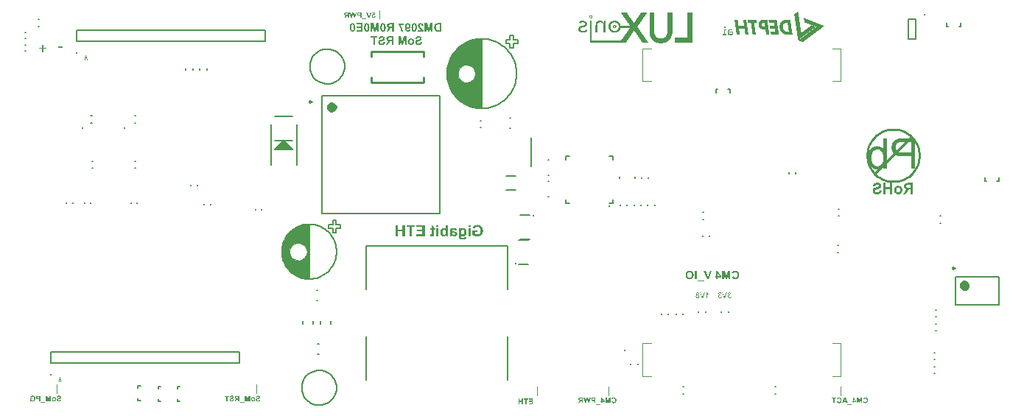
<source format=gbo>
G04*
G04 #@! TF.GenerationSoftware,Altium Limited,Altium Designer,21.6.1 (37)*
G04*
G04 Layer_Color=32896*
%FSLAX44Y44*%
%MOMM*%
G71*
G04*
G04 #@! TF.SameCoordinates,B15FB352-D5CA-4759-B8DC-376305D7300E*
G04*
G04*
G04 #@! TF.FilePolarity,Positive*
G04*
G01*
G75*
%ADD10C,0.2000*%
%ADD11C,0.2500*%
%ADD13C,0.6000*%
%ADD14C,0.2540*%
%ADD15C,0.2540*%
%ADD16C,0.1000*%
%ADD155C,0.1016*%
%ADD164C,0.2032*%
%ADD254C,0.1000*%
%ADD255C,0.2000*%
%ADD256C,0.1200*%
G36*
X343342Y179870D02*
Y148370D01*
X341277D01*
X337183Y148909D01*
X333195Y149978D01*
X329380Y151558D01*
X325804Y153623D01*
X322528Y156136D01*
X319608Y159056D01*
X317095Y162332D01*
X315030Y165908D01*
X313450Y169723D01*
X312381Y173711D01*
X311842Y177805D01*
Y179870D01*
Y181935D01*
X312381Y186028D01*
X313450Y190017D01*
X315030Y193832D01*
X317095Y197408D01*
X319608Y200684D01*
X322528Y203604D01*
X325804Y206117D01*
X329380Y208182D01*
X333195Y209762D01*
X337183Y210831D01*
X341277Y211370D01*
X343342D01*
Y179870D01*
D02*
G37*
G36*
X541716Y384594D02*
Y344594D01*
X539094Y344594D01*
X533896Y345278D01*
X528831Y346636D01*
X523987Y348642D01*
X519446Y351264D01*
X515286Y354456D01*
X511578Y358164D01*
X508386Y362323D01*
X505764Y366865D01*
X503758Y371709D01*
X502401Y376774D01*
X501716Y381972D01*
X501716Y384594D01*
X514216Y384594D01*
X501716D01*
Y387216D01*
X502401Y392414D01*
X503758Y397479D01*
X505764Y402323D01*
X508386Y406865D01*
X511578Y411024D01*
X515286Y414732D01*
X519446Y417924D01*
X523987Y420546D01*
X528831Y422552D01*
X533896Y423910D01*
X539094Y424594D01*
X541716D01*
Y384594D01*
D02*
G37*
G36*
X324132Y297806D02*
X304132D01*
X314132Y307806D01*
X324132Y297806D01*
D02*
G37*
G36*
X667665Y451689D02*
X667999D01*
Y451578D01*
X668221D01*
Y451466D01*
X668332D01*
Y451355D01*
X668443D01*
Y451244D01*
X668554D01*
Y451133D01*
X668665D01*
Y451022D01*
X668776D01*
Y450800D01*
X668887D01*
Y450466D01*
X668999D01*
Y449467D01*
X668887D01*
Y449133D01*
X668776D01*
Y448911D01*
X668665D01*
Y448689D01*
X668554D01*
Y448578D01*
X668443D01*
Y448466D01*
X668221D01*
Y448355D01*
X668110D01*
Y448244D01*
X667887D01*
Y448133D01*
X667554D01*
Y448022D01*
X666665D01*
Y448133D01*
X666221D01*
Y448244D01*
X665999D01*
Y448355D01*
X665888D01*
Y448466D01*
X665776D01*
Y448578D01*
X665665D01*
Y448689D01*
X665554D01*
Y448800D01*
X665443D01*
Y448911D01*
X665332D01*
Y449244D01*
X665221D01*
Y449578D01*
X665110D01*
Y449689D01*
Y450244D01*
X665221D01*
Y450689D01*
X665332D01*
Y450911D01*
X665443D01*
Y451133D01*
X665554D01*
Y451244D01*
X665665D01*
Y451355D01*
X665776D01*
Y451466D01*
X665999D01*
Y451578D01*
X666110D01*
Y451689D01*
X666443D01*
Y451800D01*
X667665D01*
Y451689D01*
D02*
G37*
G36*
X731999Y454800D02*
X731888D01*
Y454689D01*
X731776D01*
Y454467D01*
X731665D01*
Y454355D01*
X731554D01*
Y454133D01*
X731443D01*
Y454022D01*
X731332D01*
Y453800D01*
X731221D01*
Y453689D01*
X731110D01*
Y453578D01*
X730999D01*
Y453355D01*
X730888D01*
Y453244D01*
X730776D01*
Y453022D01*
X730665D01*
Y452911D01*
X730554D01*
Y452800D01*
X730443D01*
Y452578D01*
X730332D01*
Y452467D01*
X730221D01*
Y452244D01*
X730110D01*
Y452133D01*
X729999D01*
Y452022D01*
X729887D01*
Y451800D01*
X729776D01*
Y451689D01*
X729665D01*
Y451466D01*
X729554D01*
Y451355D01*
X729443D01*
Y451244D01*
X729332D01*
Y451022D01*
X729221D01*
Y450911D01*
X729110D01*
Y450689D01*
X728999D01*
Y450578D01*
X728887D01*
Y450466D01*
X728776D01*
Y450244D01*
X728665D01*
Y450133D01*
X728554D01*
Y449911D01*
X728443D01*
Y449800D01*
X728332D01*
Y449689D01*
X728221D01*
Y449467D01*
X728110D01*
Y449355D01*
X727999D01*
Y449133D01*
X727887D01*
Y449022D01*
X727776D01*
Y448800D01*
X727665D01*
Y448689D01*
X727554D01*
Y448578D01*
X727443D01*
Y448355D01*
X727332D01*
Y448244D01*
X727221D01*
Y448022D01*
X727110D01*
Y447911D01*
X726999D01*
Y447800D01*
X726888D01*
Y447578D01*
X726776D01*
Y447467D01*
X726665D01*
Y447244D01*
X726554D01*
Y447133D01*
X726443D01*
Y447022D01*
X726332D01*
Y446800D01*
X726221D01*
Y446689D01*
X726110D01*
Y446466D01*
X725999D01*
Y446355D01*
X725888D01*
Y446244D01*
X725776D01*
Y446022D01*
X725665D01*
Y445911D01*
X725554D01*
Y445689D01*
X725443D01*
Y445578D01*
X725332D01*
Y445466D01*
X725221D01*
Y445244D01*
X725110D01*
Y445133D01*
X724999D01*
Y444911D01*
X724887D01*
Y444800D01*
X724776D01*
Y444578D01*
X724665D01*
Y444467D01*
X724554D01*
Y444355D01*
X724443D01*
Y444133D01*
X724332D01*
Y444022D01*
X724221D01*
Y443800D01*
X724110D01*
Y443689D01*
X723999D01*
Y443578D01*
X723887D01*
Y443355D01*
X723776D01*
Y443244D01*
X723665D01*
Y443022D01*
X723554D01*
Y442911D01*
X723443D01*
Y442800D01*
X723332D01*
Y442578D01*
X723221D01*
Y442467D01*
X723110D01*
Y442244D01*
X722999D01*
Y442133D01*
X722887D01*
Y442022D01*
X722776D01*
Y441800D01*
X722665D01*
Y441689D01*
X722554D01*
Y441466D01*
X722443D01*
Y441355D01*
X722332D01*
Y441244D01*
X722221D01*
Y441022D01*
X722110D01*
Y440911D01*
X721999D01*
Y440689D01*
X721888D01*
Y440578D01*
X721776D01*
Y440355D01*
X721665D01*
Y440244D01*
X721554D01*
Y440133D01*
X721443D01*
Y439911D01*
X721332D01*
Y439800D01*
X721221D01*
Y439578D01*
X721110D01*
Y439467D01*
X720999D01*
Y439355D01*
X720888D01*
Y439133D01*
X720776D01*
Y439022D01*
X720665D01*
Y438800D01*
X720554D01*
Y438689D01*
X720443D01*
Y438355D01*
X720554D01*
Y438244D01*
X720665D01*
Y438022D01*
X720776D01*
Y437911D01*
X720888D01*
Y437689D01*
X720999D01*
Y437578D01*
X721110D01*
Y437467D01*
X721221D01*
Y437244D01*
X721332D01*
Y437133D01*
X721443D01*
Y436911D01*
X721554D01*
Y436800D01*
X721665D01*
Y436578D01*
X721776D01*
Y436466D01*
X721888D01*
Y436244D01*
X721999D01*
Y436133D01*
X722110D01*
Y436022D01*
X722221D01*
Y435800D01*
X722332D01*
Y435689D01*
X722443D01*
Y435466D01*
X722554D01*
Y435355D01*
X722665D01*
Y435133D01*
X722776D01*
Y435022D01*
X722887D01*
Y434800D01*
X722999D01*
Y434689D01*
X723110D01*
Y434578D01*
X723221D01*
Y434355D01*
X723332D01*
Y434244D01*
X723443D01*
Y434022D01*
X723554D01*
Y433911D01*
X723665D01*
Y433689D01*
X723776D01*
Y433578D01*
X723887D01*
Y433355D01*
X723999D01*
Y433244D01*
X724110D01*
Y433133D01*
X724221D01*
Y432911D01*
X724332D01*
Y432800D01*
X724443D01*
Y432578D01*
X724554D01*
Y432467D01*
X724665D01*
Y432244D01*
X724776D01*
Y432133D01*
X724887D01*
Y431911D01*
X724999D01*
Y431800D01*
X725110D01*
Y431689D01*
X725221D01*
Y431466D01*
X725332D01*
Y431355D01*
X725443D01*
Y431133D01*
X725554D01*
Y431022D01*
X725665D01*
Y430800D01*
X725776D01*
Y430689D01*
X725888D01*
Y430466D01*
X725999D01*
Y430355D01*
X726110D01*
Y430244D01*
X726221D01*
Y430022D01*
X726332D01*
Y429911D01*
X726443D01*
Y429689D01*
X726554D01*
Y429578D01*
X726665D01*
Y429355D01*
X726776D01*
Y429244D01*
X726888D01*
Y429022D01*
X726999D01*
Y428911D01*
X727110D01*
Y428800D01*
X727221D01*
Y428578D01*
X727332D01*
Y428466D01*
X727443D01*
Y428244D01*
X727554D01*
Y428133D01*
X727665D01*
Y427911D01*
X727776D01*
Y427800D01*
X727887D01*
Y427578D01*
X727999D01*
Y427467D01*
X728110D01*
Y427355D01*
X728221D01*
Y427133D01*
X728332D01*
Y427022D01*
X728443D01*
Y426800D01*
X728554D01*
Y426689D01*
X728665D01*
Y426466D01*
X728776D01*
Y426355D01*
X728887D01*
Y426133D01*
X728999D01*
Y426022D01*
X729110D01*
Y425800D01*
X729221D01*
Y425689D01*
X729332D01*
Y425578D01*
X729443D01*
Y425355D01*
X729554D01*
Y425244D01*
X729665D01*
Y425022D01*
X729776D01*
Y424911D01*
X729887D01*
Y424689D01*
X729999D01*
Y424578D01*
X730110D01*
Y424355D01*
X730221D01*
Y424244D01*
X730332D01*
Y424133D01*
X730443D01*
Y423911D01*
X730554D01*
Y423800D01*
X730665D01*
Y423578D01*
X730776D01*
Y423466D01*
X730888D01*
Y423244D01*
X730999D01*
Y423133D01*
X731110D01*
Y422911D01*
X731221D01*
Y422800D01*
X731332D01*
Y422689D01*
X731443D01*
Y422467D01*
X731554D01*
Y422355D01*
X731665D01*
Y422133D01*
X731776D01*
Y422022D01*
X731888D01*
Y421800D01*
X731999D01*
Y421689D01*
X732110D01*
Y421466D01*
X732221D01*
Y421355D01*
X732332D01*
Y421244D01*
X732443D01*
Y421022D01*
X732554D01*
Y420911D01*
X732665D01*
Y420689D01*
X732776D01*
Y420578D01*
X732887D01*
Y420355D01*
X726110D01*
Y420466D01*
X725999D01*
Y420578D01*
X725888D01*
Y420689D01*
X725776D01*
Y420911D01*
X725665D01*
Y421022D01*
X725554D01*
Y421244D01*
X725443D01*
Y421355D01*
X725332D01*
Y421578D01*
X725221D01*
Y421689D01*
X725110D01*
Y421911D01*
X724999D01*
Y422022D01*
X724887D01*
Y422244D01*
X724776D01*
Y422355D01*
X724665D01*
Y422578D01*
X724554D01*
Y422689D01*
X724443D01*
Y422911D01*
X724332D01*
Y423022D01*
X724221D01*
Y423244D01*
X724110D01*
Y423355D01*
X723999D01*
Y423578D01*
X723887D01*
Y423689D01*
X723776D01*
Y423911D01*
X723665D01*
Y424022D01*
X723554D01*
Y424244D01*
X723443D01*
Y424355D01*
X723332D01*
Y424578D01*
X723221D01*
Y424689D01*
X723110D01*
Y424800D01*
X722999D01*
Y425022D01*
X722887D01*
Y425133D01*
X722776D01*
Y425355D01*
X722665D01*
Y425466D01*
X722554D01*
Y425689D01*
X722443D01*
Y425800D01*
X722332D01*
Y426022D01*
X722221D01*
Y426133D01*
X722110D01*
Y426355D01*
X721999D01*
Y426466D01*
X721888D01*
Y426689D01*
X721776D01*
Y426800D01*
X721665D01*
Y427022D01*
X721554D01*
Y427133D01*
X721443D01*
Y427355D01*
X721332D01*
Y427467D01*
X721221D01*
Y427689D01*
X721110D01*
Y427800D01*
X720999D01*
Y428022D01*
X720888D01*
Y428133D01*
X720776D01*
Y428355D01*
X720665D01*
Y428466D01*
X720554D01*
Y428689D01*
X720443D01*
Y428800D01*
X720332D01*
Y429022D01*
X720221D01*
Y429133D01*
X720110D01*
Y429355D01*
X719999D01*
Y429467D01*
X719887D01*
Y429689D01*
X719776D01*
Y429800D01*
X719665D01*
Y430022D01*
X719554D01*
Y430133D01*
X719443D01*
Y430355D01*
X719332D01*
Y430466D01*
X719221D01*
Y430689D01*
X719110D01*
Y430800D01*
X718999D01*
Y431022D01*
X718887D01*
Y431133D01*
X718776D01*
Y431355D01*
X718665D01*
Y431466D01*
X718554D01*
Y431689D01*
X718443D01*
Y431800D01*
X718332D01*
Y432022D01*
X718221D01*
Y432133D01*
X718110D01*
Y432244D01*
X717999D01*
Y432467D01*
X717887D01*
Y432578D01*
X717776D01*
Y432800D01*
X717665D01*
Y432911D01*
X717554D01*
Y433133D01*
X717443D01*
Y433244D01*
X717332D01*
Y433466D01*
X717221D01*
Y433578D01*
X717110D01*
Y433800D01*
X716999D01*
Y433911D01*
X716888D01*
Y434133D01*
X716776D01*
Y434244D01*
X716665D01*
Y434133D01*
X716554D01*
Y433911D01*
X716443D01*
Y433800D01*
X716332D01*
Y433578D01*
X716221D01*
Y433466D01*
X716110D01*
Y433244D01*
X715999D01*
Y433133D01*
X715888D01*
Y432911D01*
X715776D01*
Y432800D01*
X715665D01*
Y432578D01*
X715554D01*
Y432467D01*
X715443D01*
Y432244D01*
X715332D01*
Y432133D01*
X715221D01*
Y431911D01*
X715110D01*
Y431800D01*
X714999D01*
Y431578D01*
X714887D01*
Y431466D01*
X714776D01*
Y431244D01*
X714665D01*
Y431133D01*
X714554D01*
Y430911D01*
X714443D01*
Y430800D01*
X714332D01*
Y430578D01*
X714221D01*
Y430466D01*
X714110D01*
Y430244D01*
X713999D01*
Y430133D01*
X713887D01*
Y429911D01*
X713776D01*
Y429800D01*
X713665D01*
Y429578D01*
X713554D01*
Y429467D01*
X713443D01*
Y429355D01*
X713332D01*
Y429133D01*
X713221D01*
Y429022D01*
X713110D01*
Y428800D01*
X712999D01*
Y428689D01*
X712887D01*
Y428466D01*
X712776D01*
Y428355D01*
X712665D01*
Y428133D01*
X712554D01*
Y428022D01*
X712443D01*
Y427800D01*
X712332D01*
Y427689D01*
X712221D01*
Y427467D01*
X712110D01*
Y427355D01*
X711999D01*
Y427133D01*
X711888D01*
Y427022D01*
X711776D01*
Y426800D01*
X711665D01*
Y426689D01*
X711554D01*
Y426466D01*
X711443D01*
Y426355D01*
X711332D01*
Y426133D01*
X711221D01*
Y426022D01*
X711110D01*
Y425800D01*
X710999D01*
Y425689D01*
X710888D01*
Y425466D01*
X710776D01*
Y425355D01*
X710665D01*
Y425133D01*
X710554D01*
Y425022D01*
X710443D01*
Y424800D01*
X710332D01*
Y424689D01*
X710221D01*
Y424467D01*
X710110D01*
Y424355D01*
X709999D01*
Y424133D01*
X709887D01*
Y424022D01*
X709776D01*
Y423800D01*
X709665D01*
Y423689D01*
X709554D01*
Y423466D01*
X709443D01*
Y423355D01*
X709332D01*
Y423133D01*
X709221D01*
Y423022D01*
X709110D01*
Y422800D01*
X708999D01*
Y422689D01*
X708887D01*
Y422467D01*
X708776D01*
Y422355D01*
X708665D01*
Y422133D01*
X708554D01*
Y422022D01*
X708443D01*
Y421800D01*
X708332D01*
Y421689D01*
X708221D01*
Y421466D01*
X708110D01*
Y421355D01*
X707999D01*
Y421133D01*
X707887D01*
Y421022D01*
X707776D01*
Y420800D01*
X707665D01*
Y420689D01*
X707554D01*
Y420466D01*
X707443D01*
Y420355D01*
X665999D01*
Y445244D01*
X668110D01*
Y445133D01*
X668221D01*
Y422578D01*
X701776D01*
Y422689D01*
X701888D01*
Y422911D01*
X701999D01*
Y423022D01*
X702110D01*
Y423244D01*
X702221D01*
Y423355D01*
X702332D01*
Y423578D01*
X702443D01*
Y423689D01*
X702554D01*
Y423800D01*
X702665D01*
Y424022D01*
X702776D01*
Y424133D01*
X702887D01*
Y424355D01*
X702999D01*
Y424467D01*
X703110D01*
Y424689D01*
X703221D01*
Y424800D01*
X703332D01*
Y424911D01*
X703443D01*
Y425133D01*
X703554D01*
Y425244D01*
X703665D01*
Y425466D01*
X703776D01*
Y425578D01*
X703887D01*
Y425800D01*
X703999D01*
Y425911D01*
X704110D01*
Y426022D01*
X704221D01*
Y426244D01*
X704332D01*
Y426355D01*
X704443D01*
Y426578D01*
X704554D01*
Y426689D01*
X704665D01*
Y426911D01*
X704776D01*
Y427022D01*
X704887D01*
Y427133D01*
X704999D01*
Y427355D01*
X705110D01*
Y427467D01*
X705221D01*
Y427689D01*
X705332D01*
Y427800D01*
X705443D01*
Y428022D01*
X705554D01*
Y428133D01*
X705665D01*
Y428244D01*
X705776D01*
Y428466D01*
X705888D01*
Y428578D01*
X705999D01*
Y428800D01*
X706110D01*
Y428911D01*
X706221D01*
Y429133D01*
X706332D01*
Y429244D01*
X706443D01*
Y429355D01*
X706554D01*
Y429578D01*
X706665D01*
Y429689D01*
X706776D01*
Y429911D01*
X706888D01*
Y430022D01*
X706999D01*
Y430244D01*
X707110D01*
Y430355D01*
X707221D01*
Y430466D01*
X707332D01*
Y430689D01*
X707443D01*
Y430800D01*
X707554D01*
Y431022D01*
X707665D01*
Y431133D01*
X707776D01*
Y431355D01*
X707887D01*
Y431466D01*
X707999D01*
Y431578D01*
X708110D01*
Y431800D01*
X708221D01*
Y431911D01*
X708332D01*
Y432133D01*
X708443D01*
Y432244D01*
X708554D01*
Y432467D01*
X708665D01*
Y432578D01*
X708776D01*
Y432689D01*
X708887D01*
Y432911D01*
X708999D01*
Y433022D01*
X709110D01*
Y433244D01*
X709221D01*
Y433355D01*
X709332D01*
Y433578D01*
X709443D01*
Y433689D01*
X709554D01*
Y433800D01*
X709665D01*
Y434022D01*
X709776D01*
Y434133D01*
X709887D01*
Y434355D01*
X709999D01*
Y434467D01*
X710110D01*
Y434689D01*
X710221D01*
Y434800D01*
X710332D01*
Y434911D01*
X710443D01*
Y435133D01*
X710554D01*
Y435244D01*
X710665D01*
Y435466D01*
X710776D01*
Y435578D01*
X710888D01*
Y435800D01*
X710999D01*
Y435911D01*
X711110D01*
Y436022D01*
X711221D01*
Y436244D01*
X711332D01*
Y436355D01*
X711443D01*
Y436578D01*
X711554D01*
Y436689D01*
X711665D01*
Y436911D01*
X711776D01*
Y437022D01*
X711888D01*
Y437133D01*
X711999D01*
Y437355D01*
X712110D01*
Y437467D01*
X701332D01*
Y437355D01*
X701221D01*
Y436800D01*
X701110D01*
Y436466D01*
X700999D01*
Y436022D01*
X700888D01*
Y435800D01*
X700776D01*
Y435578D01*
X700665D01*
Y435355D01*
X700554D01*
Y435133D01*
X700443D01*
Y434911D01*
X700332D01*
Y434689D01*
X700221D01*
Y434578D01*
X700110D01*
Y434355D01*
X699999D01*
Y434244D01*
X699887D01*
Y434133D01*
X699776D01*
Y434022D01*
X699665D01*
Y433911D01*
X699554D01*
Y433689D01*
X699443D01*
Y433578D01*
X699332D01*
Y433466D01*
X699110D01*
Y433355D01*
X698999D01*
Y433244D01*
X698887D01*
Y433133D01*
X698776D01*
Y433022D01*
X698554D01*
Y432911D01*
X698443D01*
Y432800D01*
X698221D01*
Y432689D01*
X698110D01*
Y432578D01*
X697887D01*
Y432467D01*
X697665D01*
Y432355D01*
X697443D01*
Y432244D01*
X697110D01*
Y432133D01*
X696776D01*
Y432022D01*
X696443D01*
Y431911D01*
X695999D01*
Y431800D01*
X695332D01*
Y431689D01*
X693332D01*
Y431800D01*
X692665D01*
Y431911D01*
X692221D01*
Y432022D01*
X691888D01*
Y432133D01*
X691554D01*
Y432244D01*
X691221D01*
Y432355D01*
X690999D01*
Y432467D01*
X690776D01*
Y432578D01*
X690554D01*
Y432689D01*
X690443D01*
Y432800D01*
X690221D01*
Y432911D01*
X690110D01*
Y433022D01*
X689887D01*
Y433133D01*
X689776D01*
Y433244D01*
X689665D01*
Y433355D01*
X689554D01*
Y433466D01*
X689443D01*
Y433578D01*
X689332D01*
Y433689D01*
X689221D01*
Y433800D01*
X689110D01*
Y433911D01*
X688999D01*
Y434022D01*
X688887D01*
Y434133D01*
X688776D01*
Y434244D01*
X688665D01*
Y434467D01*
X688554D01*
Y434578D01*
X688443D01*
Y434800D01*
X688332D01*
Y434911D01*
X688221D01*
Y435133D01*
X688110D01*
Y435355D01*
X687999D01*
Y435578D01*
X687887D01*
Y435800D01*
X687776D01*
Y436133D01*
X687665D01*
Y436466D01*
X687554D01*
Y436911D01*
X687443D01*
Y437467D01*
X687332D01*
Y439689D01*
X687443D01*
Y440355D01*
X687554D01*
Y440800D01*
X687665D01*
Y441133D01*
X687776D01*
Y441355D01*
X687887D01*
Y441689D01*
X687999D01*
Y441911D01*
X688110D01*
Y442133D01*
X688221D01*
Y442244D01*
X688332D01*
Y442467D01*
X688443D01*
Y442578D01*
X688554D01*
Y442800D01*
X688665D01*
Y442911D01*
X688776D01*
Y443022D01*
X688887D01*
Y443244D01*
X688999D01*
Y443355D01*
X689110D01*
Y443466D01*
X689221D01*
Y443578D01*
X689332D01*
Y443689D01*
X689443D01*
Y443800D01*
X689554D01*
Y443911D01*
X689776D01*
Y444022D01*
X689887D01*
Y444133D01*
X689999D01*
Y444244D01*
X690221D01*
Y444355D01*
X690332D01*
Y444467D01*
X690554D01*
Y444578D01*
X690665D01*
Y444689D01*
X690888D01*
Y444800D01*
X691110D01*
Y444911D01*
X691443D01*
Y445022D01*
X691665D01*
Y445133D01*
X691999D01*
Y445244D01*
X692443D01*
Y445355D01*
X692999D01*
Y445466D01*
X694110D01*
Y445578D01*
X694554D01*
Y445466D01*
X695665D01*
Y445355D01*
X696221D01*
Y445244D01*
X696665D01*
Y445133D01*
X696999D01*
Y445022D01*
X697221D01*
Y444911D01*
X697554D01*
Y444800D01*
X697776D01*
Y444689D01*
X697999D01*
Y444578D01*
X698221D01*
Y444467D01*
X698332D01*
Y444355D01*
X698554D01*
Y444244D01*
X698665D01*
Y444133D01*
X698776D01*
Y444022D01*
X698999D01*
Y443911D01*
X699110D01*
Y443800D01*
X699221D01*
Y443689D01*
X699332D01*
Y443578D01*
X699443D01*
Y443466D01*
X699554D01*
Y443355D01*
X699665D01*
Y443244D01*
X699776D01*
Y443133D01*
X699887D01*
Y442911D01*
X699999D01*
Y442800D01*
X700110D01*
Y442689D01*
X700221D01*
Y442467D01*
X700332D01*
Y442355D01*
X700443D01*
Y442133D01*
X700554D01*
Y441911D01*
X700665D01*
Y441689D01*
X700776D01*
Y441466D01*
X700888D01*
Y441133D01*
X700999D01*
Y440800D01*
X701110D01*
Y440355D01*
X701221D01*
Y439800D01*
X701332D01*
Y439689D01*
X711999D01*
Y439911D01*
X711888D01*
Y440022D01*
X711776D01*
Y440244D01*
X711665D01*
Y440355D01*
X711554D01*
Y440466D01*
X711443D01*
Y440689D01*
X711332D01*
Y440800D01*
X711221D01*
Y441022D01*
X711110D01*
Y441133D01*
X710999D01*
Y441244D01*
X710888D01*
Y441466D01*
X710776D01*
Y441578D01*
X710665D01*
Y441800D01*
X710554D01*
Y441911D01*
X710443D01*
Y442022D01*
X710332D01*
Y442244D01*
X710221D01*
Y442355D01*
X710110D01*
Y442578D01*
X709999D01*
Y442689D01*
X709887D01*
Y442800D01*
X709776D01*
Y443022D01*
X709665D01*
Y443133D01*
X709554D01*
Y443355D01*
X709443D01*
Y443466D01*
X709332D01*
Y443689D01*
X709221D01*
Y443800D01*
X709110D01*
Y443911D01*
X708999D01*
Y444133D01*
X708887D01*
Y444244D01*
X708776D01*
Y444467D01*
X708665D01*
Y444578D01*
X708554D01*
Y444689D01*
X708443D01*
Y444911D01*
X708332D01*
Y445022D01*
X708221D01*
Y445244D01*
X708110D01*
Y445355D01*
X707999D01*
Y445466D01*
X707887D01*
Y445689D01*
X707776D01*
Y445800D01*
X707665D01*
Y446022D01*
X707554D01*
Y446133D01*
X707443D01*
Y446244D01*
X707332D01*
Y446466D01*
X707221D01*
Y446578D01*
X707110D01*
Y446800D01*
X706999D01*
Y446911D01*
X706888D01*
Y447022D01*
X706776D01*
Y447244D01*
X706665D01*
Y447355D01*
X706554D01*
Y447578D01*
X706443D01*
Y447689D01*
X706332D01*
Y447911D01*
X706221D01*
Y448022D01*
X706110D01*
Y448133D01*
X705999D01*
Y448355D01*
X705888D01*
Y448466D01*
X705776D01*
Y448689D01*
X705665D01*
Y448800D01*
X705554D01*
Y448911D01*
X705443D01*
Y449133D01*
X705332D01*
Y449244D01*
X705221D01*
Y449467D01*
X705110D01*
Y449578D01*
X704999D01*
Y449689D01*
X704887D01*
Y449911D01*
X704776D01*
Y450022D01*
X704665D01*
Y450244D01*
X704554D01*
Y450355D01*
X704443D01*
Y450466D01*
X704332D01*
Y450689D01*
X704221D01*
Y450800D01*
X704110D01*
Y451022D01*
X703999D01*
Y451133D01*
X703887D01*
Y451244D01*
X703776D01*
Y451466D01*
X703665D01*
Y451578D01*
X703554D01*
Y451800D01*
X703443D01*
Y451911D01*
X703332D01*
Y452133D01*
X703221D01*
Y452244D01*
X703110D01*
Y452355D01*
X702999D01*
Y452578D01*
X702887D01*
Y452689D01*
X702776D01*
Y452911D01*
X702665D01*
Y453022D01*
X702554D01*
Y453133D01*
X702443D01*
Y453355D01*
X702332D01*
Y453466D01*
X702221D01*
Y453689D01*
X702110D01*
Y453800D01*
X701999D01*
Y453911D01*
X701888D01*
Y454133D01*
X701776D01*
Y454244D01*
X701665D01*
Y454467D01*
X701554D01*
Y454578D01*
X701443D01*
Y454689D01*
X701332D01*
Y454911D01*
X708221D01*
Y454800D01*
X708332D01*
Y454689D01*
X708443D01*
Y454467D01*
X708554D01*
Y454355D01*
X708665D01*
Y454244D01*
X708776D01*
Y454022D01*
X708887D01*
Y453911D01*
X708999D01*
Y453689D01*
X709110D01*
Y453578D01*
X709221D01*
Y453355D01*
X709332D01*
Y453244D01*
X709443D01*
Y453022D01*
X709554D01*
Y452911D01*
X709665D01*
Y452689D01*
X709776D01*
Y452578D01*
X709887D01*
Y452355D01*
X709999D01*
Y452244D01*
X710110D01*
Y452022D01*
X710221D01*
Y451911D01*
X710332D01*
Y451800D01*
X710443D01*
Y451578D01*
X710554D01*
Y451466D01*
X710665D01*
Y451244D01*
X710776D01*
Y451133D01*
X710888D01*
Y450911D01*
X710999D01*
Y450800D01*
X711110D01*
Y450578D01*
X711221D01*
Y450466D01*
X711332D01*
Y450244D01*
X711443D01*
Y450133D01*
X711554D01*
Y449911D01*
X711665D01*
Y449800D01*
X711776D01*
Y449578D01*
X711888D01*
Y449467D01*
X711999D01*
Y449355D01*
X712110D01*
Y449133D01*
X712221D01*
Y449022D01*
X712332D01*
Y448800D01*
X712443D01*
Y448689D01*
X712554D01*
Y448466D01*
X712665D01*
Y448355D01*
X712776D01*
Y448133D01*
X712887D01*
Y448022D01*
X712999D01*
Y447800D01*
X713110D01*
Y447689D01*
X713221D01*
Y447467D01*
X713332D01*
Y447355D01*
X713443D01*
Y447133D01*
X713554D01*
Y447022D01*
X713665D01*
Y446911D01*
X713776D01*
Y446689D01*
X713887D01*
Y446578D01*
X713999D01*
Y446355D01*
X714110D01*
Y446244D01*
X714221D01*
Y446022D01*
X714332D01*
Y445911D01*
X714443D01*
Y445689D01*
X714554D01*
Y445578D01*
X714665D01*
Y445355D01*
X714776D01*
Y445244D01*
X714887D01*
Y445022D01*
X714999D01*
Y444911D01*
X715110D01*
Y444689D01*
X715221D01*
Y444578D01*
X715332D01*
Y444467D01*
X715443D01*
Y444244D01*
X715554D01*
Y444133D01*
X715665D01*
Y443911D01*
X715776D01*
Y443800D01*
X715888D01*
Y443578D01*
X715999D01*
Y443466D01*
X716110D01*
Y443244D01*
X716221D01*
Y443133D01*
X716332D01*
Y442911D01*
X716443D01*
Y442800D01*
X716665D01*
Y443022D01*
X716776D01*
Y443133D01*
X716888D01*
Y443355D01*
X716999D01*
Y443466D01*
X717110D01*
Y443689D01*
X717221D01*
Y443800D01*
X717332D01*
Y443911D01*
X717443D01*
Y444133D01*
X717554D01*
Y444244D01*
X717665D01*
Y444467D01*
X717776D01*
Y444578D01*
X717887D01*
Y444800D01*
X717999D01*
Y444911D01*
X718110D01*
Y445133D01*
X718221D01*
Y445244D01*
X718332D01*
Y445466D01*
X718443D01*
Y445578D01*
X718554D01*
Y445689D01*
X718665D01*
Y445911D01*
X718776D01*
Y446022D01*
X718887D01*
Y446244D01*
X718999D01*
Y446355D01*
X719110D01*
Y446578D01*
X719221D01*
Y446689D01*
X719332D01*
Y446911D01*
X719443D01*
Y447022D01*
X719554D01*
Y447244D01*
X719665D01*
Y447355D01*
X719776D01*
Y447467D01*
X719887D01*
Y447689D01*
X719999D01*
Y447800D01*
X720110D01*
Y448022D01*
X720221D01*
Y448133D01*
X720332D01*
Y448355D01*
X720443D01*
Y448466D01*
X720554D01*
Y448689D01*
X720665D01*
Y448800D01*
X720776D01*
Y448911D01*
X720888D01*
Y449133D01*
X720999D01*
Y449244D01*
X721110D01*
Y449467D01*
X721221D01*
Y449578D01*
X721332D01*
Y449800D01*
X721443D01*
Y449911D01*
X721554D01*
Y450133D01*
X721665D01*
Y450244D01*
X721776D01*
Y450466D01*
X721888D01*
Y450578D01*
X721999D01*
Y450689D01*
X722110D01*
Y450911D01*
X722221D01*
Y451022D01*
X722332D01*
Y451244D01*
X722443D01*
Y451355D01*
X722554D01*
Y451578D01*
X722665D01*
Y451689D01*
X722776D01*
Y451911D01*
X722887D01*
Y452022D01*
X722999D01*
Y452133D01*
X723110D01*
Y452355D01*
X723221D01*
Y452467D01*
X723332D01*
Y452689D01*
X723443D01*
Y452800D01*
X723554D01*
Y453022D01*
X723665D01*
Y453133D01*
X723776D01*
Y453355D01*
X723887D01*
Y453466D01*
X723999D01*
Y453689D01*
X724110D01*
Y453800D01*
X724221D01*
Y453911D01*
X724332D01*
Y454133D01*
X724443D01*
Y454244D01*
X724554D01*
Y454467D01*
X724665D01*
Y454578D01*
X724776D01*
Y454800D01*
X724887D01*
Y454911D01*
X731999D01*
Y454800D01*
D02*
G37*
G36*
X677665Y445466D02*
X678665D01*
Y445355D01*
X678999D01*
Y445244D01*
X679332D01*
Y445133D01*
X679665D01*
Y445022D01*
X679887D01*
Y444911D01*
X680110D01*
Y444800D01*
X680332D01*
Y444689D01*
X680443D01*
Y444578D01*
X680665D01*
Y444467D01*
X680776D01*
Y444355D01*
X680888D01*
Y444244D01*
X680999D01*
Y444133D01*
X681110D01*
Y444022D01*
X681221D01*
Y443911D01*
X681332D01*
Y443800D01*
X681443D01*
Y443689D01*
X681554D01*
Y443466D01*
X681665D01*
Y443355D01*
X681776D01*
Y443133D01*
X681888D01*
Y444467D01*
X681999D01*
Y445244D01*
X683999D01*
Y445133D01*
X684110D01*
Y444244D01*
X683999D01*
Y432022D01*
X681776D01*
Y438800D01*
X681665D01*
Y439911D01*
X681554D01*
Y440466D01*
X681443D01*
Y440911D01*
X681332D01*
Y441133D01*
X681221D01*
Y441355D01*
X681110D01*
Y441578D01*
X680999D01*
Y441800D01*
X680888D01*
Y442022D01*
X680776D01*
Y442133D01*
X680665D01*
Y442244D01*
X680554D01*
Y442355D01*
X680443D01*
Y442467D01*
X680332D01*
Y442578D01*
X680221D01*
Y442689D01*
X680110D01*
Y442800D01*
X679999D01*
Y442911D01*
X679776D01*
Y443022D01*
X679554D01*
Y443133D01*
X679332D01*
Y443244D01*
X678999D01*
Y443355D01*
X678443D01*
Y443466D01*
X677110D01*
Y443355D01*
X676554D01*
Y443244D01*
X676332D01*
Y443133D01*
X676110D01*
Y443022D01*
X675888D01*
Y442911D01*
X675776D01*
Y442800D01*
X675665D01*
Y442689D01*
X675554D01*
Y442578D01*
X675443D01*
Y442467D01*
X675332D01*
Y442244D01*
X675221D01*
Y442022D01*
X675110D01*
Y441800D01*
X674999D01*
Y441578D01*
X674887D01*
Y441133D01*
X674776D01*
Y434689D01*
Y434578D01*
Y432022D01*
X672443D01*
Y440689D01*
X672554D01*
Y441578D01*
X672665D01*
Y442133D01*
X672776D01*
Y442467D01*
X672887D01*
Y442800D01*
X672999D01*
Y443022D01*
X673110D01*
Y443244D01*
X673221D01*
Y443466D01*
X673332D01*
Y443578D01*
X673443D01*
Y443800D01*
X673554D01*
Y443911D01*
X673665D01*
Y444022D01*
X673776D01*
Y444133D01*
X673887D01*
Y444244D01*
X673999D01*
Y444355D01*
X674110D01*
Y444467D01*
X674221D01*
Y444578D01*
X674332D01*
Y444689D01*
X674554D01*
Y444800D01*
X674665D01*
Y444911D01*
X674887D01*
Y445022D01*
X675110D01*
Y445133D01*
X675443D01*
Y445244D01*
X675776D01*
Y445355D01*
X676221D01*
Y445466D01*
X677221D01*
Y445578D01*
X677665D01*
Y445466D01*
D02*
G37*
G36*
X657776D02*
X658776D01*
Y445355D01*
X659332D01*
Y445244D01*
X659665D01*
Y445133D01*
X659999D01*
Y445022D01*
X660221D01*
Y444911D01*
X660443D01*
Y444800D01*
X660665D01*
Y444689D01*
X660888D01*
Y444578D01*
X660999D01*
Y444467D01*
X661221D01*
Y444355D01*
X661332D01*
Y444244D01*
X661443D01*
Y444133D01*
X661554D01*
Y444022D01*
X661665D01*
Y443911D01*
X661776D01*
Y443800D01*
X661888D01*
Y443578D01*
X661999D01*
Y443466D01*
X662110D01*
Y443244D01*
X662221D01*
Y443022D01*
X662332D01*
Y442689D01*
X662443D01*
Y442244D01*
X662554D01*
Y440911D01*
X662443D01*
Y440466D01*
X662332D01*
Y440133D01*
X662221D01*
Y439911D01*
X662110D01*
Y439800D01*
X661999D01*
Y439578D01*
X661888D01*
Y439467D01*
X661776D01*
Y439355D01*
X661665D01*
Y439244D01*
X661554D01*
Y439133D01*
X661443D01*
Y439022D01*
X661221D01*
Y438911D01*
X661110D01*
Y438800D01*
X660888D01*
Y438689D01*
X660665D01*
Y438578D01*
X660443D01*
Y438466D01*
X660110D01*
Y438355D01*
X659887D01*
Y438244D01*
X659443D01*
Y438133D01*
X659110D01*
Y438022D01*
X658665D01*
Y437911D01*
X658221D01*
Y437800D01*
X657665D01*
Y437689D01*
X657221D01*
Y437578D01*
X656776D01*
Y437467D01*
X656443D01*
Y437355D01*
X656221D01*
Y437244D01*
X655999D01*
Y437133D01*
X655888D01*
Y437022D01*
X655665D01*
Y436911D01*
X655554D01*
Y436800D01*
X655443D01*
Y436689D01*
X655332D01*
Y436466D01*
X655221D01*
Y436133D01*
X655110D01*
Y435355D01*
X655221D01*
Y435022D01*
X655332D01*
Y434800D01*
X655443D01*
Y434689D01*
X655554D01*
Y434578D01*
X655665D01*
Y434467D01*
X655776D01*
Y434355D01*
X655888D01*
Y434244D01*
X656110D01*
Y434133D01*
X656332D01*
Y434022D01*
X656554D01*
Y433911D01*
X656999D01*
Y433800D01*
X658999D01*
Y433911D01*
X659443D01*
Y434022D01*
X659665D01*
Y434133D01*
X659887D01*
Y434244D01*
X659999D01*
Y434355D01*
X660221D01*
Y434467D01*
X660332D01*
Y434578D01*
X660443D01*
Y434689D01*
X660665D01*
Y434800D01*
X660776D01*
Y434911D01*
X660888D01*
Y435022D01*
X660999D01*
Y435133D01*
X661110D01*
Y435244D01*
X661221D01*
Y435466D01*
X661443D01*
Y435355D01*
X661665D01*
Y435244D01*
X661776D01*
Y435133D01*
X661888D01*
Y435022D01*
X662110D01*
Y434911D01*
X662221D01*
Y434800D01*
X662332D01*
Y434689D01*
X662554D01*
Y434578D01*
X662665D01*
Y434467D01*
X662776D01*
Y434355D01*
X662887D01*
Y434244D01*
X663110D01*
Y434022D01*
X662999D01*
Y433911D01*
X662887D01*
Y433800D01*
X662776D01*
Y433578D01*
X662665D01*
Y433466D01*
X662554D01*
Y433355D01*
X662443D01*
Y433244D01*
X662332D01*
Y433133D01*
X662221D01*
Y433022D01*
X662110D01*
Y432911D01*
X661999D01*
Y432800D01*
X661776D01*
Y432689D01*
X661665D01*
Y432578D01*
X661554D01*
Y432467D01*
X661332D01*
Y432355D01*
X661110D01*
Y432244D01*
X660888D01*
Y432133D01*
X660554D01*
Y432022D01*
X660221D01*
Y431911D01*
X659776D01*
Y431800D01*
X659110D01*
Y431689D01*
X656999D01*
Y431800D01*
X656332D01*
Y431911D01*
X655888D01*
Y432022D01*
X655554D01*
Y432133D01*
X655221D01*
Y432244D01*
X654999D01*
Y432355D01*
X654776D01*
Y432467D01*
X654554D01*
Y432578D01*
X654332D01*
Y432689D01*
X654221D01*
Y432800D01*
X654110D01*
Y432911D01*
X653887D01*
Y433022D01*
X653776D01*
Y433133D01*
X653665D01*
Y433355D01*
X653554D01*
Y433466D01*
X653443D01*
Y433578D01*
X653332D01*
Y433800D01*
X653221D01*
Y433911D01*
X653110D01*
Y434133D01*
X652999D01*
Y434467D01*
X652887D01*
Y434800D01*
X652776D01*
Y436800D01*
X652887D01*
Y437244D01*
X652999D01*
Y437467D01*
X653110D01*
Y437689D01*
X653221D01*
Y437911D01*
X653332D01*
Y438022D01*
X653443D01*
Y438133D01*
X653554D01*
Y438244D01*
X653665D01*
Y438355D01*
X653776D01*
Y438466D01*
X653887D01*
Y438578D01*
X653999D01*
Y438689D01*
X654110D01*
Y438800D01*
X654332D01*
Y438911D01*
X654554D01*
Y439022D01*
X654776D01*
Y439133D01*
X654999D01*
Y439244D01*
X655221D01*
Y439355D01*
X655665D01*
Y439467D01*
X655999D01*
Y439578D01*
X656443D01*
Y439689D01*
X656888D01*
Y439800D01*
X657443D01*
Y439911D01*
X657999D01*
Y440022D01*
X658332D01*
Y440133D01*
X658776D01*
Y440244D01*
X658999D01*
Y440355D01*
X659221D01*
Y440466D01*
X659443D01*
Y440578D01*
X659665D01*
Y440689D01*
X659776D01*
Y440800D01*
X659999D01*
Y440911D01*
X660110D01*
Y441133D01*
X660221D01*
Y441355D01*
X660332D01*
Y442022D01*
X660221D01*
Y442355D01*
X660110D01*
Y442467D01*
X659999D01*
Y442689D01*
X659887D01*
Y442800D01*
X659665D01*
Y442911D01*
X659554D01*
Y443022D01*
X659332D01*
Y443133D01*
X659110D01*
Y443244D01*
X658887D01*
Y443355D01*
X658332D01*
Y443466D01*
X657110D01*
Y443355D01*
X656665D01*
Y443244D01*
X656443D01*
Y443133D01*
X656221D01*
Y443022D01*
X655999D01*
Y442911D01*
X655888D01*
Y442800D01*
X655776D01*
Y442689D01*
X655554D01*
Y442578D01*
X655443D01*
Y442467D01*
X655332D01*
Y442244D01*
X655221D01*
Y442133D01*
X655110D01*
Y442022D01*
X654999D01*
Y441911D01*
X654887D01*
Y442022D01*
X654665D01*
Y442133D01*
X654554D01*
Y442244D01*
X654332D01*
Y442355D01*
X654221D01*
Y442467D01*
X653999D01*
Y442578D01*
X653887D01*
Y442689D01*
X653665D01*
Y442800D01*
X653554D01*
Y442911D01*
X653332D01*
Y443022D01*
X653221D01*
Y443355D01*
X653332D01*
Y443578D01*
X653443D01*
Y443689D01*
X653554D01*
Y443800D01*
X653665D01*
Y443911D01*
X653776D01*
Y444133D01*
X653887D01*
Y444244D01*
X653999D01*
Y444355D01*
X654221D01*
Y444467D01*
X654332D01*
Y444578D01*
X654443D01*
Y444689D01*
X654665D01*
Y444800D01*
X654776D01*
Y444911D01*
X654999D01*
Y445022D01*
X655332D01*
Y445133D01*
X655554D01*
Y445244D01*
X655999D01*
Y445355D01*
X656443D01*
Y445466D01*
X657443D01*
Y445578D01*
X657776D01*
Y445466D01*
D02*
G37*
G36*
X760776Y432689D02*
X760665D01*
Y431355D01*
X760554D01*
Y430578D01*
X760443D01*
Y429911D01*
X760332D01*
Y429355D01*
X760221D01*
Y428911D01*
X760110D01*
Y428466D01*
X759999D01*
Y428133D01*
X759887D01*
Y427800D01*
X759776D01*
Y427467D01*
X759665D01*
Y427133D01*
X759554D01*
Y426911D01*
X759443D01*
Y426578D01*
X759332D01*
Y426355D01*
X759221D01*
Y426133D01*
X759110D01*
Y425911D01*
X758999D01*
Y425689D01*
X758887D01*
Y425466D01*
X758776D01*
Y425244D01*
X758665D01*
Y425133D01*
X758554D01*
Y424911D01*
X758443D01*
Y424800D01*
X758332D01*
Y424578D01*
X758221D01*
Y424467D01*
X758110D01*
Y424244D01*
X757999D01*
Y424133D01*
X757887D01*
Y424022D01*
X757776D01*
Y423800D01*
X757665D01*
Y423689D01*
X757554D01*
Y423578D01*
X757443D01*
Y423466D01*
X757332D01*
Y423355D01*
X757221D01*
Y423244D01*
X757110D01*
Y423133D01*
X756999D01*
Y423022D01*
X756888D01*
Y422911D01*
X756776D01*
Y422800D01*
X756665D01*
Y422689D01*
X756554D01*
Y422578D01*
X756443D01*
Y422467D01*
X756332D01*
Y422355D01*
X756221D01*
Y422244D01*
X755999D01*
Y422133D01*
X755888D01*
Y422022D01*
X755776D01*
Y421911D01*
X755554D01*
Y421800D01*
X755443D01*
Y421689D01*
X755221D01*
Y421578D01*
X755110D01*
Y421466D01*
X754887D01*
Y421355D01*
X754665D01*
Y421244D01*
X754554D01*
Y421133D01*
X754332D01*
Y421022D01*
X754110D01*
Y420911D01*
X753887D01*
Y420800D01*
X753665D01*
Y420689D01*
X753443D01*
Y420578D01*
X753110D01*
Y420466D01*
X752887D01*
Y420355D01*
X752554D01*
Y420244D01*
X752221D01*
Y420133D01*
X751776D01*
Y420022D01*
X751332D01*
Y419911D01*
X750776D01*
Y419800D01*
X750221D01*
Y419689D01*
X749221D01*
Y419578D01*
X745776D01*
Y419689D01*
X744887D01*
Y419800D01*
X744221D01*
Y419911D01*
X743665D01*
Y420022D01*
X743221D01*
Y420133D01*
X742887D01*
Y420244D01*
X742554D01*
Y420355D01*
X742221D01*
Y420466D01*
X741888D01*
Y420578D01*
X741665D01*
Y420689D01*
X741332D01*
Y420800D01*
X741110D01*
Y420911D01*
X740888D01*
Y421022D01*
X740665D01*
Y421133D01*
X740554D01*
Y421244D01*
X740332D01*
Y421355D01*
X740110D01*
Y421466D01*
X739887D01*
Y421578D01*
X739776D01*
Y421689D01*
X739554D01*
Y421800D01*
X739443D01*
Y421911D01*
X739332D01*
Y422022D01*
X739110D01*
Y422133D01*
X738999D01*
Y422244D01*
X738887D01*
Y422355D01*
X738776D01*
Y422467D01*
X738554D01*
Y422578D01*
X738443D01*
Y422689D01*
X738332D01*
Y422800D01*
X738221D01*
Y422911D01*
X738110D01*
Y423022D01*
X737999D01*
Y423133D01*
X737887D01*
Y423244D01*
X737776D01*
Y423355D01*
X737665D01*
Y423466D01*
X737554D01*
Y423578D01*
X737443D01*
Y423800D01*
X737332D01*
Y423911D01*
X737221D01*
Y424022D01*
X737110D01*
Y424133D01*
X736999D01*
Y424355D01*
X736888D01*
Y424467D01*
X736776D01*
Y424689D01*
X736665D01*
Y424800D01*
X736554D01*
Y425022D01*
X736443D01*
Y425133D01*
X736332D01*
Y425355D01*
X736221D01*
Y425578D01*
X736110D01*
Y425800D01*
X735999D01*
Y425911D01*
X735888D01*
Y426133D01*
X735776D01*
Y426466D01*
X735665D01*
Y426689D01*
X735554D01*
Y426911D01*
X735443D01*
Y427244D01*
X735332D01*
Y427578D01*
X735221D01*
Y427911D01*
X735110D01*
Y428244D01*
X734999D01*
Y428578D01*
X734887D01*
Y429022D01*
X734776D01*
Y429578D01*
X734665D01*
Y430133D01*
X734554D01*
Y430800D01*
X734443D01*
Y431689D01*
X734332D01*
Y454911D01*
X739887D01*
Y432800D01*
X739999D01*
Y432467D01*
Y432355D01*
Y431800D01*
X740110D01*
Y431133D01*
X740221D01*
Y430578D01*
X740332D01*
Y430133D01*
X740443D01*
Y429800D01*
X740554D01*
Y429467D01*
X740665D01*
Y429244D01*
X740776D01*
Y428911D01*
X740888D01*
Y428689D01*
X740999D01*
Y428466D01*
X741110D01*
Y428244D01*
X741221D01*
Y428022D01*
X741332D01*
Y427911D01*
X741443D01*
Y427689D01*
X741554D01*
Y427578D01*
X741665D01*
Y427355D01*
X741776D01*
Y427244D01*
X741888D01*
Y427133D01*
X741999D01*
Y427022D01*
X742110D01*
Y426911D01*
X742221D01*
Y426800D01*
X742332D01*
Y426689D01*
X742443D01*
Y426578D01*
X742554D01*
Y426466D01*
X742665D01*
Y426355D01*
X742776D01*
Y426244D01*
X742999D01*
Y426133D01*
X743110D01*
Y426022D01*
X743221D01*
Y425911D01*
X743443D01*
Y425800D01*
X743665D01*
Y425689D01*
X743887D01*
Y425578D01*
X744110D01*
Y425466D01*
X744332D01*
Y425355D01*
X744554D01*
Y425244D01*
X744999D01*
Y425133D01*
X745443D01*
Y425022D01*
X746110D01*
Y424911D01*
X748999D01*
Y425022D01*
X749665D01*
Y425133D01*
X750110D01*
Y425244D01*
X750443D01*
Y425355D01*
X750776D01*
Y425466D01*
X750999D01*
Y425578D01*
X751221D01*
Y425689D01*
X751443D01*
Y425800D01*
X751554D01*
Y425911D01*
X751776D01*
Y426022D01*
X751888D01*
Y426133D01*
X752110D01*
Y426244D01*
X752221D01*
Y426355D01*
X752332D01*
Y426466D01*
X752443D01*
Y426578D01*
X752665D01*
Y426689D01*
X752776D01*
Y426800D01*
X752887D01*
Y426911D01*
X752999D01*
Y427133D01*
X753110D01*
Y427244D01*
X753221D01*
Y427355D01*
X753332D01*
Y427467D01*
X753443D01*
Y427689D01*
X753554D01*
Y427800D01*
X753665D01*
Y428022D01*
X753776D01*
Y428244D01*
X753887D01*
Y428466D01*
X753999D01*
Y428689D01*
X754110D01*
Y428911D01*
X754221D01*
Y429133D01*
X754332D01*
Y429355D01*
X754443D01*
Y429689D01*
X754554D01*
Y430022D01*
X754665D01*
Y430466D01*
X754776D01*
Y431022D01*
X754887D01*
Y431578D01*
X754999D01*
Y432467D01*
X755110D01*
Y454911D01*
X760776D01*
Y432689D01*
D02*
G37*
G36*
X821249Y438652D02*
X821506D01*
Y438566D01*
X821592D01*
Y438309D01*
X821678D01*
Y437451D01*
X821592D01*
Y437194D01*
X821506D01*
Y437108D01*
X821249D01*
Y437022D01*
X820220D01*
Y437108D01*
X820048D01*
Y437194D01*
X819963D01*
Y437280D01*
X819877D01*
Y438394D01*
Y438480D01*
X819963D01*
Y438566D01*
X820048D01*
Y438652D01*
X820220D01*
Y438737D01*
X821249D01*
Y438652D01*
D02*
G37*
G36*
X822278Y435564D02*
X822621D01*
Y435479D01*
X822707D01*
Y435393D01*
X822793D01*
Y435136D01*
X822878D01*
Y434878D01*
X822793D01*
Y434707D01*
X822707D01*
Y434621D01*
X822621D01*
Y434535D01*
X822364D01*
Y434450D01*
X821077D01*
Y430076D01*
X822364D01*
Y429990D01*
X822621D01*
Y429905D01*
X822707D01*
Y429819D01*
X822793D01*
Y429647D01*
X822878D01*
Y429390D01*
X822793D01*
Y429133D01*
X822707D01*
Y429047D01*
X822535D01*
Y428961D01*
X822278D01*
Y428875D01*
X818676D01*
Y428961D01*
X818419D01*
Y429047D01*
X818333D01*
Y429133D01*
X818248D01*
Y429218D01*
X818162D01*
Y429733D01*
X818248D01*
Y429905D01*
X818419D01*
Y429990D01*
X818591D01*
Y430076D01*
X819877D01*
Y432992D01*
Y433078D01*
Y435221D01*
X819963D01*
Y435393D01*
X820048D01*
Y435479D01*
X820134D01*
Y435564D01*
X820391D01*
Y435650D01*
X822278D01*
Y435564D01*
D02*
G37*
G36*
X783776Y420355D02*
X763221D01*
Y425689D01*
X778221D01*
Y454911D01*
X783776D01*
Y420355D01*
D02*
G37*
G36*
X845689Y446284D02*
X845775D01*
Y445769D01*
X845861D01*
Y445169D01*
X845947D01*
Y444569D01*
X846032D01*
Y443969D01*
X846118D01*
Y443368D01*
X846204D01*
Y442768D01*
X846290D01*
Y442168D01*
X846376D01*
Y441653D01*
X846461D01*
Y441053D01*
X846547D01*
Y440452D01*
X846633D01*
Y439852D01*
X846719D01*
Y439252D01*
X846804D01*
Y438652D01*
X846890D01*
Y438051D01*
X846976D01*
Y437537D01*
X847061D01*
Y436936D01*
X847147D01*
Y436336D01*
X847233D01*
Y435736D01*
X847319D01*
Y435136D01*
X847405D01*
Y434535D01*
X847490D01*
Y434021D01*
X847576D01*
Y433420D01*
X847662D01*
Y432820D01*
X847748D01*
Y432220D01*
X847833D01*
Y431620D01*
X847919D01*
Y431019D01*
X848005D01*
Y430419D01*
X848091D01*
Y429905D01*
X848176D01*
Y429390D01*
X844660D01*
Y429476D01*
X844575D01*
Y430076D01*
X844489D01*
Y430676D01*
X844403D01*
Y431277D01*
X844317D01*
Y431791D01*
X844232D01*
Y432391D01*
X844146D01*
Y432992D01*
X844060D01*
Y433592D01*
X843974D01*
Y433764D01*
Y433849D01*
Y434192D01*
X843889D01*
Y434793D01*
X843803D01*
Y435307D01*
X843717D01*
Y435907D01*
X843631D01*
Y436508D01*
X837200D01*
Y436165D01*
X837285D01*
Y435564D01*
X837371D01*
Y434964D01*
X837457D01*
Y434450D01*
X837543D01*
Y433849D01*
X837628D01*
Y433249D01*
X837714D01*
Y432649D01*
X837800D01*
Y432048D01*
X837886D01*
Y431448D01*
X837971D01*
Y430934D01*
X838057D01*
Y430333D01*
X838143D01*
Y429733D01*
X838229D01*
Y429390D01*
X834627D01*
Y429905D01*
X834541D01*
Y430505D01*
X834455D01*
Y431105D01*
X834370D01*
Y431705D01*
X834284D01*
Y432220D01*
X834198D01*
Y432820D01*
X834112D01*
Y433420D01*
X834027D01*
Y434021D01*
X833941D01*
Y434621D01*
X833855D01*
Y435136D01*
X833769D01*
Y435736D01*
X833684D01*
Y436336D01*
X833598D01*
Y436936D01*
X833512D01*
Y437537D01*
X833426D01*
Y438137D01*
X833341D01*
Y438652D01*
X833255D01*
Y439252D01*
X833169D01*
Y439852D01*
X833083D01*
Y440452D01*
X832998D01*
Y441053D01*
X832912D01*
Y441567D01*
X832826D01*
Y442168D01*
X832740D01*
Y442768D01*
X832654D01*
Y443368D01*
X832569D01*
Y443969D01*
X832483D01*
Y444569D01*
X832397D01*
Y445083D01*
X832311D01*
Y445684D01*
X832226D01*
Y446284D01*
X832140D01*
Y446455D01*
X835742D01*
Y446198D01*
X835827D01*
Y445598D01*
X835913D01*
Y444997D01*
X835999D01*
Y444397D01*
X836085D01*
Y443797D01*
X836171D01*
Y443197D01*
X836256D01*
Y442596D01*
X836342D01*
Y442082D01*
X836428D01*
Y441482D01*
X836514D01*
Y440881D01*
X836599D01*
Y440281D01*
X836685D01*
Y440024D01*
X843031D01*
Y440367D01*
X842945D01*
Y440967D01*
X842859D01*
Y441567D01*
X842774D01*
Y442168D01*
X842688D01*
Y442768D01*
X842602D01*
Y443368D01*
X842516D01*
Y443969D01*
X842431D01*
Y444569D01*
X842345D01*
Y445255D01*
X842259D01*
Y445855D01*
X842173D01*
Y446455D01*
X845689D01*
Y446284D01*
D02*
G37*
G36*
X857524Y446112D02*
Y446027D01*
X857609D01*
Y445426D01*
X857695D01*
Y444826D01*
X857781D01*
Y444140D01*
X857867D01*
Y443540D01*
X857952D01*
Y443368D01*
X854522D01*
Y442939D01*
X854608D01*
Y442339D01*
X854694D01*
Y441739D01*
X854780D01*
Y441224D01*
X854865D01*
Y440624D01*
X854951D01*
Y440024D01*
X855037D01*
Y439423D01*
X855123D01*
Y438823D01*
X855208D01*
Y438223D01*
X855294D01*
Y437622D01*
X855380D01*
Y437022D01*
X855466D01*
Y436422D01*
X855551D01*
Y435822D01*
X855637D01*
Y435221D01*
X855723D01*
Y434707D01*
X855809D01*
Y434106D01*
X855894D01*
Y433506D01*
X855980D01*
Y432906D01*
X856066D01*
Y432306D01*
X856152D01*
Y431705D01*
X856237D01*
Y431105D01*
X856323D01*
Y430505D01*
X856409D01*
Y429905D01*
X856495D01*
Y429390D01*
X852979D01*
Y429905D01*
X852893D01*
Y430505D01*
X852807D01*
Y431105D01*
X852721D01*
Y431620D01*
X852636D01*
Y432220D01*
X852550D01*
Y432820D01*
X852464D01*
Y433420D01*
X852378D01*
Y434021D01*
X852293D01*
Y434621D01*
X852207D01*
Y435136D01*
X852121D01*
Y435736D01*
X852035D01*
Y436336D01*
X851950D01*
Y436936D01*
X851864D01*
Y437537D01*
X851778D01*
Y438137D01*
X851692D01*
Y438652D01*
X851607D01*
Y439252D01*
X851521D01*
Y439852D01*
X851435D01*
Y440452D01*
X851349D01*
Y441053D01*
X851264D01*
Y441653D01*
X851178D01*
Y442168D01*
X851092D01*
Y442768D01*
X851006D01*
Y443368D01*
X847490D01*
Y443540D01*
X847405D01*
Y444140D01*
X847319D01*
Y444740D01*
X847233D01*
Y445341D01*
X847147D01*
Y445855D01*
X847061D01*
Y446455D01*
X857524D01*
Y446112D01*
D02*
G37*
G36*
X828624Y435564D02*
X828881D01*
Y435479D01*
X828967D01*
Y435393D01*
X829053D01*
Y435221D01*
X829139D01*
Y434793D01*
X829053D01*
Y434707D01*
X828967D01*
Y434621D01*
X828881D01*
Y434535D01*
X828624D01*
Y434450D01*
X826223D01*
Y434364D01*
X826051D01*
Y434278D01*
X825880D01*
Y434106D01*
X825794D01*
Y433592D01*
X825708D01*
Y433163D01*
X828710D01*
Y433078D01*
X829139D01*
Y432992D01*
X829310D01*
Y432906D01*
X829482D01*
Y432820D01*
X829653D01*
Y432734D01*
X829739D01*
Y432649D01*
X829825D01*
Y432563D01*
X829910D01*
Y432477D01*
X829996D01*
Y432391D01*
X830082D01*
Y432220D01*
X830168D01*
Y432048D01*
X830253D01*
Y431791D01*
X830339D01*
Y430333D01*
X830253D01*
Y429990D01*
X830168D01*
Y429819D01*
X830082D01*
Y429647D01*
X829996D01*
Y429562D01*
X829910D01*
Y429476D01*
X829825D01*
Y429390D01*
X829739D01*
Y429304D01*
X829653D01*
Y429218D01*
X829482D01*
Y429133D01*
X829310D01*
Y429047D01*
X829139D01*
Y428961D01*
X828795D01*
Y428875D01*
X826823D01*
Y428961D01*
X826652D01*
Y429047D01*
X826480D01*
Y429133D01*
X826309D01*
Y429218D01*
X826137D01*
Y429304D01*
X825966D01*
Y429390D01*
X825794D01*
Y429476D01*
X825623D01*
Y429304D01*
X825537D01*
Y429133D01*
X825451D01*
Y429047D01*
X825365D01*
Y428961D01*
X825194D01*
Y428875D01*
X824851D01*
Y428961D01*
X824679D01*
Y429047D01*
X824594D01*
Y429218D01*
X824508D01*
Y432306D01*
X824594D01*
Y434192D01*
X824679D01*
Y434535D01*
X824765D01*
Y434707D01*
X824851D01*
Y434793D01*
X824937D01*
Y434878D01*
X825022D01*
Y435050D01*
X825108D01*
Y435136D01*
X825194D01*
Y435221D01*
X825365D01*
Y435307D01*
X825451D01*
Y435393D01*
X825623D01*
Y435479D01*
X825794D01*
Y435564D01*
X826223D01*
Y435650D01*
X828624D01*
Y435564D01*
D02*
G37*
G36*
X880678Y446112D02*
X880764D01*
Y445512D01*
X880849D01*
Y444912D01*
X880935D01*
Y444397D01*
X881021D01*
Y443797D01*
X881107D01*
Y443282D01*
X881192D01*
Y442682D01*
X881278D01*
Y442082D01*
X881364D01*
Y441567D01*
X881450D01*
Y440967D01*
X881535D01*
Y440452D01*
X881621D01*
Y439852D01*
X881707D01*
Y439252D01*
X881793D01*
Y438737D01*
X881878D01*
Y438137D01*
X881964D01*
Y437622D01*
X882050D01*
Y437022D01*
X882136D01*
Y436422D01*
X882221D01*
Y435907D01*
X882307D01*
Y435307D01*
X882393D01*
Y434793D01*
X882479D01*
Y434192D01*
X882564D01*
Y433592D01*
X882650D01*
Y433078D01*
X882736D01*
Y432477D01*
X882822D01*
Y431963D01*
X882907D01*
Y431362D01*
X882993D01*
Y430762D01*
X883079D01*
Y430247D01*
X883165D01*
Y429647D01*
X883251D01*
Y429390D01*
X874075D01*
Y429990D01*
X873989D01*
Y430591D01*
X873903D01*
Y431191D01*
X873817D01*
Y431791D01*
X873732D01*
Y432306D01*
X873646D01*
Y432477D01*
X879220D01*
Y432563D01*
X879134D01*
Y433163D01*
X879048D01*
Y433678D01*
X878963D01*
Y434278D01*
X878877D01*
Y434878D01*
X878791D01*
Y435393D01*
X878705D01*
Y435993D01*
X878620D01*
Y436508D01*
X878534D01*
Y436594D01*
X873131D01*
Y437194D01*
X873046D01*
Y437708D01*
X872960D01*
Y438223D01*
X872874D01*
Y438823D01*
X872788D01*
Y439338D01*
X872702D01*
Y439681D01*
X878105D01*
Y439938D01*
X878019D01*
Y440538D01*
X877934D01*
Y441138D01*
X877848D01*
Y441653D01*
X877762D01*
Y441739D01*
Y441825D01*
Y442253D01*
X877676D01*
Y442854D01*
X877591D01*
Y443368D01*
X871845D01*
Y443625D01*
X871759D01*
Y444226D01*
X871673D01*
Y444740D01*
X871588D01*
Y445341D01*
X871502D01*
Y445941D01*
X871416D01*
Y446455D01*
X880678D01*
Y446112D01*
D02*
G37*
G36*
X869701Y446370D02*
X869787D01*
Y445769D01*
X869873D01*
Y445169D01*
X869958D01*
Y444569D01*
X870044D01*
Y443969D01*
X870130D01*
Y443368D01*
X870216D01*
Y442768D01*
X870301D01*
Y442253D01*
X870387D01*
Y441653D01*
X870473D01*
Y441053D01*
X870559D01*
Y440452D01*
X870644D01*
Y439852D01*
X870730D01*
Y439252D01*
X870816D01*
Y438652D01*
X870902D01*
Y438051D01*
X870987D01*
Y437451D01*
X871073D01*
Y436851D01*
X871159D01*
Y436250D01*
X871245D01*
Y435650D01*
X871330D01*
Y435136D01*
X871416D01*
Y434535D01*
X871502D01*
Y433935D01*
X871588D01*
Y433335D01*
X871673D01*
Y432734D01*
X871759D01*
Y432134D01*
X871845D01*
Y431534D01*
X871931D01*
Y430934D01*
X872017D01*
Y430333D01*
X872102D01*
Y429733D01*
X872188D01*
Y429390D01*
X868586D01*
Y429990D01*
X868501D01*
Y430505D01*
X868415D01*
Y431105D01*
X868329D01*
Y431705D01*
X868243D01*
Y432306D01*
X868158D01*
Y432906D01*
X868072D01*
Y433420D01*
X867986D01*
Y434021D01*
X867900D01*
Y434621D01*
X867814D01*
Y435221D01*
X867729D01*
Y435564D01*
X865328D01*
Y435650D01*
X864298D01*
Y435736D01*
X863698D01*
Y435822D01*
X863441D01*
Y435907D01*
X863098D01*
Y435993D01*
X862926D01*
Y436079D01*
X862755D01*
Y436165D01*
X862583D01*
Y436250D01*
X862412D01*
Y436336D01*
X862240D01*
Y436422D01*
X862069D01*
Y436508D01*
X861983D01*
Y436594D01*
X861812D01*
Y436679D01*
X861726D01*
Y436765D01*
X861640D01*
Y436851D01*
X861554D01*
Y436936D01*
X861383D01*
Y437022D01*
X861297D01*
Y437108D01*
X861211D01*
Y437280D01*
X861125D01*
Y437365D01*
X861040D01*
Y437451D01*
X860954D01*
Y437537D01*
X860868D01*
Y437622D01*
X860782D01*
Y437794D01*
X860697D01*
Y437880D01*
X860611D01*
Y438051D01*
X860525D01*
Y438223D01*
X860439D01*
Y438394D01*
X860354D01*
Y438566D01*
X860268D01*
Y438737D01*
X860182D01*
Y438909D01*
X860096D01*
Y439166D01*
X860011D01*
Y439423D01*
X859925D01*
Y439766D01*
X859839D01*
Y440281D01*
X859753D01*
Y441910D01*
X859839D01*
Y442511D01*
X859925D01*
Y442854D01*
X860011D01*
Y443111D01*
X860096D01*
Y443368D01*
X860182D01*
Y443625D01*
X860268D01*
Y443797D01*
X860354D01*
Y443969D01*
X860439D01*
Y444054D01*
X860525D01*
Y444226D01*
X860611D01*
Y444397D01*
X860697D01*
Y444483D01*
X860782D01*
Y444569D01*
X860868D01*
Y444655D01*
X860954D01*
Y444740D01*
X861040D01*
Y444826D01*
X861125D01*
Y444912D01*
X861211D01*
Y444997D01*
X861297D01*
Y445083D01*
X861383D01*
Y445169D01*
X861469D01*
Y445255D01*
X861554D01*
Y445341D01*
X861726D01*
Y445426D01*
X861812D01*
Y445512D01*
X861983D01*
Y445598D01*
X862155D01*
Y445684D01*
X862326D01*
Y445769D01*
X862498D01*
Y445855D01*
X862669D01*
Y445941D01*
X862926D01*
Y446027D01*
X863098D01*
Y446112D01*
X863441D01*
Y446198D01*
X863784D01*
Y446284D01*
X864213D01*
Y446370D01*
X864813D01*
Y446455D01*
X869701D01*
Y446370D01*
D02*
G37*
G36*
X892426Y446455D02*
X890797D01*
Y446370D01*
X890283D01*
Y446284D01*
X889854D01*
Y446198D01*
X889511D01*
Y446112D01*
X889253D01*
Y446027D01*
X888910D01*
Y445941D01*
X888653D01*
Y445855D01*
X888482D01*
Y445769D01*
X888224D01*
Y445684D01*
X888053D01*
Y445598D01*
X887795D01*
Y445512D01*
X887624D01*
Y445426D01*
X887452D01*
Y445341D01*
X887367D01*
Y445255D01*
X887195D01*
Y445169D01*
X887024D01*
Y445083D01*
X886938D01*
Y444997D01*
X886767D01*
Y444912D01*
X886681D01*
Y444826D01*
X886595D01*
Y444740D01*
X886509D01*
Y444655D01*
X886423D01*
Y444569D01*
X886252D01*
Y444483D01*
X886166D01*
Y444397D01*
X886080D01*
Y444311D01*
X885995D01*
Y444226D01*
X885909D01*
Y444140D01*
X885823D01*
Y443969D01*
X885737D01*
Y443883D01*
X885652D01*
Y443797D01*
X885566D01*
Y443711D01*
X885480D01*
Y443625D01*
X885394D01*
Y443454D01*
X885309D01*
Y443368D01*
X885223D01*
Y443197D01*
X885137D01*
Y443111D01*
X885051D01*
Y442939D01*
X884966D01*
Y442768D01*
X884880D01*
Y442682D01*
X884794D01*
Y442511D01*
X884708D01*
Y442339D01*
X884623D01*
Y442082D01*
X884537D01*
Y441910D01*
X884451D01*
Y441653D01*
X884365D01*
Y441396D01*
X884280D01*
Y441138D01*
X884194D01*
Y440796D01*
X884108D01*
Y440367D01*
X884022D01*
Y439766D01*
X883936D01*
Y437708D01*
X884022D01*
Y437022D01*
X884108D01*
Y436594D01*
X884194D01*
Y436165D01*
X884280D01*
Y435822D01*
X884365D01*
Y435564D01*
X884451D01*
Y435307D01*
X884537D01*
Y435050D01*
X884623D01*
Y434878D01*
X884708D01*
Y434707D01*
X884794D01*
Y434450D01*
X884880D01*
Y434278D01*
X884966D01*
Y434106D01*
X885051D01*
Y433935D01*
X885137D01*
Y433764D01*
X885223D01*
Y433678D01*
X885309D01*
Y433506D01*
X885394D01*
Y433335D01*
X885480D01*
Y433249D01*
X885566D01*
Y433078D01*
X885652D01*
Y432992D01*
X885737D01*
Y432906D01*
X885823D01*
Y432734D01*
X885909D01*
Y432649D01*
X885995D01*
Y432563D01*
X886080D01*
Y432391D01*
X886166D01*
Y432306D01*
X886252D01*
Y432220D01*
X886338D01*
Y432134D01*
X886423D01*
Y432048D01*
X886509D01*
Y431963D01*
X886595D01*
Y431877D01*
X886681D01*
Y431791D01*
X886767D01*
Y431705D01*
X886852D01*
Y431620D01*
X886938D01*
Y431534D01*
X887024D01*
Y431448D01*
X887195D01*
Y431362D01*
X887281D01*
Y431277D01*
X887367D01*
Y431191D01*
X887452D01*
Y431105D01*
X887624D01*
Y431019D01*
X887710D01*
Y430934D01*
X887795D01*
Y430848D01*
X887967D01*
Y430762D01*
X888053D01*
Y430676D01*
X888224D01*
Y430591D01*
X888396D01*
Y430505D01*
X888482D01*
Y430419D01*
X888653D01*
Y430333D01*
X888825D01*
Y430247D01*
X888996D01*
Y430162D01*
X889168D01*
Y430076D01*
X889339D01*
Y429990D01*
X889596D01*
Y429905D01*
X889768D01*
Y429819D01*
X890025D01*
Y429733D01*
X890368D01*
Y429647D01*
X890711D01*
Y429562D01*
X891226D01*
Y429476D01*
X891912D01*
Y429390D01*
X898772D01*
Y429647D01*
X898687D01*
Y430162D01*
X898601D01*
Y430762D01*
X898515D01*
Y431362D01*
X898429D01*
Y431963D01*
X898344D01*
Y432563D01*
X898258D01*
Y433078D01*
X898172D01*
Y433678D01*
X898086D01*
Y434278D01*
X898000D01*
Y434878D01*
X897915D01*
Y435479D01*
X897829D01*
Y435993D01*
X897743D01*
Y436594D01*
X897657D01*
Y437194D01*
X897572D01*
Y437794D01*
X897486D01*
Y438394D01*
X897400D01*
Y438995D01*
X897314D01*
Y439509D01*
X897229D01*
Y440109D01*
X897143D01*
Y440710D01*
X897057D01*
Y441310D01*
X896971D01*
Y441910D01*
X896886D01*
Y442425D01*
X896800D01*
Y443025D01*
X896714D01*
Y443625D01*
X896628D01*
Y444226D01*
X896543D01*
Y444826D01*
X896457D01*
Y445341D01*
X896371D01*
Y445941D01*
X896285D01*
Y446455D01*
X892512D01*
X892426D01*
D02*
G37*
G36*
X905290Y455288D02*
X905376D01*
Y454688D01*
X905461D01*
Y454088D01*
X905547D01*
Y453487D01*
X905633D01*
Y452887D01*
X905719D01*
Y452373D01*
X905804D01*
Y451772D01*
X905890D01*
Y451172D01*
X905976D01*
Y450572D01*
X906061D01*
Y449971D01*
X906147D01*
Y449457D01*
X906233D01*
Y448857D01*
X906319D01*
Y448256D01*
X906405D01*
Y447656D01*
X906490D01*
Y447056D01*
X906576D01*
Y446455D01*
X906662D01*
Y445941D01*
X906748D01*
Y445341D01*
X906833D01*
Y444740D01*
X906919D01*
Y444140D01*
X907005D01*
Y443540D01*
X907091D01*
Y443025D01*
X907176D01*
Y442425D01*
X907262D01*
Y441825D01*
X907348D01*
Y441224D01*
X907434D01*
Y440624D01*
X907519D01*
Y440109D01*
X907605D01*
Y439509D01*
X907691D01*
Y438909D01*
X907777D01*
Y438309D01*
X907862D01*
Y437708D01*
X907948D01*
Y437108D01*
X908034D01*
Y436594D01*
X908120D01*
Y435993D01*
X908205D01*
Y435393D01*
X908291D01*
Y434793D01*
X908377D01*
Y434192D01*
X908463D01*
Y433678D01*
X908548D01*
Y433078D01*
X908634D01*
Y432477D01*
X908720D01*
Y431877D01*
X908806D01*
Y431620D01*
X908892D01*
Y431534D01*
X909149D01*
Y431620D01*
X909320D01*
Y431705D01*
X909406D01*
Y431791D01*
X909492D01*
Y431877D01*
X909663D01*
Y431963D01*
X909749D01*
Y432048D01*
X909835D01*
Y432134D01*
X910006D01*
Y432220D01*
X910092D01*
Y432306D01*
X910178D01*
Y432391D01*
X910349D01*
Y432477D01*
X910435D01*
Y432563D01*
X910521D01*
Y432649D01*
X910692D01*
Y432734D01*
X910778D01*
Y432820D01*
X910864D01*
Y432906D01*
X911035D01*
Y432992D01*
X911121D01*
Y433078D01*
X911207D01*
Y433163D01*
X911378D01*
Y433249D01*
X911464D01*
Y433335D01*
X911636D01*
Y433420D01*
X911721D01*
Y433506D01*
X911807D01*
Y433592D01*
X911979D01*
Y433678D01*
X912064D01*
Y433764D01*
X912150D01*
Y433849D01*
X912322D01*
Y433935D01*
X912407D01*
Y434021D01*
X912493D01*
Y434106D01*
X912665D01*
Y434192D01*
X912750D01*
Y434278D01*
X912836D01*
Y434364D01*
X913008D01*
Y434450D01*
X913093D01*
Y434535D01*
X913179D01*
Y434621D01*
X913351D01*
Y434707D01*
X913437D01*
Y434793D01*
X913522D01*
Y434878D01*
X913694D01*
Y434964D01*
X913780D01*
Y435050D01*
X913865D01*
Y435136D01*
X914037D01*
Y435221D01*
X914123D01*
Y435307D01*
X914208D01*
Y435393D01*
X914380D01*
Y435479D01*
X914466D01*
Y435564D01*
X914551D01*
Y435650D01*
X914723D01*
Y435736D01*
X914809D01*
Y435822D01*
X914894D01*
Y435907D01*
X915066D01*
Y435993D01*
X915152D01*
Y436079D01*
X915323D01*
Y436165D01*
X915409D01*
Y436250D01*
X915495D01*
Y436336D01*
X915666D01*
Y436422D01*
X915752D01*
Y436508D01*
X915838D01*
Y436594D01*
X916009D01*
Y436679D01*
X916095D01*
Y436765D01*
X916181D01*
Y436851D01*
X916352D01*
Y436936D01*
X916438D01*
Y437022D01*
X916524D01*
Y437108D01*
X916695D01*
Y437194D01*
X916781D01*
Y437280D01*
X916867D01*
Y437365D01*
X917038D01*
Y437451D01*
X917124D01*
Y437537D01*
X917210D01*
Y437622D01*
X917381D01*
Y437708D01*
X917467D01*
Y437794D01*
X917553D01*
Y437880D01*
X917724D01*
Y437966D01*
X917810D01*
Y438051D01*
X917896D01*
Y438137D01*
X918067D01*
Y438223D01*
X918153D01*
Y438309D01*
X918239D01*
Y438394D01*
X918410D01*
Y438480D01*
X918496D01*
Y438566D01*
X918582D01*
Y438652D01*
X918753D01*
Y438737D01*
X918839D01*
Y438823D01*
X918925D01*
Y438909D01*
X919096D01*
Y438995D01*
X919182D01*
Y439080D01*
X919354D01*
Y439166D01*
X919439D01*
Y439252D01*
X919525D01*
Y439338D01*
X919697D01*
Y439423D01*
X919782D01*
Y439509D01*
X919868D01*
Y439595D01*
X920040D01*
Y439681D01*
X920126D01*
Y439766D01*
X920211D01*
Y439852D01*
X920383D01*
Y439938D01*
X920469D01*
Y440024D01*
X920554D01*
Y440109D01*
X920897D01*
Y440024D01*
X921154D01*
Y439938D01*
X921412D01*
Y439852D01*
X921583D01*
Y439766D01*
X921841D01*
Y439681D01*
X922098D01*
Y439595D01*
X922355D01*
Y439509D01*
X922612D01*
Y439423D01*
X922870D01*
Y439338D01*
X923041D01*
Y439252D01*
X923298D01*
Y439166D01*
X923556D01*
Y439080D01*
X923813D01*
Y438995D01*
X924070D01*
Y438909D01*
X924242D01*
Y438823D01*
X924499D01*
Y438737D01*
X924756D01*
Y438652D01*
X925014D01*
Y438566D01*
X925271D01*
Y438480D01*
X925528D01*
Y438309D01*
X925357D01*
Y438223D01*
X925271D01*
Y438137D01*
X925185D01*
Y438051D01*
X925014D01*
Y437966D01*
X924928D01*
Y437880D01*
X924842D01*
Y437794D01*
X924670D01*
Y437708D01*
X924585D01*
Y437622D01*
X924499D01*
Y437537D01*
X924327D01*
Y437451D01*
X924242D01*
Y437365D01*
X924156D01*
Y437280D01*
X923985D01*
Y437194D01*
X923899D01*
Y437108D01*
X923813D01*
Y437022D01*
X923642D01*
Y436936D01*
X923556D01*
Y436851D01*
X923470D01*
Y436765D01*
X923298D01*
Y436679D01*
X923213D01*
Y436594D01*
X923127D01*
Y436508D01*
X922955D01*
Y436422D01*
X922870D01*
Y436336D01*
X922784D01*
Y436250D01*
X922612D01*
Y436165D01*
X922527D01*
Y436079D01*
X922441D01*
Y435993D01*
X922269D01*
Y435907D01*
X922184D01*
Y435822D01*
X922098D01*
Y435736D01*
X921926D01*
Y435650D01*
X921841D01*
Y435564D01*
X921755D01*
Y435479D01*
X921583D01*
Y435393D01*
X921498D01*
Y435307D01*
X921412D01*
Y435221D01*
X921240D01*
Y435136D01*
X921154D01*
Y435050D01*
X921069D01*
Y434964D01*
X920897D01*
Y434878D01*
X920811D01*
Y434793D01*
X920726D01*
Y434707D01*
X920554D01*
Y434621D01*
X920469D01*
Y434535D01*
X920383D01*
Y434450D01*
X920211D01*
Y434364D01*
X920126D01*
Y434278D01*
X920040D01*
Y434192D01*
X919868D01*
Y434106D01*
X919782D01*
Y434021D01*
X919697D01*
Y433935D01*
X919525D01*
Y433849D01*
X919439D01*
Y433764D01*
X919354D01*
Y433678D01*
X919182D01*
Y433592D01*
X919096D01*
Y433506D01*
X919011D01*
Y433420D01*
X918839D01*
Y433335D01*
X918753D01*
Y433249D01*
X918668D01*
Y433163D01*
X918496D01*
Y433078D01*
X918410D01*
Y432992D01*
X918325D01*
Y432906D01*
X918153D01*
Y432820D01*
X918067D01*
Y432734D01*
X917982D01*
Y432649D01*
X917810D01*
Y432563D01*
X917724D01*
Y432477D01*
X917639D01*
Y432391D01*
X917467D01*
Y432306D01*
X917381D01*
Y432220D01*
X917296D01*
Y432134D01*
X917124D01*
Y432048D01*
X917038D01*
Y431963D01*
X916953D01*
Y431877D01*
X916781D01*
Y431791D01*
X916695D01*
Y431705D01*
X916609D01*
Y431620D01*
X916438D01*
Y431534D01*
X916352D01*
Y431448D01*
X916266D01*
Y431362D01*
X916095D01*
Y431277D01*
X916009D01*
Y431191D01*
X915923D01*
Y431105D01*
X915752D01*
Y431019D01*
X915666D01*
Y430934D01*
X915580D01*
Y430848D01*
X915409D01*
Y430762D01*
X915323D01*
Y430676D01*
X915237D01*
Y430591D01*
X915066D01*
Y430505D01*
X914980D01*
Y430419D01*
X914894D01*
Y430333D01*
X914723D01*
Y430247D01*
X914637D01*
Y430162D01*
X914551D01*
Y430076D01*
X914380D01*
Y429990D01*
X914294D01*
Y429905D01*
X914208D01*
Y429819D01*
X914037D01*
Y429733D01*
X913951D01*
Y429647D01*
X913865D01*
Y429562D01*
X913694D01*
Y429476D01*
X913608D01*
Y429390D01*
X913522D01*
Y429304D01*
X913437D01*
Y429218D01*
X913265D01*
Y429133D01*
X913179D01*
Y429047D01*
X913093D01*
Y428961D01*
X912922D01*
Y428875D01*
X912836D01*
Y428790D01*
X912750D01*
Y428704D01*
X912579D01*
Y428618D01*
X912493D01*
Y428532D01*
X912407D01*
Y428447D01*
X912236D01*
Y428361D01*
X912150D01*
Y428275D01*
X912064D01*
Y428189D01*
X911893D01*
Y428104D01*
X911807D01*
Y428018D01*
X911721D01*
Y427932D01*
X911550D01*
Y427846D01*
X911464D01*
Y427761D01*
X911378D01*
Y427675D01*
X911207D01*
Y427589D01*
X911121D01*
Y427503D01*
X911035D01*
Y427418D01*
X910864D01*
Y427332D01*
X910778D01*
Y427246D01*
X910692D01*
Y427160D01*
X910521D01*
Y427075D01*
X910435D01*
Y426989D01*
X910349D01*
Y426903D01*
X910178D01*
Y426817D01*
X910092D01*
Y426732D01*
X910006D01*
Y426646D01*
X909835D01*
Y426560D01*
X909749D01*
Y426474D01*
X909663D01*
Y426389D01*
X909492D01*
Y426303D01*
X909406D01*
Y426217D01*
X909320D01*
Y426131D01*
X909149D01*
Y426045D01*
X909063D01*
Y425960D01*
X908977D01*
Y425874D01*
X908806D01*
Y425788D01*
X908720D01*
Y425703D01*
X908634D01*
Y425617D01*
X908463D01*
Y425531D01*
X908377D01*
Y425445D01*
X908291D01*
Y425359D01*
X908120D01*
Y425274D01*
X908034D01*
Y425188D01*
X907948D01*
Y425102D01*
X907777D01*
Y425016D01*
X907691D01*
Y424931D01*
X907605D01*
Y424845D01*
X907434D01*
Y424759D01*
X907348D01*
Y424673D01*
X907262D01*
Y424588D01*
X907091D01*
Y424502D01*
X907005D01*
Y424416D01*
X906919D01*
Y424330D01*
X906748D01*
Y424245D01*
X906662D01*
Y424159D01*
X906576D01*
Y424073D01*
X906405D01*
Y423987D01*
X906319D01*
Y423902D01*
X906233D01*
Y423816D01*
X906061D01*
Y423730D01*
X905976D01*
Y423644D01*
X905890D01*
Y423559D01*
X905719D01*
Y423473D01*
X905633D01*
Y423387D01*
X905547D01*
Y423301D01*
X905376D01*
Y423216D01*
X905290D01*
Y423130D01*
X905204D01*
Y423044D01*
X905118D01*
Y423559D01*
X905033D01*
Y424159D01*
X904947D01*
Y424673D01*
X904861D01*
Y425274D01*
X904775D01*
Y425874D01*
X904689D01*
Y426474D01*
X904604D01*
Y427075D01*
X904518D01*
Y427589D01*
X904432D01*
Y428189D01*
X904346D01*
Y428790D01*
X904261D01*
Y429390D01*
X904175D01*
Y429990D01*
X904089D01*
Y430505D01*
X904003D01*
Y431105D01*
X903918D01*
Y431705D01*
X903832D01*
Y432306D01*
X903746D01*
Y432906D01*
X903660D01*
Y433420D01*
X903575D01*
Y434021D01*
X903489D01*
Y434621D01*
X903403D01*
Y435221D01*
X903317D01*
Y435822D01*
X903232D01*
Y436336D01*
X903146D01*
Y436936D01*
X903060D01*
Y437537D01*
X902974D01*
Y438137D01*
X902889D01*
Y438652D01*
X902803D01*
Y439252D01*
X902717D01*
Y439852D01*
X902631D01*
Y440452D01*
X902545D01*
Y441053D01*
X902460D01*
Y441567D01*
X902374D01*
Y442168D01*
X902288D01*
Y442768D01*
X902203D01*
Y443368D01*
X902117D01*
Y443969D01*
X902031D01*
Y444483D01*
X901945D01*
Y445083D01*
X901860D01*
Y445684D01*
X901774D01*
Y446284D01*
X901688D01*
Y446884D01*
X901602D01*
Y447399D01*
X901516D01*
Y447999D01*
X901431D01*
Y448599D01*
X901345D01*
Y449200D01*
X901259D01*
Y449800D01*
X901173D01*
Y450314D01*
X901088D01*
Y450915D01*
X901002D01*
Y451515D01*
X900916D01*
Y452115D01*
X900830D01*
Y452630D01*
X900745D01*
Y452973D01*
X900916D01*
Y453059D01*
X901002D01*
Y453144D01*
X901173D01*
Y453230D01*
X901259D01*
Y453316D01*
X901431D01*
Y453402D01*
X901516D01*
Y453487D01*
X901688D01*
Y453573D01*
X901774D01*
Y453659D01*
X901945D01*
Y453745D01*
X902031D01*
Y453830D01*
X902203D01*
Y453916D01*
X902288D01*
Y454002D01*
X902460D01*
Y454088D01*
X902545D01*
Y454173D01*
X902631D01*
Y454259D01*
X902803D01*
Y454345D01*
X902889D01*
Y454431D01*
X903060D01*
Y454516D01*
X903146D01*
Y454602D01*
X903317D01*
Y454688D01*
X903403D01*
Y454774D01*
X903575D01*
Y454859D01*
X903660D01*
Y454945D01*
X903832D01*
Y455031D01*
X903918D01*
Y455117D01*
X904089D01*
Y455202D01*
X904175D01*
Y455288D01*
X904346D01*
Y455374D01*
X904432D01*
Y455460D01*
X904604D01*
Y455546D01*
X904689D01*
Y455631D01*
X904861D01*
Y455717D01*
X904947D01*
Y455803D01*
X905118D01*
Y455888D01*
X905290D01*
Y455288D01*
D02*
G37*
G36*
X911893Y448599D02*
X912150D01*
Y448513D01*
X912322D01*
Y448428D01*
X912579D01*
Y448342D01*
X912750D01*
Y448256D01*
X913008D01*
Y448171D01*
X913265D01*
Y448085D01*
X913437D01*
Y447999D01*
X913694D01*
Y447913D01*
X913865D01*
Y447827D01*
X914123D01*
Y447742D01*
X914294D01*
Y447656D01*
X914551D01*
Y447570D01*
X914723D01*
Y447484D01*
X914980D01*
Y447399D01*
X915152D01*
Y447313D01*
X915409D01*
Y447227D01*
X915666D01*
Y447141D01*
X915838D01*
Y447056D01*
X916095D01*
Y446970D01*
X916266D01*
Y446884D01*
X916524D01*
Y446798D01*
X916695D01*
Y446713D01*
X916953D01*
Y446627D01*
X917124D01*
Y446541D01*
X917381D01*
Y446455D01*
X917553D01*
Y446370D01*
X917810D01*
Y446284D01*
X917982D01*
Y446198D01*
X918239D01*
Y446112D01*
X918496D01*
Y446027D01*
X918668D01*
Y445941D01*
X918925D01*
Y445855D01*
X919096D01*
Y445769D01*
X919354D01*
Y445684D01*
X919525D01*
Y445598D01*
X919782D01*
Y445512D01*
X919954D01*
Y445426D01*
X920211D01*
Y445341D01*
X920383D01*
Y445255D01*
X920640D01*
Y445169D01*
X920811D01*
Y445083D01*
X921069D01*
Y444997D01*
X921326D01*
Y444912D01*
X921498D01*
Y444826D01*
X921755D01*
Y444740D01*
X921926D01*
Y444655D01*
X922184D01*
Y444569D01*
X922355D01*
Y444483D01*
X922612D01*
Y444397D01*
X922784D01*
Y444311D01*
X923041D01*
Y444226D01*
X923213D01*
Y444140D01*
X923470D01*
Y444054D01*
X923727D01*
Y443969D01*
X923899D01*
Y443883D01*
X924156D01*
Y443797D01*
X924327D01*
Y443711D01*
X924585D01*
Y443625D01*
X924756D01*
Y443540D01*
X925014D01*
Y443454D01*
X925185D01*
Y443368D01*
X925442D01*
Y443282D01*
X925614D01*
Y443197D01*
X925871D01*
Y443111D01*
X926043D01*
Y443025D01*
X926300D01*
Y442939D01*
X926557D01*
Y442854D01*
X926729D01*
Y442768D01*
X926986D01*
Y442682D01*
X927158D01*
Y442596D01*
X927415D01*
Y442511D01*
X927586D01*
Y442425D01*
X927843D01*
Y442339D01*
X928015D01*
Y442253D01*
X928272D01*
Y442168D01*
X928444D01*
Y442082D01*
X928701D01*
Y441996D01*
X928873D01*
Y441910D01*
X929130D01*
Y441825D01*
X929387D01*
Y441739D01*
X929559D01*
Y441653D01*
X929816D01*
Y441567D01*
X929987D01*
Y441482D01*
X930245D01*
Y441396D01*
X930416D01*
Y441310D01*
X930673D01*
Y441224D01*
X930845D01*
Y441138D01*
X931102D01*
Y441053D01*
X931274D01*
Y440967D01*
X931531D01*
Y440881D01*
X931788D01*
Y440796D01*
X931960D01*
Y440710D01*
X932217D01*
Y440624D01*
X932389D01*
Y440538D01*
X932646D01*
Y440452D01*
X932817D01*
Y440367D01*
X933075D01*
Y440281D01*
X933246D01*
Y440195D01*
X933503D01*
Y440109D01*
X933675D01*
Y440024D01*
X933932D01*
Y439938D01*
X934104D01*
Y439852D01*
X934361D01*
Y439766D01*
X934618D01*
Y439681D01*
X934790D01*
Y439595D01*
X935047D01*
Y439509D01*
X935219D01*
Y439423D01*
X935390D01*
Y439252D01*
X935219D01*
Y439166D01*
X935133D01*
Y439080D01*
X935047D01*
Y438995D01*
X934875D01*
Y438909D01*
X934790D01*
Y438823D01*
X934704D01*
Y438737D01*
X934532D01*
Y438652D01*
X934447D01*
Y438566D01*
X934361D01*
Y438480D01*
X934189D01*
Y438394D01*
X934104D01*
Y438309D01*
X933932D01*
Y438223D01*
X933846D01*
Y438137D01*
X933761D01*
Y438051D01*
X933589D01*
Y437966D01*
X933503D01*
Y437880D01*
X933418D01*
Y437794D01*
X933246D01*
Y437708D01*
X933160D01*
Y437622D01*
X933075D01*
Y437537D01*
X932903D01*
Y437451D01*
X932817D01*
Y437365D01*
X932732D01*
Y437280D01*
X932560D01*
Y437194D01*
X932474D01*
Y437108D01*
X932389D01*
Y437022D01*
X932217D01*
Y436936D01*
X932131D01*
Y436851D01*
X932046D01*
Y436765D01*
X931874D01*
Y436679D01*
X931788D01*
Y436594D01*
X931702D01*
Y436508D01*
X931531D01*
Y436422D01*
X931445D01*
Y436336D01*
X931359D01*
Y436250D01*
X931188D01*
Y436165D01*
X931102D01*
Y436079D01*
X931016D01*
Y435993D01*
X930845D01*
Y435907D01*
X930759D01*
Y435822D01*
X930673D01*
Y435736D01*
X930502D01*
Y435650D01*
X930416D01*
Y435564D01*
X930330D01*
Y435479D01*
X930159D01*
Y435393D01*
X930073D01*
Y435307D01*
X929987D01*
Y435221D01*
X929816D01*
Y435136D01*
X929730D01*
Y435050D01*
X929644D01*
Y434964D01*
X929473D01*
Y434878D01*
X929387D01*
Y434793D01*
X929301D01*
Y434707D01*
X929130D01*
Y434621D01*
X929044D01*
Y434535D01*
X928958D01*
Y434450D01*
X928787D01*
Y434364D01*
X928701D01*
Y434278D01*
X928615D01*
Y434192D01*
X928444D01*
Y434106D01*
X928358D01*
Y434021D01*
X928272D01*
Y433935D01*
X928101D01*
Y433849D01*
X928015D01*
Y433764D01*
X927929D01*
Y433678D01*
X927758D01*
Y433592D01*
X927672D01*
Y433506D01*
X927586D01*
Y433420D01*
X927415D01*
Y433335D01*
X927329D01*
Y433249D01*
X927243D01*
Y433163D01*
X927072D01*
Y433078D01*
X926986D01*
Y432992D01*
X926900D01*
Y432906D01*
X926729D01*
Y432820D01*
X926643D01*
Y432734D01*
X926557D01*
Y432649D01*
X926386D01*
Y432563D01*
X926300D01*
Y432477D01*
X926214D01*
Y432391D01*
X926043D01*
Y432306D01*
X925957D01*
Y432220D01*
X925871D01*
Y432134D01*
X925700D01*
Y432048D01*
X925614D01*
Y431963D01*
X925528D01*
Y431877D01*
X925357D01*
Y431791D01*
X925271D01*
Y431705D01*
X925185D01*
Y431620D01*
X925014D01*
Y431534D01*
X924928D01*
Y431448D01*
X924842D01*
Y431362D01*
X924670D01*
Y431277D01*
X924585D01*
Y431191D01*
X924499D01*
Y431105D01*
X924327D01*
Y431019D01*
X924242D01*
Y430934D01*
X924070D01*
Y430848D01*
X923985D01*
Y430762D01*
X923899D01*
Y430676D01*
X923727D01*
Y430591D01*
X923642D01*
Y430505D01*
X923556D01*
Y430419D01*
X923384D01*
Y430333D01*
X923298D01*
Y430247D01*
X923213D01*
Y430162D01*
X923041D01*
Y430076D01*
X922955D01*
Y429990D01*
X922870D01*
Y429905D01*
X922698D01*
Y429819D01*
X922612D01*
Y429733D01*
X922527D01*
Y429647D01*
X922355D01*
Y429562D01*
X922269D01*
Y429476D01*
X922184D01*
Y429390D01*
X922012D01*
Y429304D01*
X921926D01*
Y429218D01*
X921841D01*
Y429133D01*
X921669D01*
Y429047D01*
X921583D01*
Y428961D01*
X921498D01*
Y428875D01*
X921326D01*
Y428790D01*
X921240D01*
Y428704D01*
X921154D01*
Y428618D01*
X920983D01*
Y428532D01*
X920897D01*
Y428447D01*
X920811D01*
Y428361D01*
X920640D01*
Y428275D01*
X920554D01*
Y428189D01*
X920469D01*
Y428104D01*
X920297D01*
Y428018D01*
X920211D01*
Y427932D01*
X920126D01*
Y427846D01*
X919954D01*
Y427761D01*
X919868D01*
Y427675D01*
X919782D01*
Y427589D01*
X919611D01*
Y427503D01*
X919525D01*
Y427418D01*
X919439D01*
Y427332D01*
X919268D01*
Y427246D01*
X919182D01*
Y427160D01*
X919096D01*
Y427075D01*
X918925D01*
Y426989D01*
X918839D01*
Y426903D01*
X918753D01*
Y426817D01*
X918582D01*
Y426732D01*
X918496D01*
Y426646D01*
X918410D01*
Y426560D01*
X918239D01*
Y426474D01*
X918153D01*
Y426389D01*
X918067D01*
Y426303D01*
X917896D01*
Y426217D01*
X917810D01*
Y426131D01*
X917724D01*
Y426045D01*
X917553D01*
Y425960D01*
X917467D01*
Y425874D01*
X917381D01*
Y425788D01*
X917210D01*
Y425703D01*
X917124D01*
Y425617D01*
X917038D01*
Y425531D01*
X916867D01*
Y425445D01*
X916781D01*
Y425359D01*
X916695D01*
Y425274D01*
X916524D01*
Y425188D01*
X916438D01*
Y425102D01*
X916352D01*
Y425016D01*
X916181D01*
Y424931D01*
X916095D01*
Y424845D01*
X916009D01*
Y424759D01*
X915838D01*
Y424673D01*
X915752D01*
Y424588D01*
X915666D01*
Y424502D01*
X915495D01*
Y424416D01*
X915409D01*
Y424330D01*
X915323D01*
Y424245D01*
X915152D01*
Y424159D01*
X915066D01*
Y424073D01*
X914980D01*
Y423987D01*
X914809D01*
Y423902D01*
X914723D01*
Y423816D01*
X914551D01*
Y423730D01*
X914466D01*
Y423644D01*
X914380D01*
Y423559D01*
X914208D01*
Y423473D01*
X914123D01*
Y423387D01*
X914037D01*
Y423301D01*
X913865D01*
Y423216D01*
X913780D01*
Y423130D01*
X913694D01*
Y423044D01*
X913522D01*
Y422958D01*
X913437D01*
Y422873D01*
X913351D01*
Y422787D01*
X913179D01*
Y422701D01*
X913093D01*
Y422615D01*
X913008D01*
Y422529D01*
X912836D01*
Y422444D01*
X912750D01*
Y422358D01*
X912665D01*
Y422272D01*
X912493D01*
Y422187D01*
X912407D01*
Y422101D01*
X912322D01*
Y422015D01*
X912150D01*
Y421929D01*
X912064D01*
Y421843D01*
X911979D01*
Y421758D01*
X911807D01*
Y421672D01*
X911721D01*
Y421586D01*
X911636D01*
Y421501D01*
X911464D01*
Y421415D01*
X911378D01*
Y421329D01*
X911293D01*
Y421243D01*
X911121D01*
Y421157D01*
X911035D01*
Y421072D01*
X910950D01*
Y420986D01*
X910778D01*
Y420900D01*
X910435D01*
Y420986D01*
X910178D01*
Y421072D01*
X909921D01*
Y421157D01*
X909663D01*
Y421243D01*
X909406D01*
Y421329D01*
X909234D01*
Y421415D01*
X908977D01*
Y421501D01*
X908720D01*
Y421586D01*
X908463D01*
Y421672D01*
X908205D01*
Y421758D01*
X907948D01*
Y421843D01*
X907777D01*
Y421929D01*
X907519D01*
Y422015D01*
X907262D01*
Y422101D01*
X907005D01*
Y422187D01*
X906748D01*
Y422272D01*
X906490D01*
Y422358D01*
X906319D01*
Y422444D01*
X906061D01*
Y422529D01*
X905804D01*
Y422615D01*
X905547D01*
Y422701D01*
X905376D01*
Y422787D01*
X905461D01*
Y422873D01*
X905633D01*
Y422958D01*
X905719D01*
Y423044D01*
X905804D01*
Y423130D01*
X905976D01*
Y423216D01*
X906061D01*
Y423301D01*
X906147D01*
Y423387D01*
X906319D01*
Y423473D01*
X906405D01*
Y423559D01*
X906490D01*
Y423644D01*
X906662D01*
Y423730D01*
X906748D01*
Y423816D01*
X906833D01*
Y423902D01*
X907005D01*
Y423987D01*
X907091D01*
Y424073D01*
X907176D01*
Y424159D01*
X907348D01*
Y424245D01*
X907434D01*
Y424330D01*
X907519D01*
Y424416D01*
X907691D01*
Y424502D01*
X907777D01*
Y424588D01*
X907862D01*
Y424673D01*
X908034D01*
Y424759D01*
X908120D01*
Y424845D01*
X908205D01*
Y424931D01*
X908377D01*
Y425016D01*
X908463D01*
Y425102D01*
X908548D01*
Y425188D01*
X908720D01*
Y425274D01*
X908806D01*
Y425359D01*
X908892D01*
Y425445D01*
X909063D01*
Y425531D01*
X909149D01*
Y425617D01*
X909234D01*
Y425703D01*
X909406D01*
Y425788D01*
X909492D01*
Y425874D01*
X909577D01*
Y425960D01*
X909749D01*
Y426045D01*
X909835D01*
Y426131D01*
X909921D01*
Y426217D01*
X910092D01*
Y426303D01*
X910178D01*
Y426389D01*
X910264D01*
Y426474D01*
X910435D01*
Y426560D01*
X910521D01*
Y426646D01*
X910607D01*
Y426732D01*
X910778D01*
Y426817D01*
X910864D01*
Y426903D01*
X910950D01*
Y426989D01*
X911121D01*
Y427075D01*
X911207D01*
Y427160D01*
X911293D01*
Y427246D01*
X911464D01*
Y427332D01*
X911550D01*
Y427418D01*
X911636D01*
Y427503D01*
X911807D01*
Y427589D01*
X911893D01*
Y427675D01*
X911979D01*
Y427761D01*
X912150D01*
Y427846D01*
X912236D01*
Y427932D01*
X912322D01*
Y428018D01*
X912493D01*
Y428104D01*
X912579D01*
Y428189D01*
X912665D01*
Y428275D01*
X912836D01*
Y428361D01*
X912922D01*
Y428447D01*
X913008D01*
Y428532D01*
X913179D01*
Y428618D01*
X913265D01*
Y428704D01*
X913351D01*
Y428790D01*
X913522D01*
Y428875D01*
X913608D01*
Y428961D01*
X913694D01*
Y429047D01*
X913865D01*
Y429133D01*
X913951D01*
Y429218D01*
X914037D01*
Y429304D01*
X914208D01*
Y429390D01*
X914294D01*
Y429476D01*
X914380D01*
Y429562D01*
X914466D01*
Y429647D01*
X914637D01*
Y429733D01*
X914723D01*
Y429819D01*
X914809D01*
Y429905D01*
X914980D01*
Y429990D01*
X915066D01*
Y430076D01*
X915152D01*
Y430162D01*
X915323D01*
Y430247D01*
X915409D01*
Y430333D01*
X915495D01*
Y430419D01*
X915666D01*
Y430505D01*
X915752D01*
Y430591D01*
X915838D01*
Y430676D01*
X916009D01*
Y430762D01*
X916095D01*
Y430848D01*
X916181D01*
Y430934D01*
X916352D01*
Y431019D01*
X916438D01*
Y431105D01*
X916524D01*
Y431191D01*
X916695D01*
Y431277D01*
X916781D01*
Y431362D01*
X916867D01*
Y431448D01*
X917038D01*
Y431534D01*
X917124D01*
Y431620D01*
X917210D01*
Y431705D01*
X917381D01*
Y431791D01*
X917467D01*
Y431877D01*
X917553D01*
Y431963D01*
X917724D01*
Y432048D01*
X917810D01*
Y432134D01*
X917896D01*
Y432220D01*
X918067D01*
Y432306D01*
X918153D01*
Y432391D01*
X918239D01*
Y432477D01*
X918410D01*
Y432563D01*
X918496D01*
Y432649D01*
X918582D01*
Y432734D01*
X918753D01*
Y432820D01*
X918839D01*
Y432906D01*
X918925D01*
Y432992D01*
X919096D01*
Y433078D01*
X919182D01*
Y433163D01*
X919268D01*
Y433249D01*
X919439D01*
Y433335D01*
X919525D01*
Y433420D01*
X919611D01*
Y433506D01*
X919782D01*
Y433592D01*
X919868D01*
Y433678D01*
X919954D01*
Y433764D01*
X920126D01*
Y433849D01*
X920211D01*
Y433935D01*
X920297D01*
Y434021D01*
X920469D01*
Y434106D01*
X920554D01*
Y434192D01*
X920640D01*
Y434278D01*
X920811D01*
Y434364D01*
X920897D01*
Y434450D01*
X920983D01*
Y434535D01*
X921154D01*
Y434621D01*
X921240D01*
Y434707D01*
X921326D01*
Y434793D01*
X921498D01*
Y434878D01*
X921583D01*
Y434964D01*
X921669D01*
Y435050D01*
X921841D01*
Y435136D01*
X921926D01*
Y435221D01*
X922012D01*
Y435307D01*
X922184D01*
Y435393D01*
X922269D01*
Y435479D01*
X922355D01*
Y435564D01*
X922527D01*
Y435650D01*
X922612D01*
Y435736D01*
X922698D01*
Y435822D01*
X922870D01*
Y435907D01*
X922955D01*
Y435993D01*
X923041D01*
Y436079D01*
X923213D01*
Y436165D01*
X923298D01*
Y436250D01*
X923384D01*
Y436336D01*
X923556D01*
Y436422D01*
X923642D01*
Y436508D01*
X923727D01*
Y436594D01*
X923899D01*
Y436679D01*
X923985D01*
Y436765D01*
X924070D01*
Y436851D01*
X924242D01*
Y436936D01*
X924327D01*
Y437022D01*
X924413D01*
Y437108D01*
X924585D01*
Y437194D01*
X924670D01*
Y437280D01*
X924756D01*
Y437365D01*
X924928D01*
Y437451D01*
X925014D01*
Y437537D01*
X925099D01*
Y437622D01*
X925271D01*
Y437708D01*
X925357D01*
Y437794D01*
X925442D01*
Y437880D01*
X925614D01*
Y437966D01*
X925700D01*
Y438051D01*
X925785D01*
Y438137D01*
X925957D01*
Y438223D01*
X926043D01*
Y438309D01*
X926128D01*
Y438394D01*
X926214D01*
Y438566D01*
X926128D01*
Y438652D01*
X925957D01*
Y438737D01*
X925700D01*
Y438823D01*
X925442D01*
Y438909D01*
X925185D01*
Y438995D01*
X924928D01*
Y439080D01*
X924756D01*
Y439166D01*
X924499D01*
Y439252D01*
X924242D01*
Y439338D01*
X923985D01*
Y439423D01*
X923727D01*
Y439509D01*
X923556D01*
Y439595D01*
X923298D01*
Y439681D01*
X923041D01*
Y439766D01*
X922784D01*
Y439852D01*
X922527D01*
Y439938D01*
X922355D01*
Y440024D01*
X922098D01*
Y440109D01*
X921841D01*
Y440195D01*
X921583D01*
Y440281D01*
X921412D01*
Y440367D01*
X921154D01*
Y440452D01*
X920897D01*
Y440538D01*
X920640D01*
Y440624D01*
X920383D01*
Y440710D01*
X920211D01*
Y440796D01*
X919954D01*
Y440881D01*
X919697D01*
Y440967D01*
X919439D01*
Y441053D01*
X919182D01*
Y441138D01*
X919011D01*
Y441224D01*
X918753D01*
Y441310D01*
X918496D01*
Y441396D01*
X918239D01*
Y441482D01*
X917982D01*
Y441567D01*
X917810D01*
Y441653D01*
X917553D01*
Y441739D01*
X917296D01*
Y441825D01*
X917038D01*
Y441910D01*
X916781D01*
Y441996D01*
X916609D01*
Y442082D01*
X916352D01*
Y442168D01*
X916095D01*
Y442253D01*
X915838D01*
Y442339D01*
X915580D01*
Y442425D01*
X915409D01*
Y442511D01*
X915152D01*
Y442596D01*
X914894D01*
Y442682D01*
X914637D01*
Y442768D01*
X914380D01*
Y442854D01*
X914208D01*
Y442939D01*
X913951D01*
Y443025D01*
X913694D01*
Y443111D01*
X913437D01*
Y443197D01*
X913179D01*
Y443282D01*
X913008D01*
Y443368D01*
X912750D01*
Y443454D01*
X912579D01*
Y443540D01*
X912493D01*
Y443969D01*
X912407D01*
Y444569D01*
X912322D01*
Y445169D01*
X912236D01*
Y445769D01*
X912150D01*
Y446370D01*
X912064D01*
Y446970D01*
X911979D01*
Y447570D01*
X911893D01*
Y448171D01*
X911807D01*
Y448685D01*
X911893D01*
Y448599D01*
D02*
G37*
G36*
X471600Y442633D02*
X471829Y442612D01*
X472048Y442581D01*
X472245Y442539D01*
X472443Y442487D01*
X472620Y442435D01*
X472776Y442373D01*
X472933Y442310D01*
X473068Y442248D01*
X473183Y442185D01*
X473287Y442133D01*
X473370Y442081D01*
X473433Y442039D01*
X473485Y442008D01*
X473516Y441987D01*
X473526Y441977D01*
X473683Y441842D01*
X473818Y441696D01*
X473943Y441529D01*
X474047Y441352D01*
X474141Y441175D01*
X474224Y440988D01*
X474297Y440811D01*
X474360Y440634D01*
X474412Y440467D01*
X474453Y440311D01*
X474484Y440165D01*
X474505Y440040D01*
X474526Y439936D01*
X474537Y439852D01*
X474547Y439811D01*
Y439790D01*
X472714Y439613D01*
X472704Y439759D01*
X472683Y439894D01*
X472631Y440134D01*
X472568Y440331D01*
X472506Y440488D01*
X472433Y440613D01*
X472381Y440696D01*
X472339Y440738D01*
X472329Y440758D01*
X472193Y440873D01*
X472037Y440967D01*
X471881Y441029D01*
X471735Y441071D01*
X471600Y441092D01*
X471496Y441113D01*
X471402D01*
X471194Y441102D01*
X471017Y441060D01*
X470860Y441008D01*
X470725Y440946D01*
X470621Y440883D01*
X470548Y440831D01*
X470496Y440790D01*
X470485Y440779D01*
X470371Y440644D01*
X470288Y440488D01*
X470235Y440331D01*
X470194Y440186D01*
X470173Y440040D01*
X470152Y439936D01*
Y439894D01*
Y439863D01*
Y439842D01*
Y439832D01*
X470173Y439623D01*
X470215Y439415D01*
X470277Y439228D01*
X470340Y439061D01*
X470412Y438915D01*
X470475Y438801D01*
X470506Y438759D01*
X470517Y438728D01*
X470537Y438717D01*
Y438707D01*
X470600Y438624D01*
X470683Y438519D01*
X470788Y438405D01*
X470892Y438290D01*
X471142Y438030D01*
X471412Y437770D01*
X471537Y437645D01*
X471662Y437520D01*
X471766Y437416D01*
X471870Y437322D01*
X471954Y437249D01*
X472016Y437186D01*
X472058Y437145D01*
X472068Y437134D01*
X472350Y436874D01*
X472599Y436624D01*
X472839Y436385D01*
X473047Y436166D01*
X473235Y435968D01*
X473401Y435770D01*
X473558Y435603D01*
X473683Y435447D01*
X473797Y435302D01*
X473891Y435187D01*
X473974Y435072D01*
X474037Y434989D01*
X474078Y434927D01*
X474120Y434874D01*
X474130Y434843D01*
X474141Y434833D01*
X474318Y434510D01*
X474453Y434187D01*
X474568Y433875D01*
X474651Y433594D01*
X474682Y433469D01*
X474703Y433354D01*
X474724Y433250D01*
X474745Y433167D01*
X474755Y433094D01*
Y433042D01*
X474766Y433010D01*
Y433000D01*
X468309D01*
Y434708D01*
X471975D01*
X471850Y434885D01*
X471787Y434968D01*
X471735Y435052D01*
X471683Y435114D01*
X471641Y435166D01*
X471610Y435197D01*
X471600Y435208D01*
X471548Y435260D01*
X471485Y435333D01*
X471412Y435406D01*
X471329Y435489D01*
X471152Y435666D01*
X470965Y435843D01*
X470788Y436010D01*
X470704Y436082D01*
X470631Y436145D01*
X470579Y436197D01*
X470537Y436239D01*
X470506Y436260D01*
X470496Y436270D01*
X470340Y436416D01*
X470194Y436551D01*
X470059Y436687D01*
X469934Y436801D01*
X469829Y436916D01*
X469725Y437009D01*
X469642Y437103D01*
X469559Y437186D01*
X469444Y437322D01*
X469350Y437416D01*
X469309Y437478D01*
X469288Y437499D01*
X469111Y437738D01*
X468955Y437967D01*
X468830Y438176D01*
X468726Y438353D01*
X468653Y438509D01*
X468621Y438572D01*
X468590Y438624D01*
X468569Y438665D01*
X468559Y438707D01*
X468548Y438717D01*
Y438728D01*
X468465Y438946D01*
X468413Y439165D01*
X468371Y439373D01*
X468340Y439571D01*
X468319Y439727D01*
Y439800D01*
X468309Y439852D01*
Y439905D01*
Y439936D01*
Y439957D01*
Y439967D01*
X468319Y440175D01*
X468340Y440373D01*
X468382Y440561D01*
X468434Y440748D01*
X468496Y440915D01*
X468569Y441071D01*
X468642Y441217D01*
X468715Y441342D01*
X468798Y441467D01*
X468871Y441571D01*
X468944Y441664D01*
X469007Y441737D01*
X469059Y441789D01*
X469100Y441842D01*
X469121Y441862D01*
X469132Y441873D01*
X469288Y442008D01*
X469465Y442123D01*
X469642Y442227D01*
X469819Y442321D01*
X470006Y442393D01*
X470194Y442456D01*
X470371Y442508D01*
X470548Y442550D01*
X470715Y442581D01*
X470871Y442602D01*
X471006Y442622D01*
X471121Y442633D01*
X471225Y442643D01*
X471360D01*
X471600Y442633D01*
D02*
G37*
G36*
X456916D02*
X457145Y442602D01*
X457364Y442560D01*
X457583Y442508D01*
X457770Y442435D01*
X457957Y442362D01*
X458124Y442279D01*
X458270Y442196D01*
X458405Y442112D01*
X458530Y442029D01*
X458634Y441956D01*
X458718Y441883D01*
X458780Y441831D01*
X458832Y441789D01*
X458863Y441758D01*
X458874Y441748D01*
X459030Y441571D01*
X459155Y441394D01*
X459270Y441196D01*
X459374Y440998D01*
X459457Y440811D01*
X459530Y440613D01*
X459582Y440415D01*
X459634Y440238D01*
X459665Y440061D01*
X459697Y439905D01*
X459707Y439759D01*
X459728Y439634D01*
Y439540D01*
X459738Y439457D01*
Y439415D01*
Y439394D01*
X459728Y439134D01*
X459707Y438894D01*
X459665Y438665D01*
X459613Y438447D01*
X459551Y438238D01*
X459478Y438051D01*
X459405Y437884D01*
X459322Y437728D01*
X459249Y437593D01*
X459176Y437468D01*
X459103Y437364D01*
X459040Y437270D01*
X458988Y437207D01*
X458947Y437155D01*
X458926Y437124D01*
X458915Y437113D01*
X458759Y436957D01*
X458593Y436832D01*
X458426Y436718D01*
X458259Y436614D01*
X458103Y436530D01*
X457937Y436457D01*
X457780Y436405D01*
X457635Y436353D01*
X457499Y436322D01*
X457364Y436291D01*
X457249Y436280D01*
X457155Y436260D01*
X457072D01*
X457020Y436249D01*
X456968D01*
X456770Y436260D01*
X456593Y436280D01*
X456416Y436322D01*
X456250Y436374D01*
X456093Y436437D01*
X455958Y436499D01*
X455822Y436572D01*
X455708Y436655D01*
X455593Y436728D01*
X455500Y436801D01*
X455416Y436864D01*
X455354Y436926D01*
X455302Y436978D01*
X455260Y437020D01*
X455239Y437041D01*
X455229Y437051D01*
X455250Y436749D01*
X455281Y436478D01*
X455312Y436239D01*
X455354Y436010D01*
X455396Y435812D01*
X455437Y435635D01*
X455479Y435479D01*
X455521Y435343D01*
X455562Y435229D01*
X455604Y435125D01*
X455645Y435041D01*
X455677Y434979D01*
X455698Y434937D01*
X455718Y434895D01*
X455739Y434885D01*
Y434874D01*
X455812Y434781D01*
X455895Y434708D01*
X455979Y434635D01*
X456052Y434572D01*
X456218Y434479D01*
X456364Y434416D01*
X456499Y434385D01*
X456604Y434364D01*
X456645Y434354D01*
X456697D01*
X456864Y434364D01*
X456999Y434395D01*
X457124Y434437D01*
X457228Y434489D01*
X457312Y434531D01*
X457374Y434572D01*
X457416Y434604D01*
X457426Y434614D01*
X457520Y434729D01*
X457593Y434854D01*
X457655Y434989D01*
X457697Y435114D01*
X457728Y435239D01*
X457749Y435333D01*
Y435374D01*
X457760Y435406D01*
Y435416D01*
Y435426D01*
X459540Y435229D01*
X459499Y435010D01*
X459447Y434802D01*
X459394Y434614D01*
X459322Y434437D01*
X459259Y434271D01*
X459176Y434125D01*
X459103Y433989D01*
X459030Y433875D01*
X458957Y433760D01*
X458895Y433677D01*
X458832Y433594D01*
X458780Y433531D01*
X458728Y433479D01*
X458697Y433448D01*
X458676Y433427D01*
X458666Y433417D01*
X458530Y433312D01*
X458384Y433219D01*
X458239Y433146D01*
X458082Y433073D01*
X457937Y433021D01*
X457780Y432969D01*
X457489Y432896D01*
X457364Y432875D01*
X457239Y432854D01*
X457124Y432844D01*
X457031Y432833D01*
X456947Y432823D01*
X456843D01*
X456562Y432833D01*
X456281Y432875D01*
X456031Y432927D01*
X455791Y433010D01*
X455562Y433094D01*
X455354Y433187D01*
X455156Y433302D01*
X454989Y433406D01*
X454833Y433510D01*
X454698Y433625D01*
X454573Y433719D01*
X454479Y433812D01*
X454406Y433885D01*
X454344Y433937D01*
X454313Y433979D01*
X454302Y433989D01*
X454125Y434229D01*
X453979Y434489D01*
X453844Y434770D01*
X453740Y435072D01*
X453646Y435385D01*
X453563Y435708D01*
X453500Y436020D01*
X453448Y436333D01*
X453406Y436624D01*
X453375Y436895D01*
X453354Y437145D01*
X453334Y437364D01*
Y437457D01*
Y437541D01*
X453323Y437613D01*
Y437676D01*
Y437728D01*
Y437759D01*
Y437780D01*
Y437790D01*
X453334Y438259D01*
X453365Y438697D01*
X453406Y439092D01*
X453469Y439457D01*
X453542Y439800D01*
X453615Y440102D01*
X453708Y440373D01*
X453792Y440623D01*
X453875Y440831D01*
X453958Y441008D01*
X454042Y441165D01*
X454115Y441289D01*
X454177Y441383D01*
X454219Y441456D01*
X454250Y441498D01*
X454260Y441508D01*
X454437Y441706D01*
X454635Y441883D01*
X454833Y442039D01*
X455031Y442164D01*
X455229Y442279D01*
X455437Y442362D01*
X455625Y442445D01*
X455812Y442498D01*
X455989Y442550D01*
X456156Y442581D01*
X456302Y442612D01*
X456427Y442622D01*
X456520Y442633D01*
X456604Y442643D01*
X456666D01*
X456916Y442633D01*
D02*
G37*
G36*
X485325Y433000D02*
X483534D01*
Y440561D01*
X481639Y433000D01*
X479764D01*
X477869Y440561D01*
X477859Y433000D01*
X476067D01*
Y442612D01*
X478983D01*
X480691Y436051D01*
X482420Y442612D01*
X485325D01*
Y433000D01*
D02*
G37*
G36*
X423383D02*
X421592Y433000D01*
Y440560D01*
X419696Y433000D01*
X417822D01*
X415927Y440560D01*
X415916Y433000D01*
X414125D01*
Y442612D01*
X417041D01*
X418749Y436051D01*
X420477Y442612D01*
X423383Y442612D01*
Y433000D01*
D02*
G37*
G36*
X495000D02*
X491157D01*
X490970Y433010D01*
X490793Y433021D01*
X490636Y433031D01*
X490480Y433042D01*
X490335Y433063D01*
X490210Y433083D01*
X490095Y433104D01*
X489991Y433115D01*
X489897Y433135D01*
X489814Y433156D01*
X489751Y433167D01*
X489699Y433177D01*
X489668Y433187D01*
X489647Y433198D01*
X489637D01*
X489335Y433312D01*
X489064Y433437D01*
X488835Y433562D01*
X488637Y433687D01*
X488554Y433739D01*
X488481Y433792D01*
X488429Y433843D01*
X488377Y433885D01*
X488335Y433916D01*
X488304Y433948D01*
X488293Y433958D01*
X488283Y433969D01*
X488043Y434229D01*
X487835Y434510D01*
X487658Y434791D01*
X487512Y435062D01*
X487450Y435187D01*
X487398Y435302D01*
X487356Y435406D01*
X487314Y435489D01*
X487294Y435562D01*
X487273Y435624D01*
X487252Y435656D01*
Y435666D01*
X487148Y435999D01*
X487075Y436343D01*
X487023Y436687D01*
X486992Y437009D01*
X486971Y437155D01*
X486960Y437291D01*
Y437405D01*
X486950Y437509D01*
Y437593D01*
Y437655D01*
Y437697D01*
Y437707D01*
Y437957D01*
X486960Y438197D01*
X486981Y438415D01*
X487002Y438634D01*
X487023Y438832D01*
X487054Y439019D01*
X487085Y439196D01*
X487106Y439352D01*
X487137Y439488D01*
X487169Y439613D01*
X487200Y439727D01*
X487221Y439811D01*
X487242Y439884D01*
X487262Y439936D01*
X487273Y439967D01*
Y439977D01*
X487398Y440311D01*
X487544Y440613D01*
X487700Y440883D01*
X487773Y440998D01*
X487846Y441102D01*
X487919Y441206D01*
X487981Y441289D01*
X488043Y441362D01*
X488085Y441425D01*
X488127Y441477D01*
X488158Y441508D01*
X488179Y441529D01*
X488189Y441539D01*
X488429Y441758D01*
X488668Y441946D01*
X488908Y442102D01*
X489137Y442216D01*
X489335Y442310D01*
X489418Y442352D01*
X489491Y442373D01*
X489553Y442393D01*
X489595Y442414D01*
X489626Y442425D01*
X489637D01*
X489762Y442456D01*
X489897Y442487D01*
X490189Y442529D01*
X490491Y442570D01*
X490782Y442591D01*
X490918Y442602D01*
X491157D01*
X491261Y442612D01*
X495000D01*
Y433000D01*
D02*
G37*
G36*
X452126Y440779D02*
X447939D01*
X448179Y440467D01*
X448397Y440154D01*
X448616Y439832D01*
X448814Y439509D01*
X449001Y439196D01*
X449168Y438884D01*
X449324Y438592D01*
X449470Y438311D01*
X449595Y438051D01*
X449710Y437811D01*
X449803Y437593D01*
X449876Y437416D01*
X449939Y437270D01*
X449991Y437155D01*
X450001Y437113D01*
X450011Y437082D01*
X450022Y437072D01*
Y437062D01*
X450157Y436676D01*
X450282Y436291D01*
X450386Y435916D01*
X450470Y435551D01*
X450553Y435197D01*
X450616Y434864D01*
X450668Y434552D01*
X450720Y434250D01*
X450751Y433979D01*
X450782Y433739D01*
X450803Y433521D01*
X450813Y433344D01*
X450824Y433198D01*
X450834Y433094D01*
Y433052D01*
Y433021D01*
Y433010D01*
Y433000D01*
X449053D01*
X449043Y433489D01*
X448991Y433989D01*
X448928Y434468D01*
X448897Y434697D01*
X448856Y434916D01*
X448814Y435125D01*
X448783Y435312D01*
X448741Y435468D01*
X448710Y435614D01*
X448689Y435728D01*
X448668Y435812D01*
X448647Y435864D01*
Y435885D01*
X448470Y436478D01*
X448377Y436770D01*
X448272Y437051D01*
X448168Y437311D01*
X448074Y437572D01*
X447970Y437801D01*
X447877Y438030D01*
X447783Y438228D01*
X447689Y438405D01*
X447616Y438561D01*
X447554Y438697D01*
X447491Y438801D01*
X447450Y438884D01*
X447429Y438926D01*
X447418Y438946D01*
X447262Y439207D01*
X447116Y439457D01*
X446971Y439686D01*
X446825Y439894D01*
X446689Y440092D01*
X446554Y440279D01*
X446429Y440446D01*
X446315Y440592D01*
X446210Y440717D01*
X446117Y440831D01*
X446033Y440936D01*
X445961Y441008D01*
X445898Y441071D01*
X445856Y441123D01*
X445835Y441144D01*
X445825Y441154D01*
Y442487D01*
X452126D01*
Y440779D01*
D02*
G37*
G36*
X440524Y433000D02*
X438587D01*
Y437009D01*
X437962D01*
X437765Y436989D01*
X437598Y436978D01*
X437463Y436957D01*
X437359Y436936D01*
X437286Y436916D01*
X437234Y436905D01*
X437223Y436895D01*
X437109Y436853D01*
X437004Y436791D01*
X436900Y436728D01*
X436817Y436655D01*
X436744Y436593D01*
X436682Y436551D01*
X436650Y436510D01*
X436640Y436499D01*
X436577Y436437D01*
X436515Y436353D01*
X436442Y436260D01*
X436359Y436155D01*
X436192Y435926D01*
X436015Y435687D01*
X435859Y435458D01*
X435786Y435364D01*
X435734Y435270D01*
X435682Y435197D01*
X435640Y435145D01*
X435619Y435104D01*
X435609Y435093D01*
X434203Y433000D01*
X431881D01*
X433058Y434864D01*
X433182Y435072D01*
X433307Y435249D01*
X433422Y435426D01*
X433526Y435583D01*
X433620Y435728D01*
X433714Y435853D01*
X433797Y435968D01*
X433870Y436072D01*
X433932Y436155D01*
X433995Y436228D01*
X434047Y436291D01*
X434089Y436343D01*
X434120Y436374D01*
X434141Y436405D01*
X434161Y436426D01*
X434318Y436582D01*
X434495Y436739D01*
X434672Y436874D01*
X434838Y436989D01*
X434984Y437093D01*
X435099Y437166D01*
X435140Y437197D01*
X435172Y437207D01*
X435192Y437228D01*
X435203D01*
X434974Y437270D01*
X434755Y437322D01*
X434557Y437384D01*
X434370Y437447D01*
X434193Y437520D01*
X434036Y437593D01*
X433901Y437665D01*
X433776Y437749D01*
X433661Y437822D01*
X433568Y437895D01*
X433484Y437957D01*
X433412Y438009D01*
X433359Y438061D01*
X433328Y438092D01*
X433307Y438113D01*
X433297Y438124D01*
X433182Y438259D01*
X433089Y438405D01*
X433005Y438551D01*
X432933Y438707D01*
X432870Y438853D01*
X432818Y438998D01*
X432745Y439290D01*
X432714Y439415D01*
X432693Y439540D01*
X432683Y439644D01*
X432672Y439738D01*
X432662Y439811D01*
Y439863D01*
Y439905D01*
Y439915D01*
X432683Y440227D01*
X432724Y440508D01*
X432797Y440769D01*
X432870Y440988D01*
X432912Y441081D01*
X432953Y441175D01*
X432985Y441248D01*
X433026Y441310D01*
X433047Y441362D01*
X433068Y441394D01*
X433089Y441414D01*
Y441425D01*
X433255Y441654D01*
X433443Y441852D01*
X433620Y442008D01*
X433797Y442144D01*
X433964Y442237D01*
X434026Y442268D01*
X434089Y442300D01*
X434141Y442321D01*
X434172Y442341D01*
X434193Y442352D01*
X434203D01*
X434338Y442393D01*
X434495Y442435D01*
X434672Y442477D01*
X434849Y442498D01*
X435213Y442550D01*
X435588Y442581D01*
X435755Y442591D01*
X435921Y442602D01*
X436067D01*
X436192Y442612D01*
X440524D01*
Y433000D01*
D02*
G37*
G36*
X404711Y433000D02*
X397400D01*
Y434625D01*
X402774D01*
Y437239D01*
X397952D01*
Y438863D01*
X402774D01*
Y440988D01*
X397587D01*
Y442612D01*
X404711D01*
Y433000D01*
D02*
G37*
G36*
X464206Y442633D02*
X464445Y442602D01*
X464674Y442550D01*
X464883Y442487D01*
X465081Y442414D01*
X465258Y442331D01*
X465424Y442237D01*
X465570Y442154D01*
X465695Y442060D01*
X465810Y441967D01*
X465903Y441883D01*
X465987Y441810D01*
X466049Y441748D01*
X466091Y441696D01*
X466122Y441664D01*
X466132Y441654D01*
X466299Y441414D01*
X466445Y441144D01*
X466570Y440852D01*
X466674Y440540D01*
X466768Y440217D01*
X466841Y439894D01*
X466903Y439571D01*
X466955Y439248D01*
X466986Y438946D01*
X467018Y438665D01*
X467038Y438415D01*
X467059Y438186D01*
Y438092D01*
Y438009D01*
X467070Y437936D01*
Y437863D01*
Y437822D01*
Y437780D01*
Y437759D01*
Y437749D01*
X467059Y437249D01*
X467028Y436791D01*
X466986Y436364D01*
X466934Y435978D01*
X466872Y435624D01*
X466799Y435312D01*
X466726Y435031D01*
X466643Y434781D01*
X466559Y434572D01*
X466487Y434385D01*
X466414Y434229D01*
X466351Y434104D01*
X466299Y434010D01*
X466247Y433948D01*
X466226Y433906D01*
X466216Y433896D01*
X466049Y433708D01*
X465872Y433541D01*
X465685Y433396D01*
X465497Y433271D01*
X465310Y433177D01*
X465122Y433083D01*
X464945Y433010D01*
X464768Y432958D01*
X464602Y432917D01*
X464445Y432875D01*
X464310Y432854D01*
X464185Y432844D01*
X464091Y432833D01*
X464018Y432823D01*
X463956D01*
X463706Y432833D01*
X463466Y432865D01*
X463237Y432917D01*
X463029Y432979D01*
X462831Y433052D01*
X462654Y433135D01*
X462487Y433219D01*
X462342Y433312D01*
X462217Y433406D01*
X462102Y433489D01*
X461998Y433573D01*
X461925Y433646D01*
X461863Y433708D01*
X461811Y433760D01*
X461790Y433792D01*
X461779Y433802D01*
X461613Y434041D01*
X461467Y434312D01*
X461342Y434614D01*
X461227Y434916D01*
X461144Y435239D01*
X461061Y435572D01*
X460998Y435895D01*
X460946Y436218D01*
X460915Y436520D01*
X460884Y436801D01*
X460863Y437062D01*
X460842Y437280D01*
Y437384D01*
Y437468D01*
X460832Y437541D01*
Y437613D01*
Y437655D01*
Y437697D01*
Y437718D01*
Y437728D01*
X460842Y438217D01*
X460873Y438676D01*
X460915Y439103D01*
X460978Y439488D01*
X461050Y439842D01*
X461123Y440165D01*
X461217Y440456D01*
X461300Y440706D01*
X461384Y440936D01*
X461467Y441123D01*
X461550Y441289D01*
X461623Y441414D01*
X461686Y441519D01*
X461727Y441591D01*
X461758Y441633D01*
X461769Y441644D01*
X461925Y441821D01*
X462092Y441977D01*
X462269Y442112D01*
X462446Y442227D01*
X462623Y442321D01*
X462810Y442404D01*
X462987Y442466D01*
X463154Y442518D01*
X463321Y442560D01*
X463477Y442591D01*
X463612Y442612D01*
X463727Y442633D01*
X463820D01*
X463893Y442643D01*
X463956D01*
X464206Y442633D01*
D02*
G37*
G36*
X428382D02*
X428621Y442602D01*
X428850Y442550D01*
X429059Y442487D01*
X429256Y442414D01*
X429434Y442331D01*
X429600Y442237D01*
X429746Y442154D01*
X429871Y442060D01*
X429985Y441967D01*
X430079Y441883D01*
X430162Y441810D01*
X430225Y441748D01*
X430267Y441696D01*
X430298Y441664D01*
X430308Y441654D01*
X430475Y441414D01*
X430621Y441144D01*
X430746Y440852D01*
X430850Y440540D01*
X430943Y440217D01*
X431016Y439894D01*
X431079Y439571D01*
X431131Y439248D01*
X431162Y438946D01*
X431193Y438665D01*
X431214Y438415D01*
X431235Y438186D01*
Y438092D01*
Y438009D01*
X431245Y437936D01*
Y437863D01*
Y437822D01*
Y437780D01*
Y437759D01*
Y437749D01*
X431235Y437249D01*
X431204Y436791D01*
X431162Y436364D01*
X431110Y435978D01*
X431048Y435624D01*
X430975Y435312D01*
X430902Y435031D01*
X430818Y434781D01*
X430735Y434572D01*
X430662Y434385D01*
X430589Y434229D01*
X430527Y434104D01*
X430475Y434010D01*
X430423Y433948D01*
X430402Y433906D01*
X430392Y433896D01*
X430225Y433708D01*
X430048Y433541D01*
X429860Y433396D01*
X429673Y433271D01*
X429486Y433177D01*
X429298Y433083D01*
X429121Y433010D01*
X428944Y432958D01*
X428777Y432917D01*
X428621Y432875D01*
X428486Y432854D01*
X428361Y432844D01*
X428267Y432833D01*
X428194Y432823D01*
X428132D01*
X427882Y432833D01*
X427642Y432865D01*
X427413Y432917D01*
X427205Y432979D01*
X427007Y433052D01*
X426830Y433135D01*
X426663Y433219D01*
X426517Y433312D01*
X426393Y433406D01*
X426278Y433489D01*
X426174Y433573D01*
X426101Y433646D01*
X426039Y433708D01*
X425986Y433760D01*
X425966Y433792D01*
X425955Y433802D01*
X425789Y434041D01*
X425643Y434312D01*
X425518Y434614D01*
X425403Y434916D01*
X425320Y435239D01*
X425237Y435572D01*
X425174Y435895D01*
X425122Y436218D01*
X425091Y436520D01*
X425060Y436801D01*
X425039Y437062D01*
X425018Y437280D01*
Y437384D01*
Y437468D01*
X425008Y437541D01*
Y437613D01*
Y437655D01*
Y437697D01*
Y437718D01*
Y437728D01*
X425018Y438217D01*
X425049Y438676D01*
X425091Y439103D01*
X425153Y439488D01*
X425226Y439842D01*
X425299Y440165D01*
X425393Y440456D01*
X425476Y440706D01*
X425559Y440936D01*
X425643Y441123D01*
X425726Y441289D01*
X425799Y441414D01*
X425862Y441519D01*
X425903Y441591D01*
X425934Y441633D01*
X425945Y441644D01*
X426101Y441821D01*
X426268Y441977D01*
X426445Y442112D01*
X426622Y442227D01*
X426799Y442321D01*
X426986Y442404D01*
X427163Y442466D01*
X427330Y442518D01*
X427496Y442560D01*
X427653Y442591D01*
X427788Y442612D01*
X427903Y442633D01*
X427996D01*
X428069Y442643D01*
X428132D01*
X428382Y442633D01*
D02*
G37*
G36*
X409730Y442633D02*
X409970Y442602D01*
X410199Y442550D01*
X410407Y442487D01*
X410605Y442414D01*
X410782Y442331D01*
X410949Y442237D01*
X411094Y442154D01*
X411219Y442060D01*
X411334Y441966D01*
X411428Y441883D01*
X411511Y441810D01*
X411573Y441748D01*
X411615Y441696D01*
X411646Y441664D01*
X411657Y441654D01*
X411823Y441414D01*
X411969Y441144D01*
X412094Y440852D01*
X412198Y440540D01*
X412292Y440217D01*
X412365Y439894D01*
X412427Y439571D01*
X412480Y439248D01*
X412511Y438946D01*
X412542Y438665D01*
X412563Y438415D01*
X412584Y438186D01*
Y438092D01*
Y438009D01*
X412594Y437936D01*
Y437863D01*
Y437822D01*
Y437780D01*
Y437759D01*
Y437749D01*
X412584Y437249D01*
X412552Y436791D01*
X412511Y436364D01*
X412459Y435978D01*
X412396Y435624D01*
X412323Y435312D01*
X412250Y435031D01*
X412167Y434781D01*
X412084Y434572D01*
X412011Y434385D01*
X411938Y434229D01*
X411875Y434104D01*
X411823Y434010D01*
X411771Y433948D01*
X411750Y433906D01*
X411740Y433896D01*
X411573Y433708D01*
X411396Y433541D01*
X411209Y433396D01*
X411021Y433271D01*
X410834Y433177D01*
X410647Y433083D01*
X410470Y433010D01*
X410293Y432958D01*
X410126Y432917D01*
X409970Y432875D01*
X409834Y432854D01*
X409709Y432844D01*
X409616Y432833D01*
X409543Y432823D01*
X409480D01*
X409230Y432833D01*
X408991Y432865D01*
X408762Y432917D01*
X408553Y432979D01*
X408355Y433052D01*
X408178Y433135D01*
X408012Y433219D01*
X407866Y433312D01*
X407741Y433406D01*
X407626Y433489D01*
X407522Y433573D01*
X407449Y433646D01*
X407387Y433708D01*
X407335Y433760D01*
X407314Y433791D01*
X407304Y433802D01*
X407137Y434041D01*
X406991Y434312D01*
X406866Y434614D01*
X406752Y434916D01*
X406669Y435239D01*
X406585Y435572D01*
X406523Y435895D01*
X406471Y436218D01*
X406439Y436520D01*
X406408Y436801D01*
X406387Y437061D01*
X406366Y437280D01*
Y437384D01*
Y437468D01*
X406356Y437541D01*
Y437613D01*
Y437655D01*
Y437697D01*
Y437718D01*
Y437728D01*
X406366Y438217D01*
X406398Y438676D01*
X406439Y439103D01*
X406502Y439488D01*
X406575Y439842D01*
X406648Y440165D01*
X406741Y440456D01*
X406825Y440706D01*
X406908Y440935D01*
X406991Y441123D01*
X407075Y441289D01*
X407147Y441414D01*
X407210Y441519D01*
X407252Y441591D01*
X407283Y441633D01*
X407293Y441644D01*
X407449Y441821D01*
X407616Y441977D01*
X407793Y442112D01*
X407970Y442227D01*
X408147Y442321D01*
X408335Y442404D01*
X408512Y442466D01*
X408678Y442518D01*
X408845Y442560D01*
X409001Y442591D01*
X409137Y442612D01*
X409251Y442633D01*
X409345D01*
X409418Y442643D01*
X409480D01*
X409730Y442633D01*
D02*
G37*
G36*
X393307D02*
X393547Y442602D01*
X393776Y442550D01*
X393984Y442487D01*
X394182Y442414D01*
X394359Y442331D01*
X394526Y442237D01*
X394672Y442154D01*
X394796Y442060D01*
X394911Y441966D01*
X395005Y441883D01*
X395088Y441810D01*
X395151Y441748D01*
X395192Y441696D01*
X395224Y441664D01*
X395234Y441654D01*
X395401Y441414D01*
X395546Y441144D01*
X395671Y440852D01*
X395775Y440540D01*
X395869Y440217D01*
X395942Y439894D01*
X396004Y439571D01*
X396057Y439248D01*
X396088Y438946D01*
X396119Y438665D01*
X396140Y438415D01*
X396161Y438186D01*
Y438092D01*
Y438009D01*
X396171Y437936D01*
Y437863D01*
Y437822D01*
Y437780D01*
Y437759D01*
Y437749D01*
X396161Y437249D01*
X396129Y436791D01*
X396088Y436364D01*
X396036Y435978D01*
X395973Y435624D01*
X395900Y435312D01*
X395827Y435031D01*
X395744Y434781D01*
X395661Y434572D01*
X395588Y434385D01*
X395515Y434229D01*
X395453Y434104D01*
X395401Y434010D01*
X395348Y433948D01*
X395328Y433906D01*
X395317Y433896D01*
X395151Y433708D01*
X394973Y433541D01*
X394786Y433396D01*
X394599Y433271D01*
X394411Y433177D01*
X394224Y433083D01*
X394047Y433010D01*
X393870Y432958D01*
X393703Y432917D01*
X393547Y432875D01*
X393411Y432854D01*
X393287Y432844D01*
X393193Y432833D01*
X393120Y432823D01*
X393057D01*
X392807Y432833D01*
X392568Y432865D01*
X392339Y432917D01*
X392131Y432979D01*
X391933Y433052D01*
X391756Y433135D01*
X391589Y433219D01*
X391443Y433312D01*
X391318Y433406D01*
X391204Y433489D01*
X391100Y433573D01*
X391027Y433646D01*
X390964Y433708D01*
X390912Y433760D01*
X390891Y433791D01*
X390881Y433802D01*
X390714Y434041D01*
X390568Y434312D01*
X390443Y434614D01*
X390329Y434916D01*
X390246Y435239D01*
X390162Y435572D01*
X390100Y435895D01*
X390048Y436218D01*
X390017Y436520D01*
X389985Y436801D01*
X389964Y437061D01*
X389944Y437280D01*
Y437384D01*
Y437468D01*
X389933Y437541D01*
Y437613D01*
Y437655D01*
Y437697D01*
Y437718D01*
Y437728D01*
X389944Y438217D01*
X389975Y438676D01*
X390017Y439103D01*
X390079Y439488D01*
X390152Y439842D01*
X390225Y440165D01*
X390318Y440456D01*
X390402Y440706D01*
X390485Y440935D01*
X390568Y441123D01*
X390652Y441289D01*
X390725Y441414D01*
X390787Y441519D01*
X390829Y441591D01*
X390860Y441633D01*
X390870Y441644D01*
X391027Y441821D01*
X391193Y441977D01*
X391370Y442112D01*
X391547Y442227D01*
X391724Y442321D01*
X391912Y442404D01*
X392089Y442466D01*
X392256Y442518D01*
X392422Y442560D01*
X392578Y442591D01*
X392714Y442612D01*
X392828Y442633D01*
X392922D01*
X392995Y442643D01*
X393057D01*
X393307Y442633D01*
D02*
G37*
G36*
X689729Y5768D02*
X688536D01*
Y10802D01*
X687274Y5768D01*
X686026D01*
X684764Y10802D01*
X684757Y5768D01*
X683564D01*
Y12169D01*
X685506D01*
X686643Y7800D01*
X687794Y12169D01*
X689729D01*
Y5768D01*
D02*
G37*
G36*
X665473D02*
X664065D01*
X662790Y10553D01*
X661527Y5768D01*
X660134D01*
X658601Y12169D01*
X659905D01*
X660876Y7696D01*
X661985Y12169D01*
X663531D01*
X664703Y7765D01*
X665660Y12169D01*
X666985D01*
X665473Y5768D01*
D02*
G37*
G36*
X693654Y12266D02*
X693889Y12238D01*
X694111Y12189D01*
X694319Y12134D01*
X694513Y12064D01*
X694687Y11995D01*
X694853Y11912D01*
X694999Y11829D01*
X695131Y11746D01*
X695248Y11669D01*
X695346Y11593D01*
X695429Y11524D01*
X695498Y11468D01*
X695540Y11427D01*
X695574Y11392D01*
X695581Y11385D01*
X695727Y11212D01*
X695852Y11024D01*
X695963Y10830D01*
X696053Y10629D01*
X696136Y10421D01*
X696198Y10213D01*
X696254Y10012D01*
X696295Y9811D01*
X696330Y9631D01*
X696358Y9457D01*
X696372Y9298D01*
X696386Y9166D01*
X696393Y9055D01*
X696400Y9013D01*
Y8972D01*
Y8944D01*
Y8923D01*
Y8909D01*
Y8903D01*
X696393Y8625D01*
X696365Y8368D01*
X696323Y8126D01*
X696275Y7897D01*
X696212Y7682D01*
X696143Y7488D01*
X696067Y7308D01*
X695990Y7148D01*
X695914Y7003D01*
X695838Y6878D01*
X695769Y6774D01*
X695706Y6683D01*
X695658Y6614D01*
X695616Y6566D01*
X695588Y6531D01*
X695581Y6524D01*
X695422Y6371D01*
X695255Y6240D01*
X695082Y6122D01*
X694909Y6025D01*
X694735Y5942D01*
X694562Y5872D01*
X694389Y5810D01*
X694229Y5768D01*
X694077Y5727D01*
X693931Y5706D01*
X693806Y5685D01*
X693702Y5671D01*
X693612Y5664D01*
X693543Y5657D01*
X693487D01*
X693300Y5664D01*
X693120Y5678D01*
X692946Y5706D01*
X692787Y5734D01*
X692634Y5775D01*
X692496Y5817D01*
X692364Y5865D01*
X692253Y5914D01*
X692142Y5955D01*
X692052Y6004D01*
X691975Y6046D01*
X691906Y6087D01*
X691858Y6115D01*
X691816Y6143D01*
X691795Y6156D01*
X691788Y6163D01*
X691664Y6267D01*
X691553Y6378D01*
X691449Y6496D01*
X691351Y6628D01*
X691268Y6753D01*
X691185Y6885D01*
X691116Y7016D01*
X691053Y7141D01*
X690998Y7259D01*
X690949Y7370D01*
X690915Y7474D01*
X690880Y7557D01*
X690852Y7634D01*
X690838Y7682D01*
X690824Y7717D01*
Y7731D01*
X692079Y8119D01*
X692114Y7994D01*
X692149Y7869D01*
X692190Y7758D01*
X692232Y7661D01*
X692281Y7564D01*
X692322Y7481D01*
X692371Y7405D01*
X692412Y7335D01*
X692454Y7280D01*
X692496Y7224D01*
X692530Y7183D01*
X692558Y7148D01*
X692586Y7120D01*
X692607Y7100D01*
X692613Y7093D01*
X692620Y7086D01*
X692690Y7030D01*
X692766Y6982D01*
X692912Y6898D01*
X693057Y6843D01*
X693196Y6801D01*
X693321Y6781D01*
X693369Y6767D01*
X693418D01*
X693453Y6760D01*
X693501D01*
X693626Y6767D01*
X693751Y6781D01*
X693868Y6808D01*
X693973Y6843D01*
X694077Y6878D01*
X694167Y6919D01*
X694257Y6968D01*
X694333Y7016D01*
X694402Y7065D01*
X694465Y7113D01*
X694513Y7155D01*
X694562Y7190D01*
X694590Y7224D01*
X694617Y7252D01*
X694631Y7266D01*
X694638Y7273D01*
X694715Y7377D01*
X694777Y7495D01*
X694839Y7620D01*
X694888Y7758D01*
X694930Y7904D01*
X694964Y8043D01*
X695013Y8327D01*
X695033Y8466D01*
X695047Y8590D01*
X695054Y8701D01*
X695061Y8805D01*
X695068Y8882D01*
Y8944D01*
Y8986D01*
Y9000D01*
X695061Y9208D01*
X695047Y9402D01*
X695026Y9575D01*
X694999Y9742D01*
X694964Y9894D01*
X694930Y10026D01*
X694888Y10151D01*
X694846Y10255D01*
X694812Y10352D01*
X694770Y10435D01*
X694735Y10504D01*
X694701Y10560D01*
X694673Y10601D01*
X694652Y10636D01*
X694638Y10650D01*
X694631Y10657D01*
X694548Y10747D01*
X694451Y10823D01*
X694361Y10893D01*
X694264Y10955D01*
X694167Y11004D01*
X694070Y11045D01*
X693973Y11080D01*
X693882Y11107D01*
X693799Y11128D01*
X693723Y11142D01*
X693654Y11156D01*
X693591Y11163D01*
X693543Y11170D01*
X693473D01*
X693286Y11156D01*
X693120Y11121D01*
X692974Y11080D01*
X692842Y11024D01*
X692738Y10969D01*
X692697Y10948D01*
X692662Y10927D01*
X692634Y10906D01*
X692613Y10893D01*
X692607Y10886D01*
X692600Y10879D01*
X692475Y10761D01*
X692371Y10636D01*
X692288Y10504D01*
X692225Y10380D01*
X692177Y10268D01*
X692156Y10220D01*
X692142Y10178D01*
X692135Y10144D01*
X692128Y10116D01*
X692121Y10102D01*
Y10095D01*
X690845Y10400D01*
X690887Y10539D01*
X690935Y10671D01*
X690991Y10789D01*
X691039Y10906D01*
X691095Y11011D01*
X691150Y11107D01*
X691206Y11191D01*
X691254Y11274D01*
X691310Y11343D01*
X691351Y11406D01*
X691393Y11454D01*
X691435Y11496D01*
X691462Y11530D01*
X691483Y11551D01*
X691497Y11565D01*
X691504Y11572D01*
X691650Y11697D01*
X691795Y11801D01*
X691955Y11898D01*
X692114Y11974D01*
X692274Y12044D01*
X692433Y12099D01*
X692586Y12148D01*
X692731Y12182D01*
X692870Y12217D01*
X693002Y12238D01*
X693120Y12252D01*
X693217Y12259D01*
X693300Y12266D01*
X693355Y12272D01*
X693411D01*
X693654Y12266D01*
D02*
G37*
G36*
X682753Y8126D02*
Y7058D01*
X680139D01*
Y5768D01*
X678953D01*
Y7058D01*
X678156D01*
Y8133D01*
X678953D01*
Y12189D01*
X679986D01*
X682753Y8126D01*
D02*
G37*
G36*
X672324Y5768D02*
X671034D01*
Y8181D01*
X670036D01*
X669883Y8188D01*
X669744D01*
X669613Y8195D01*
X669495Y8202D01*
X669384Y8209D01*
X669280Y8216D01*
X669190Y8230D01*
X669113Y8237D01*
X669044Y8244D01*
X668982Y8251D01*
X668933Y8258D01*
X668898Y8264D01*
X668871D01*
X668857Y8271D01*
X668850D01*
X668725Y8306D01*
X668600Y8348D01*
X668489Y8396D01*
X668392Y8445D01*
X668302Y8493D01*
X668240Y8535D01*
X668198Y8563D01*
X668191Y8570D01*
X668184D01*
X668066Y8667D01*
X667955Y8771D01*
X667865Y8875D01*
X667782Y8972D01*
X667720Y9062D01*
X667678Y9138D01*
X667657Y9166D01*
X667643Y9187D01*
X667636Y9194D01*
Y9201D01*
X667567Y9360D01*
X667512Y9527D01*
X667477Y9693D01*
X667449Y9845D01*
X667442Y9922D01*
X667435Y9984D01*
X667428Y10047D01*
X667421Y10095D01*
Y10137D01*
Y10165D01*
Y10185D01*
Y10192D01*
X667428Y10331D01*
X667435Y10470D01*
X667456Y10594D01*
X667477Y10712D01*
X667505Y10823D01*
X667539Y10927D01*
X667574Y11017D01*
X667609Y11107D01*
X667643Y11184D01*
X667678Y11246D01*
X667706Y11309D01*
X667740Y11357D01*
X667761Y11392D01*
X667782Y11420D01*
X667789Y11434D01*
X667796Y11440D01*
X667865Y11530D01*
X667942Y11607D01*
X668018Y11676D01*
X668101Y11746D01*
X668254Y11856D01*
X668399Y11940D01*
X668524Y12002D01*
X668579Y12023D01*
X668628Y12044D01*
X668663Y12057D01*
X668690Y12064D01*
X668711Y12071D01*
X668718D01*
X668794Y12085D01*
X668885Y12106D01*
X668989Y12120D01*
X669107Y12127D01*
X669231Y12134D01*
X669356Y12148D01*
X669620Y12155D01*
X669744Y12162D01*
X669855D01*
X669966Y12169D01*
X672324D01*
Y5768D01*
D02*
G37*
G36*
X657922D02*
X656632D01*
Y8438D01*
X656216D01*
X656084Y8424D01*
X655973Y8417D01*
X655883Y8403D01*
X655814Y8389D01*
X655765Y8375D01*
X655730Y8368D01*
X655723Y8362D01*
X655647Y8334D01*
X655578Y8292D01*
X655508Y8251D01*
X655453Y8202D01*
X655405Y8160D01*
X655363Y8133D01*
X655342Y8105D01*
X655335Y8098D01*
X655294Y8056D01*
X655252Y8001D01*
X655203Y7939D01*
X655148Y7869D01*
X655037Y7717D01*
X654919Y7557D01*
X654815Y7405D01*
X654767Y7342D01*
X654732Y7280D01*
X654697Y7231D01*
X654669Y7197D01*
X654656Y7169D01*
X654649Y7162D01*
X653713Y5768D01*
X652166D01*
X652950Y7009D01*
X653033Y7148D01*
X653116Y7266D01*
X653193Y7384D01*
X653262Y7488D01*
X653324Y7585D01*
X653387Y7668D01*
X653442Y7745D01*
X653491Y7814D01*
X653532Y7869D01*
X653574Y7918D01*
X653609Y7959D01*
X653636Y7994D01*
X653657Y8015D01*
X653671Y8036D01*
X653685Y8050D01*
X653789Y8154D01*
X653907Y8258D01*
X654025Y8348D01*
X654136Y8424D01*
X654233Y8493D01*
X654309Y8542D01*
X654337Y8563D01*
X654358Y8570D01*
X654371Y8583D01*
X654378D01*
X654226Y8611D01*
X654080Y8646D01*
X653948Y8687D01*
X653823Y8729D01*
X653706Y8778D01*
X653602Y8826D01*
X653512Y8875D01*
X653428Y8930D01*
X653352Y8979D01*
X653290Y9027D01*
X653234Y9069D01*
X653186Y9104D01*
X653151Y9138D01*
X653130Y9159D01*
X653116Y9173D01*
X653109Y9180D01*
X653033Y9270D01*
X652971Y9367D01*
X652915Y9464D01*
X652867Y9568D01*
X652825Y9665D01*
X652790Y9762D01*
X652742Y9956D01*
X652721Y10040D01*
X652707Y10123D01*
X652700Y10192D01*
X652693Y10255D01*
X652686Y10303D01*
Y10338D01*
Y10366D01*
Y10373D01*
X652700Y10581D01*
X652728Y10768D01*
X652776Y10941D01*
X652825Y11087D01*
X652853Y11149D01*
X652880Y11212D01*
X652901Y11260D01*
X652929Y11302D01*
X652943Y11336D01*
X652957Y11357D01*
X652971Y11371D01*
Y11378D01*
X653082Y11530D01*
X653206Y11662D01*
X653324Y11766D01*
X653442Y11856D01*
X653553Y11919D01*
X653595Y11940D01*
X653636Y11961D01*
X653671Y11974D01*
X653692Y11988D01*
X653706Y11995D01*
X653713D01*
X653803Y12023D01*
X653907Y12051D01*
X654025Y12078D01*
X654143Y12092D01*
X654385Y12127D01*
X654635Y12148D01*
X654746Y12155D01*
X654857Y12162D01*
X654954D01*
X655037Y12169D01*
X657922D01*
Y5768D01*
D02*
G37*
G36*
X678031Y4000D02*
X672934D01*
Y4797D01*
X678031D01*
Y4000D01*
D02*
G37*
G36*
X59590Y414092D02*
X54750D01*
Y415672D01*
X59590D01*
Y414092D01*
D02*
G37*
G36*
X37545Y414519D02*
X41026D01*
Y413035D01*
X37545D01*
Y409554D01*
X36075D01*
Y413035D01*
X32566D01*
Y414519D01*
X36075D01*
Y418000D01*
X37545D01*
Y414519D01*
D02*
G37*
G36*
X800407Y132779D02*
X800511Y132626D01*
X800629Y132481D01*
X800747Y132356D01*
X800851Y132238D01*
X800899Y132197D01*
X800934Y132155D01*
X800968Y132120D01*
X800996Y132099D01*
X801010Y132086D01*
X801017Y132079D01*
X801204Y131919D01*
X801405Y131780D01*
X801599Y131649D01*
X801780Y131538D01*
X801856Y131496D01*
X801932Y131454D01*
X802001Y131413D01*
X802057Y131385D01*
X802106Y131364D01*
X802140Y131344D01*
X802161Y131337D01*
X802168Y131330D01*
Y130574D01*
X802029Y130629D01*
X801884Y130692D01*
X801745Y130761D01*
X801620Y130823D01*
X801509Y130886D01*
X801461Y130907D01*
X801419Y130934D01*
X801384Y130948D01*
X801364Y130962D01*
X801350Y130976D01*
X801343D01*
X801176Y131080D01*
X801031Y131177D01*
X800899Y131267D01*
X800795Y131350D01*
X800705Y131420D01*
X800642Y131468D01*
X800608Y131503D01*
X800594Y131517D01*
Y126517D01*
X799810D01*
Y132938D01*
X800316D01*
X800407Y132779D01*
D02*
G37*
G36*
X795650Y126517D02*
X794776D01*
X792280Y132918D01*
X793140D01*
X794866Y128265D01*
X794936Y128071D01*
X795005Y127883D01*
X795067Y127703D01*
X795116Y127544D01*
X795137Y127474D01*
X795157Y127412D01*
X795171Y127356D01*
X795185Y127308D01*
X795199Y127273D01*
X795206Y127239D01*
X795213Y127225D01*
Y127218D01*
X795268Y127405D01*
X795324Y127592D01*
X795379Y127766D01*
X795428Y127925D01*
X795456Y128001D01*
X795477Y128064D01*
X795497Y128119D01*
X795511Y128168D01*
X795525Y128209D01*
X795539Y128237D01*
X795546Y128258D01*
Y128265D01*
X797210Y132918D01*
X798132D01*
X795650Y126517D01*
D02*
G37*
G36*
X789908Y132931D02*
X790054Y132918D01*
X790186Y132897D01*
X790317Y132862D01*
X790435Y132828D01*
X790539Y132786D01*
X790643Y132744D01*
X790733Y132703D01*
X790817Y132654D01*
X790886Y132612D01*
X790948Y132571D01*
X790997Y132536D01*
X791039Y132502D01*
X791066Y132481D01*
X791080Y132467D01*
X791087Y132460D01*
X791177Y132370D01*
X791254Y132273D01*
X791316Y132176D01*
X791378Y132079D01*
X791427Y131975D01*
X791462Y131877D01*
X791496Y131787D01*
X791524Y131697D01*
X791545Y131607D01*
X791559Y131531D01*
X791572Y131461D01*
X791579Y131406D01*
Y131357D01*
X791586Y131316D01*
Y131295D01*
Y131288D01*
X791579Y131122D01*
X791552Y130969D01*
X791510Y130830D01*
X791469Y130712D01*
X791427Y130622D01*
X791385Y130553D01*
X791371Y130525D01*
X791357Y130505D01*
X791351Y130498D01*
Y130491D01*
X791254Y130373D01*
X791136Y130276D01*
X791018Y130185D01*
X790900Y130116D01*
X790796Y130061D01*
X790747Y130033D01*
X790706Y130019D01*
X790678Y130005D01*
X790650Y129991D01*
X790636Y129984D01*
X790630D01*
X790837Y129915D01*
X791018Y129832D01*
X791170Y129735D01*
X791295Y129638D01*
X791351Y129596D01*
X791399Y129548D01*
X791441Y129513D01*
X791469Y129478D01*
X791496Y129451D01*
X791517Y129430D01*
X791524Y129416D01*
X791531Y129409D01*
X791586Y129326D01*
X791635Y129242D01*
X791711Y129069D01*
X791767Y128896D01*
X791801Y128736D01*
X791815Y128660D01*
X791829Y128591D01*
X791836Y128528D01*
Y128473D01*
X791843Y128431D01*
Y128397D01*
Y128376D01*
Y128369D01*
X791836Y128216D01*
X791815Y128071D01*
X791787Y127925D01*
X791753Y127793D01*
X791711Y127675D01*
X791663Y127557D01*
X791607Y127453D01*
X791552Y127356D01*
X791503Y127266D01*
X791448Y127190D01*
X791399Y127128D01*
X791357Y127072D01*
X791323Y127023D01*
X791295Y126996D01*
X791274Y126975D01*
X791267Y126968D01*
X791156Y126871D01*
X791032Y126788D01*
X790907Y126712D01*
X790782Y126649D01*
X790650Y126594D01*
X790525Y126552D01*
X790401Y126510D01*
X790283Y126483D01*
X790172Y126462D01*
X790068Y126441D01*
X789971Y126427D01*
X789894Y126420D01*
X789825D01*
X789777Y126413D01*
X789735D01*
X789562Y126420D01*
X789395Y126434D01*
X789243Y126462D01*
X789097Y126503D01*
X788965Y126545D01*
X788840Y126587D01*
X788723Y126642D01*
X788618Y126691D01*
X788528Y126739D01*
X788445Y126795D01*
X788376Y126836D01*
X788313Y126885D01*
X788272Y126919D01*
X788237Y126947D01*
X788216Y126961D01*
X788209Y126968D01*
X788105Y127072D01*
X788015Y127190D01*
X787939Y127301D01*
X787870Y127419D01*
X787814Y127537D01*
X787766Y127648D01*
X787731Y127759D01*
X787696Y127870D01*
X787675Y127967D01*
X787655Y128057D01*
X787648Y128140D01*
X787634Y128209D01*
Y128272D01*
X787627Y128313D01*
Y128341D01*
Y128348D01*
Y128459D01*
X787641Y128563D01*
X787675Y128757D01*
X787724Y128931D01*
X787779Y129076D01*
X787814Y129138D01*
X787842Y129194D01*
X787870Y129242D01*
X787890Y129284D01*
X787911Y129319D01*
X787925Y129340D01*
X787932Y129353D01*
X787939Y129360D01*
X788064Y129513D01*
X788209Y129638D01*
X788355Y129749D01*
X788501Y129832D01*
X788632Y129901D01*
X788688Y129929D01*
X788736Y129950D01*
X788778Y129964D01*
X788806Y129978D01*
X788827Y129984D01*
X788833D01*
X788667Y130061D01*
X788521Y130137D01*
X788404Y130227D01*
X788300Y130303D01*
X788223Y130380D01*
X788168Y130435D01*
X788140Y130477D01*
X788126Y130484D01*
Y130491D01*
X788050Y130622D01*
X787988Y130754D01*
X787946Y130886D01*
X787918Y131004D01*
X787904Y131108D01*
X787897Y131156D01*
X787890Y131191D01*
Y131226D01*
Y131247D01*
Y131260D01*
Y131267D01*
X787897Y131392D01*
X787911Y131517D01*
X787939Y131635D01*
X787974Y131746D01*
X788008Y131850D01*
X788050Y131947D01*
X788099Y132037D01*
X788147Y132120D01*
X788196Y132190D01*
X788244Y132259D01*
X788286Y132314D01*
X788320Y132363D01*
X788355Y132398D01*
X788383Y132425D01*
X788397Y132439D01*
X788404Y132446D01*
X788501Y132536D01*
X788612Y132606D01*
X788716Y132675D01*
X788833Y132730D01*
X788944Y132779D01*
X789055Y132821D01*
X789166Y132848D01*
X789270Y132876D01*
X789374Y132897D01*
X789464Y132911D01*
X789548Y132924D01*
X789617Y132931D01*
X789672Y132938D01*
X789756D01*
X789908Y132931D01*
D02*
G37*
G36*
X826601D02*
X826733Y132918D01*
X826858Y132897D01*
X826983Y132869D01*
X827094Y132834D01*
X827198Y132800D01*
X827295Y132758D01*
X827378Y132724D01*
X827461Y132682D01*
X827530Y132640D01*
X827586Y132606D01*
X827641Y132571D01*
X827676Y132543D01*
X827711Y132522D01*
X827725Y132508D01*
X827731Y132502D01*
X827822Y132418D01*
X827905Y132321D01*
X827981Y132224D01*
X828051Y132127D01*
X828113Y132023D01*
X828161Y131926D01*
X828252Y131725D01*
X828286Y131635D01*
X828314Y131552D01*
X828335Y131475D01*
X828356Y131413D01*
X828370Y131357D01*
X828376Y131316D01*
X828383Y131288D01*
Y131281D01*
X827600Y131143D01*
X827558Y131344D01*
X827503Y131517D01*
X827440Y131670D01*
X827371Y131787D01*
X827316Y131884D01*
X827260Y131947D01*
X827225Y131988D01*
X827212Y132002D01*
X827087Y132099D01*
X826962Y132169D01*
X826830Y132224D01*
X826712Y132259D01*
X826601Y132280D01*
X826560Y132287D01*
X826518D01*
X826483Y132294D01*
X826442D01*
X826275Y132280D01*
X826130Y132252D01*
X825998Y132203D01*
X825887Y132155D01*
X825804Y132099D01*
X825741Y132051D01*
X825700Y132023D01*
X825686Y132009D01*
X825630Y131954D01*
X825589Y131898D01*
X825513Y131774D01*
X825457Y131656D01*
X825422Y131545D01*
X825402Y131441D01*
X825395Y131364D01*
X825388Y131330D01*
Y131309D01*
Y131295D01*
Y131288D01*
X825395Y131191D01*
X825409Y131101D01*
X825422Y131011D01*
X825450Y130934D01*
X825519Y130796D01*
X825589Y130685D01*
X825665Y130595D01*
X825734Y130532D01*
X825762Y130511D01*
X825776Y130498D01*
X825790Y130484D01*
X825797D01*
X825949Y130394D01*
X826109Y130331D01*
X826262Y130283D01*
X826400Y130255D01*
X826518Y130234D01*
X826567Y130227D01*
X826615D01*
X826650Y130220D01*
X826740D01*
X826781Y130227D01*
X826816Y130234D01*
X826830D01*
X826913Y129548D01*
X826795Y129575D01*
X826684Y129596D01*
X826594Y129610D01*
X826511Y129624D01*
X826449D01*
X826400Y129631D01*
X826358D01*
X826262Y129624D01*
X826164Y129617D01*
X825991Y129575D01*
X825838Y129520D01*
X825707Y129458D01*
X825603Y129388D01*
X825561Y129360D01*
X825526Y129333D01*
X825499Y129312D01*
X825478Y129291D01*
X825471Y129284D01*
X825464Y129277D01*
X825402Y129208D01*
X825346Y129138D01*
X825298Y129069D01*
X825256Y128993D01*
X825194Y128847D01*
X825145Y128702D01*
X825124Y128577D01*
X825117Y128528D01*
X825110Y128480D01*
X825104Y128445D01*
Y128410D01*
Y128397D01*
Y128390D01*
X825110Y128286D01*
X825117Y128188D01*
X825166Y128001D01*
X825221Y127842D01*
X825291Y127703D01*
X825332Y127641D01*
X825367Y127592D01*
X825395Y127544D01*
X825422Y127509D01*
X825450Y127481D01*
X825471Y127460D01*
X825478Y127446D01*
X825485Y127440D01*
X825561Y127370D01*
X825637Y127315D01*
X825714Y127266D01*
X825790Y127218D01*
X825949Y127148D01*
X826102Y127107D01*
X826227Y127079D01*
X826289Y127072D01*
X826331Y127065D01*
X826372Y127058D01*
X826428D01*
X826594Y127072D01*
X826754Y127107D01*
X826886Y127148D01*
X827003Y127204D01*
X827101Y127259D01*
X827170Y127301D01*
X827191Y127322D01*
X827212Y127336D01*
X827218Y127350D01*
X827225D01*
X827281Y127412D01*
X827336Y127474D01*
X827433Y127620D01*
X827510Y127779D01*
X827572Y127939D01*
X827621Y128084D01*
X827634Y128147D01*
X827648Y128202D01*
X827662Y128251D01*
X827669Y128286D01*
X827676Y128306D01*
Y128313D01*
X828460Y128209D01*
X828439Y128064D01*
X828411Y127925D01*
X828370Y127793D01*
X828328Y127668D01*
X828279Y127550D01*
X828224Y127446D01*
X828168Y127343D01*
X828113Y127259D01*
X828057Y127176D01*
X828009Y127107D01*
X827960Y127044D01*
X827919Y126996D01*
X827877Y126954D01*
X827849Y126926D01*
X827835Y126913D01*
X827829Y126906D01*
X827725Y126816D01*
X827607Y126739D01*
X827496Y126677D01*
X827378Y126614D01*
X827260Y126566D01*
X827142Y126531D01*
X827031Y126496D01*
X826920Y126469D01*
X826816Y126448D01*
X826726Y126434D01*
X826643Y126420D01*
X826567Y126413D01*
X826511D01*
X826463Y126406D01*
X826428D01*
X826255Y126413D01*
X826095Y126434D01*
X825943Y126462D01*
X825797Y126496D01*
X825658Y126538D01*
X825533Y126587D01*
X825415Y126642D01*
X825312Y126698D01*
X825214Y126746D01*
X825131Y126802D01*
X825055Y126850D01*
X824999Y126892D01*
X824951Y126926D01*
X824916Y126954D01*
X824895Y126975D01*
X824889Y126982D01*
X824778Y127093D01*
X824687Y127211D01*
X824604Y127329D01*
X824535Y127453D01*
X824472Y127571D01*
X824424Y127689D01*
X824382Y127800D01*
X824348Y127911D01*
X824320Y128015D01*
X824306Y128105D01*
X824292Y128188D01*
X824278Y128265D01*
Y128320D01*
X824271Y128369D01*
Y128397D01*
Y128404D01*
Y128514D01*
X824285Y128625D01*
X824320Y128826D01*
X824375Y129000D01*
X824403Y129076D01*
X824431Y129145D01*
X824459Y129215D01*
X824486Y129270D01*
X824514Y129319D01*
X824542Y129353D01*
X824563Y129388D01*
X824576Y129409D01*
X824583Y129423D01*
X824590Y129430D01*
X824715Y129575D01*
X824861Y129693D01*
X825006Y129783D01*
X825145Y129860D01*
X825277Y129915D01*
X825332Y129936D01*
X825374Y129950D01*
X825415Y129964D01*
X825443Y129971D01*
X825464Y129978D01*
X825471D01*
X825318Y130061D01*
X825187Y130144D01*
X825069Y130234D01*
X824979Y130324D01*
X824902Y130400D01*
X824854Y130463D01*
X824819Y130505D01*
X824812Y130511D01*
Y130518D01*
X824736Y130650D01*
X824680Y130782D01*
X824639Y130907D01*
X824611Y131025D01*
X824597Y131122D01*
X824583Y131205D01*
Y131233D01*
Y131253D01*
Y131267D01*
Y131274D01*
X824590Y131434D01*
X824618Y131586D01*
X824660Y131725D01*
X824701Y131850D01*
X824743Y131954D01*
X824764Y131995D01*
X824784Y132030D01*
X824798Y132058D01*
X824812Y132086D01*
X824819Y132092D01*
Y132099D01*
X824916Y132238D01*
X825027Y132356D01*
X825138Y132460D01*
X825249Y132550D01*
X825346Y132619D01*
X825422Y132668D01*
X825457Y132689D01*
X825478Y132703D01*
X825492Y132710D01*
X825499D01*
X825665Y132786D01*
X825832Y132841D01*
X825998Y132883D01*
X826144Y132911D01*
X826275Y132924D01*
X826324Y132931D01*
X826372Y132938D01*
X826463D01*
X826601Y132931D01*
D02*
G37*
G36*
X815666D02*
X815798Y132918D01*
X815923Y132897D01*
X816047Y132869D01*
X816158Y132834D01*
X816262Y132800D01*
X816359Y132758D01*
X816443Y132724D01*
X816526Y132682D01*
X816595Y132640D01*
X816651Y132606D01*
X816706Y132571D01*
X816741Y132543D01*
X816776Y132522D01*
X816789Y132508D01*
X816796Y132502D01*
X816886Y132418D01*
X816970Y132321D01*
X817046Y132224D01*
X817115Y132127D01*
X817178Y132023D01*
X817226Y131926D01*
X817316Y131725D01*
X817351Y131635D01*
X817379Y131552D01*
X817400Y131475D01*
X817420Y131413D01*
X817434Y131357D01*
X817441Y131316D01*
X817448Y131288D01*
Y131281D01*
X816665Y131143D01*
X816623Y131344D01*
X816568Y131517D01*
X816505Y131670D01*
X816436Y131787D01*
X816380Y131884D01*
X816325Y131947D01*
X816290Y131988D01*
X816276Y132002D01*
X816151Y132099D01*
X816027Y132169D01*
X815895Y132224D01*
X815777Y132259D01*
X815666Y132280D01*
X815624Y132287D01*
X815583D01*
X815548Y132294D01*
X815507D01*
X815340Y132280D01*
X815194Y132252D01*
X815063Y132203D01*
X814952Y132155D01*
X814869Y132099D01*
X814806Y132051D01*
X814765Y132023D01*
X814751Y132009D01*
X814695Y131954D01*
X814654Y131898D01*
X814577Y131774D01*
X814522Y131656D01*
X814487Y131545D01*
X814466Y131441D01*
X814460Y131364D01*
X814453Y131330D01*
Y131309D01*
Y131295D01*
Y131288D01*
X814460Y131191D01*
X814473Y131101D01*
X814487Y131011D01*
X814515Y130934D01*
X814584Y130796D01*
X814654Y130685D01*
X814730Y130595D01*
X814799Y130532D01*
X814827Y130511D01*
X814841Y130498D01*
X814855Y130484D01*
X814862D01*
X815014Y130394D01*
X815174Y130331D01*
X815326Y130283D01*
X815465Y130255D01*
X815583Y130234D01*
X815631Y130227D01*
X815680D01*
X815714Y130220D01*
X815805D01*
X815846Y130227D01*
X815881Y130234D01*
X815895D01*
X815978Y129548D01*
X815860Y129575D01*
X815749Y129596D01*
X815659Y129610D01*
X815576Y129624D01*
X815514D01*
X815465Y129631D01*
X815423D01*
X815326Y129624D01*
X815229Y129617D01*
X815056Y129575D01*
X814903Y129520D01*
X814771Y129458D01*
X814668Y129388D01*
X814626Y129360D01*
X814591Y129333D01*
X814564Y129312D01*
X814543Y129291D01*
X814536Y129284D01*
X814529Y129277D01*
X814466Y129208D01*
X814411Y129138D01*
X814362Y129069D01*
X814321Y128993D01*
X814258Y128847D01*
X814210Y128702D01*
X814189Y128577D01*
X814182Y128528D01*
X814175Y128480D01*
X814168Y128445D01*
Y128410D01*
Y128397D01*
Y128390D01*
X814175Y128286D01*
X814182Y128188D01*
X814231Y128001D01*
X814286Y127842D01*
X814355Y127703D01*
X814397Y127641D01*
X814432Y127592D01*
X814460Y127544D01*
X814487Y127509D01*
X814515Y127481D01*
X814536Y127460D01*
X814543Y127446D01*
X814550Y127440D01*
X814626Y127370D01*
X814702Y127315D01*
X814778Y127266D01*
X814855Y127218D01*
X815014Y127148D01*
X815167Y127107D01*
X815292Y127079D01*
X815354Y127072D01*
X815396Y127065D01*
X815437Y127058D01*
X815493D01*
X815659Y127072D01*
X815819Y127107D01*
X815950Y127148D01*
X816068Y127204D01*
X816165Y127259D01*
X816235Y127301D01*
X816255Y127322D01*
X816276Y127336D01*
X816283Y127350D01*
X816290D01*
X816346Y127412D01*
X816401Y127474D01*
X816498Y127620D01*
X816574Y127779D01*
X816637Y127939D01*
X816685Y128084D01*
X816699Y128147D01*
X816713Y128202D01*
X816727Y128251D01*
X816734Y128286D01*
X816741Y128306D01*
Y128313D01*
X817524Y128209D01*
X817504Y128064D01*
X817476Y127925D01*
X817434Y127793D01*
X817393Y127668D01*
X817344Y127550D01*
X817289Y127446D01*
X817233Y127343D01*
X817178Y127259D01*
X817122Y127176D01*
X817074Y127107D01*
X817025Y127044D01*
X816983Y126996D01*
X816942Y126954D01*
X816914Y126926D01*
X816900Y126913D01*
X816893Y126906D01*
X816789Y126816D01*
X816672Y126739D01*
X816561Y126677D01*
X816443Y126614D01*
X816325Y126566D01*
X816207Y126531D01*
X816096Y126496D01*
X815985Y126469D01*
X815881Y126448D01*
X815791Y126434D01*
X815708Y126420D01*
X815631Y126413D01*
X815576D01*
X815527Y126406D01*
X815493D01*
X815319Y126413D01*
X815160Y126434D01*
X815007Y126462D01*
X814862Y126496D01*
X814723Y126538D01*
X814598Y126587D01*
X814480Y126642D01*
X814376Y126698D01*
X814279Y126746D01*
X814196Y126802D01*
X814120Y126850D01*
X814064Y126892D01*
X814016Y126926D01*
X813981Y126954D01*
X813960Y126975D01*
X813953Y126982D01*
X813842Y127093D01*
X813752Y127211D01*
X813669Y127329D01*
X813600Y127453D01*
X813537Y127571D01*
X813489Y127689D01*
X813447Y127800D01*
X813412Y127911D01*
X813385Y128015D01*
X813371Y128105D01*
X813357Y128188D01*
X813343Y128265D01*
Y128320D01*
X813336Y128369D01*
Y128397D01*
Y128404D01*
Y128514D01*
X813350Y128625D01*
X813385Y128826D01*
X813440Y129000D01*
X813468Y129076D01*
X813496Y129145D01*
X813523Y129215D01*
X813551Y129270D01*
X813579Y129319D01*
X813607Y129353D01*
X813627Y129388D01*
X813641Y129409D01*
X813648Y129423D01*
X813655Y129430D01*
X813780Y129575D01*
X813925Y129693D01*
X814071Y129783D01*
X814210Y129860D01*
X814342Y129915D01*
X814397Y129936D01*
X814439Y129950D01*
X814480Y129964D01*
X814508Y129971D01*
X814529Y129978D01*
X814536D01*
X814383Y130061D01*
X814251Y130144D01*
X814134Y130234D01*
X814043Y130324D01*
X813967Y130400D01*
X813919Y130463D01*
X813884Y130505D01*
X813877Y130511D01*
Y130518D01*
X813801Y130650D01*
X813745Y130782D01*
X813704Y130907D01*
X813676Y131025D01*
X813662Y131122D01*
X813648Y131205D01*
Y131233D01*
Y131253D01*
Y131267D01*
Y131274D01*
X813655Y131434D01*
X813683Y131586D01*
X813724Y131725D01*
X813766Y131850D01*
X813808Y131954D01*
X813828Y131995D01*
X813849Y132030D01*
X813863Y132058D01*
X813877Y132086D01*
X813884Y132092D01*
Y132099D01*
X813981Y132238D01*
X814092Y132356D01*
X814203Y132460D01*
X814314Y132550D01*
X814411Y132619D01*
X814487Y132668D01*
X814522Y132689D01*
X814543Y132703D01*
X814557Y132710D01*
X814564D01*
X814730Y132786D01*
X814896Y132841D01*
X815063Y132883D01*
X815208Y132911D01*
X815340Y132924D01*
X815389Y132931D01*
X815437Y132938D01*
X815527D01*
X815666Y132931D01*
D02*
G37*
G36*
X821345Y126517D02*
X820471D01*
X817975Y132918D01*
X818835D01*
X820562Y128265D01*
X820631Y128071D01*
X820700Y127883D01*
X820763Y127703D01*
X820811Y127544D01*
X820832Y127474D01*
X820853Y127412D01*
X820867Y127356D01*
X820881Y127308D01*
X820894Y127273D01*
X820901Y127239D01*
X820908Y127225D01*
Y127218D01*
X820964Y127405D01*
X821019Y127592D01*
X821075Y127766D01*
X821123Y127925D01*
X821151Y128001D01*
X821172Y128064D01*
X821193Y128119D01*
X821206Y128168D01*
X821220Y128209D01*
X821234Y128237D01*
X821241Y128258D01*
Y128265D01*
X822905Y132918D01*
X823828D01*
X821345Y126517D01*
D02*
G37*
G36*
X827320Y148330D02*
X825529D01*
Y155890D01*
X823634Y148330D01*
X821759D01*
X819864Y155890D01*
X819854Y148330D01*
X818062D01*
Y157942D01*
X820978D01*
X822686Y151381D01*
X824415Y157942D01*
X827320D01*
Y148330D01*
D02*
G37*
G36*
X802473D02*
X800390D01*
X796953Y157942D01*
X799015D01*
X801369Y150829D01*
X803806Y157942D01*
X805899D01*
X802473Y148330D01*
D02*
G37*
G36*
X833215Y158088D02*
X833569Y158046D01*
X833902Y157973D01*
X834214Y157890D01*
X834506Y157786D01*
X834766Y157681D01*
X835016Y157556D01*
X835235Y157431D01*
X835433Y157306D01*
X835610Y157192D01*
X835756Y157077D01*
X835881Y156973D01*
X835985Y156890D01*
X836047Y156827D01*
X836099Y156775D01*
X836110Y156765D01*
X836329Y156505D01*
X836516Y156223D01*
X836683Y155932D01*
X836818Y155630D01*
X836943Y155317D01*
X837037Y155005D01*
X837120Y154703D01*
X837182Y154401D01*
X837234Y154130D01*
X837276Y153870D01*
X837297Y153630D01*
X837318Y153433D01*
X837328Y153266D01*
X837339Y153203D01*
Y153141D01*
Y153099D01*
Y153068D01*
Y153047D01*
Y153037D01*
X837328Y152620D01*
X837287Y152235D01*
X837224Y151870D01*
X837151Y151527D01*
X837057Y151204D01*
X836953Y150912D01*
X836839Y150642D01*
X836724Y150402D01*
X836610Y150183D01*
X836495Y149996D01*
X836391Y149840D01*
X836297Y149704D01*
X836224Y149600D01*
X836162Y149527D01*
X836120Y149475D01*
X836110Y149465D01*
X835870Y149236D01*
X835620Y149038D01*
X835360Y148861D01*
X835100Y148715D01*
X834839Y148590D01*
X834579Y148486D01*
X834319Y148392D01*
X834079Y148330D01*
X833850Y148267D01*
X833631Y148236D01*
X833444Y148205D01*
X833288Y148184D01*
X833152Y148173D01*
X833048Y148163D01*
X832965D01*
X832684Y148173D01*
X832413Y148194D01*
X832152Y148236D01*
X831913Y148278D01*
X831684Y148340D01*
X831476Y148403D01*
X831278Y148475D01*
X831111Y148548D01*
X830944Y148611D01*
X830809Y148684D01*
X830695Y148746D01*
X830590Y148809D01*
X830518Y148850D01*
X830455Y148892D01*
X830424Y148913D01*
X830413Y148923D01*
X830226Y149080D01*
X830059Y149246D01*
X829903Y149423D01*
X829757Y149621D01*
X829632Y149808D01*
X829507Y150006D01*
X829403Y150204D01*
X829309Y150392D01*
X829226Y150569D01*
X829153Y150735D01*
X829101Y150892D01*
X829049Y151017D01*
X829007Y151131D01*
X828987Y151204D01*
X828966Y151256D01*
Y151277D01*
X830851Y151860D01*
X830903Y151672D01*
X830955Y151485D01*
X831017Y151319D01*
X831080Y151173D01*
X831153Y151027D01*
X831215Y150902D01*
X831288Y150787D01*
X831351Y150683D01*
X831413Y150600D01*
X831476Y150517D01*
X831528Y150454D01*
X831569Y150402D01*
X831611Y150360D01*
X831642Y150329D01*
X831653Y150319D01*
X831663Y150308D01*
X831767Y150225D01*
X831882Y150152D01*
X832100Y150027D01*
X832319Y149944D01*
X832527Y149881D01*
X832715Y149850D01*
X832788Y149829D01*
X832861D01*
X832913Y149819D01*
X832986D01*
X833173Y149829D01*
X833361Y149850D01*
X833538Y149892D01*
X833694Y149944D01*
X833850Y149996D01*
X833985Y150058D01*
X834121Y150131D01*
X834235Y150204D01*
X834339Y150277D01*
X834433Y150350D01*
X834506Y150412D01*
X834579Y150464D01*
X834621Y150517D01*
X834662Y150558D01*
X834683Y150579D01*
X834694Y150590D01*
X834808Y150746D01*
X834902Y150923D01*
X834995Y151110D01*
X835068Y151319D01*
X835131Y151537D01*
X835183Y151745D01*
X835256Y152172D01*
X835287Y152381D01*
X835308Y152568D01*
X835318Y152735D01*
X835329Y152891D01*
X835339Y153006D01*
Y153099D01*
Y153162D01*
Y153183D01*
X835329Y153495D01*
X835308Y153787D01*
X835277Y154047D01*
X835235Y154297D01*
X835183Y154526D01*
X835131Y154724D01*
X835068Y154911D01*
X835006Y155068D01*
X834954Y155213D01*
X834891Y155338D01*
X834839Y155442D01*
X834787Y155526D01*
X834745Y155588D01*
X834714Y155640D01*
X834694Y155661D01*
X834683Y155672D01*
X834558Y155807D01*
X834412Y155921D01*
X834277Y156026D01*
X834131Y156119D01*
X833985Y156192D01*
X833839Y156255D01*
X833694Y156307D01*
X833558Y156348D01*
X833433Y156380D01*
X833319Y156400D01*
X833215Y156421D01*
X833121Y156432D01*
X833048Y156442D01*
X832944D01*
X832663Y156421D01*
X832413Y156369D01*
X832194Y156307D01*
X831996Y156223D01*
X831840Y156140D01*
X831778Y156109D01*
X831725Y156078D01*
X831684Y156046D01*
X831653Y156026D01*
X831642Y156015D01*
X831632Y156005D01*
X831444Y155828D01*
X831288Y155640D01*
X831163Y155442D01*
X831069Y155255D01*
X830996Y155088D01*
X830965Y155015D01*
X830944Y154953D01*
X830934Y154901D01*
X830924Y154859D01*
X830913Y154838D01*
Y154828D01*
X828997Y155286D01*
X829060Y155494D01*
X829132Y155692D01*
X829216Y155869D01*
X829289Y156046D01*
X829372Y156203D01*
X829455Y156348D01*
X829538Y156473D01*
X829611Y156598D01*
X829695Y156702D01*
X829757Y156796D01*
X829820Y156869D01*
X829882Y156932D01*
X829924Y156984D01*
X829955Y157015D01*
X829976Y157036D01*
X829986Y157046D01*
X830205Y157234D01*
X830424Y157390D01*
X830663Y157536D01*
X830903Y157650D01*
X831142Y157754D01*
X831382Y157838D01*
X831611Y157910D01*
X831830Y157963D01*
X832038Y158015D01*
X832236Y158046D01*
X832413Y158067D01*
X832559Y158077D01*
X832684Y158088D01*
X832767Y158098D01*
X832850D01*
X833215Y158088D01*
D02*
G37*
G36*
X816844Y151870D02*
Y150267D01*
X812918D01*
Y148330D01*
X811137D01*
Y150267D01*
X809939D01*
Y151881D01*
X811137D01*
Y157973D01*
X812689D01*
X816844Y151870D01*
D02*
G37*
G36*
X788559Y148330D02*
X786622D01*
Y157942D01*
X788559D01*
Y148330D01*
D02*
G37*
G36*
X780947Y158077D02*
X781343Y158035D01*
X781520Y158004D01*
X781697Y157973D01*
X781853Y157942D01*
X781999Y157910D01*
X782134Y157869D01*
X782249Y157838D01*
X782353Y157806D01*
X782436Y157775D01*
X782498Y157744D01*
X782551Y157733D01*
X782582Y157713D01*
X782592D01*
X782842Y157598D01*
X783071Y157463D01*
X783290Y157317D01*
X783467Y157171D01*
X783623Y157046D01*
X783686Y156994D01*
X783738Y156942D01*
X783779Y156900D01*
X783811Y156869D01*
X783831Y156859D01*
X783842Y156848D01*
X784040Y156619D01*
X784217Y156400D01*
X784373Y156171D01*
X784498Y155974D01*
X784592Y155786D01*
X784633Y155713D01*
X784665Y155651D01*
X784696Y155599D01*
X784717Y155557D01*
X784727Y155536D01*
Y155526D01*
X784800Y155338D01*
X784873Y155130D01*
X784977Y154724D01*
X785060Y154307D01*
X785081Y154109D01*
X785112Y153922D01*
X785123Y153735D01*
X785144Y153578D01*
X785154Y153433D01*
Y153308D01*
X785164Y153203D01*
Y153120D01*
Y153078D01*
Y153058D01*
X785154Y152641D01*
X785112Y152245D01*
X785050Y151870D01*
X784967Y151527D01*
X784873Y151204D01*
X784769Y150912D01*
X784654Y150642D01*
X784529Y150402D01*
X784415Y150183D01*
X784300Y149996D01*
X784196Y149829D01*
X784102Y149694D01*
X784019Y149590D01*
X783957Y149517D01*
X783915Y149475D01*
X783904Y149454D01*
X783654Y149225D01*
X783394Y149027D01*
X783123Y148850D01*
X782842Y148705D01*
X782561Y148580D01*
X782269Y148475D01*
X781999Y148382D01*
X781728Y148319D01*
X781478Y148257D01*
X781249Y148225D01*
X781030Y148194D01*
X780853Y148173D01*
X780707Y148163D01*
X780593Y148153D01*
X780499D01*
X780114Y148163D01*
X779739Y148205D01*
X779395Y148278D01*
X779072Y148361D01*
X778770Y148455D01*
X778489Y148569D01*
X778239Y148684D01*
X778010Y148809D01*
X777802Y148934D01*
X777625Y149048D01*
X777468Y149163D01*
X777344Y149256D01*
X777239Y149340D01*
X777177Y149413D01*
X777125Y149454D01*
X777114Y149465D01*
X776885Y149725D01*
X776698Y149996D01*
X776521Y150288D01*
X776375Y150590D01*
X776261Y150892D01*
X776156Y151194D01*
X776073Y151496D01*
X776000Y151777D01*
X775948Y152047D01*
X775906Y152308D01*
X775886Y152527D01*
X775865Y152724D01*
X775854Y152891D01*
X775844Y152954D01*
Y153006D01*
Y153047D01*
Y153078D01*
Y153099D01*
Y153110D01*
X775854Y153537D01*
X775896Y153943D01*
X775958Y154318D01*
X776042Y154672D01*
X776136Y154995D01*
X776250Y155297D01*
X776365Y155578D01*
X776479Y155817D01*
X776604Y156046D01*
X776719Y156234D01*
X776823Y156400D01*
X776927Y156536D01*
X777010Y156640D01*
X777073Y156713D01*
X777114Y156765D01*
X777125Y156775D01*
X777375Y157004D01*
X777635Y157213D01*
X777906Y157390D01*
X778187Y157536D01*
X778479Y157671D01*
X778760Y157775D01*
X779031Y157858D01*
X779301Y157931D01*
X779551Y157983D01*
X779781Y158025D01*
X779989Y158056D01*
X780166Y158077D01*
X780312Y158088D01*
X780426Y158098D01*
X780520D01*
X780947Y158077D01*
D02*
G37*
G36*
X797068Y145674D02*
X789413D01*
Y146872D01*
X797068D01*
Y145674D01*
D02*
G37*
G36*
X455101Y417750D02*
X453283D01*
Y425421D01*
X451360Y417750D01*
X449458D01*
X447535Y425421D01*
X447524Y417750D01*
X445707D01*
Y427503D01*
X448666D01*
X450398Y420846D01*
X452152Y427503D01*
X455101D01*
Y417750D01*
D02*
G37*
G36*
X439948D02*
X437983D01*
Y421818D01*
X437349D01*
X437148Y421797D01*
X436979Y421786D01*
X436842Y421765D01*
X436736Y421744D01*
X436662Y421723D01*
X436609Y421712D01*
X436599Y421702D01*
X436483Y421660D01*
X436377Y421596D01*
X436271Y421533D01*
X436187Y421459D01*
X436113Y421395D01*
X436049Y421353D01*
X436018Y421311D01*
X436007Y421300D01*
X435944Y421237D01*
X435880Y421152D01*
X435806Y421057D01*
X435722Y420952D01*
X435553Y420719D01*
X435373Y420476D01*
X435215Y420244D01*
X435141Y420149D01*
X435088Y420053D01*
X435035Y419980D01*
X434993Y419927D01*
X434972Y419884D01*
X434961Y419874D01*
X433535Y417750D01*
X431178D01*
X432372Y419641D01*
X432499Y419853D01*
X432626Y420032D01*
X432742Y420212D01*
X432848Y420370D01*
X432943Y420518D01*
X433038Y420645D01*
X433122Y420761D01*
X433196Y420867D01*
X433260Y420952D01*
X433323Y421026D01*
X433376Y421089D01*
X433418Y421142D01*
X433450Y421174D01*
X433471Y421205D01*
X433492Y421226D01*
X433651Y421385D01*
X433830Y421543D01*
X434010Y421681D01*
X434179Y421797D01*
X434327Y421903D01*
X434443Y421977D01*
X434486Y422008D01*
X434517Y422019D01*
X434538Y422040D01*
X434549D01*
X434316Y422082D01*
X434095Y422135D01*
X433894Y422198D01*
X433704Y422262D01*
X433524Y422336D01*
X433365Y422410D01*
X433228Y422484D01*
X433101Y422568D01*
X432985Y422642D01*
X432890Y422716D01*
X432805Y422780D01*
X432731Y422832D01*
X432679Y422885D01*
X432647Y422917D01*
X432626Y422938D01*
X432615Y422949D01*
X432499Y423086D01*
X432404Y423234D01*
X432319Y423382D01*
X432245Y423540D01*
X432182Y423688D01*
X432129Y423836D01*
X432055Y424132D01*
X432024Y424259D01*
X432002Y424386D01*
X431992Y424491D01*
X431981Y424586D01*
X431971Y424660D01*
Y424713D01*
Y424756D01*
Y424766D01*
X431992Y425083D01*
X432034Y425368D01*
X432108Y425633D01*
X432182Y425854D01*
X432224Y425950D01*
X432267Y426045D01*
X432298Y426119D01*
X432341Y426182D01*
X432362Y426235D01*
X432383Y426267D01*
X432404Y426288D01*
Y426298D01*
X432573Y426531D01*
X432763Y426731D01*
X432943Y426890D01*
X433122Y427027D01*
X433292Y427122D01*
X433355Y427154D01*
X433418Y427186D01*
X433471Y427207D01*
X433503Y427228D01*
X433524Y427239D01*
X433535D01*
X433672Y427281D01*
X433830Y427323D01*
X434010Y427365D01*
X434190Y427387D01*
X434559Y427439D01*
X434940Y427471D01*
X435109Y427482D01*
X435278Y427492D01*
X435426D01*
X435553Y427503D01*
X439948D01*
Y417750D01*
D02*
G37*
G36*
X421711Y425854D02*
X418815D01*
Y417750D01*
X416850D01*
Y425854D01*
X413976D01*
Y427503D01*
X421711D01*
Y425854D01*
D02*
G37*
G36*
X460595Y424956D02*
X460944Y424903D01*
X461261Y424829D01*
X461409Y424787D01*
X461546Y424745D01*
X461662Y424703D01*
X461768Y424660D01*
X461863Y424618D01*
X461948Y424586D01*
X462011Y424555D01*
X462053Y424534D01*
X462085Y424523D01*
X462095Y424512D01*
X462391Y424322D01*
X462645Y424111D01*
X462867Y423889D01*
X463057Y423678D01*
X463194Y423488D01*
X463258Y423403D01*
X463300Y423329D01*
X463332Y423266D01*
X463363Y423223D01*
X463374Y423192D01*
X463385Y423181D01*
X463469Y423023D01*
X463532Y422854D01*
X463649Y422537D01*
X463723Y422230D01*
X463786Y421955D01*
X463797Y421829D01*
X463818Y421723D01*
X463828Y421617D01*
Y421533D01*
X463839Y421469D01*
Y421417D01*
Y421385D01*
Y421374D01*
X463828Y421152D01*
X463818Y420941D01*
X463797Y420730D01*
X463765Y420540D01*
X463733Y420360D01*
X463691Y420191D01*
X463649Y420032D01*
X463606Y419884D01*
X463564Y419758D01*
X463532Y419641D01*
X463490Y419546D01*
X463459Y419462D01*
X463427Y419398D01*
X463406Y419356D01*
X463385Y419324D01*
Y419314D01*
X463194Y419018D01*
X462983Y418754D01*
X462761Y418532D01*
X462550Y418352D01*
X462349Y418215D01*
X462275Y418152D01*
X462201Y418109D01*
X462138Y418067D01*
X462095Y418046D01*
X462064Y418035D01*
X462053Y418025D01*
X461726Y417877D01*
X461398Y417771D01*
X461081Y417697D01*
X460796Y417644D01*
X460669Y417623D01*
X460553Y417613D01*
X460458Y417602D01*
X460373D01*
X460299Y417592D01*
X460204D01*
X459919Y417602D01*
X459644Y417634D01*
X459380Y417687D01*
X459137Y417761D01*
X458904Y417835D01*
X458693Y417919D01*
X458492Y418014D01*
X458313Y418120D01*
X458154Y418215D01*
X458017Y418310D01*
X457890Y418395D01*
X457795Y418479D01*
X457710Y418543D01*
X457647Y418595D01*
X457615Y418627D01*
X457605Y418638D01*
X457425Y418838D01*
X457267Y419060D01*
X457129Y419272D01*
X457002Y419504D01*
X456907Y419726D01*
X456823Y419948D01*
X456749Y420159D01*
X456696Y420370D01*
X456654Y420561D01*
X456622Y420740D01*
X456601Y420899D01*
X456580Y421036D01*
Y421142D01*
X456569Y421226D01*
Y421279D01*
Y421300D01*
X456580Y421596D01*
X456612Y421871D01*
X456664Y422135D01*
X456728Y422378D01*
X456802Y422611D01*
X456897Y422832D01*
X456981Y423033D01*
X457076Y423213D01*
X457182Y423371D01*
X457267Y423519D01*
X457351Y423635D01*
X457436Y423741D01*
X457499Y423826D01*
X457552Y423879D01*
X457584Y423921D01*
X457594Y423931D01*
X457795Y424111D01*
X457996Y424280D01*
X458218Y424417D01*
X458439Y424534D01*
X458651Y424639D01*
X458873Y424724D01*
X459084Y424787D01*
X459285Y424851D01*
X459475Y424893D01*
X459655Y424925D01*
X459813Y424946D01*
X459950Y424956D01*
X460056Y424967D01*
X460141Y424977D01*
X460405D01*
X460595Y424956D01*
D02*
G37*
G36*
X469481Y427651D02*
X469661Y427630D01*
X469851Y427608D01*
X470020Y427577D01*
X470179Y427556D01*
X470316Y427524D01*
X470453Y427492D01*
X470580Y427450D01*
X470686Y427418D01*
X470770Y427397D01*
X470855Y427365D01*
X470908Y427344D01*
X470961Y427323D01*
X470982Y427313D01*
X470992D01*
X471267Y427175D01*
X471521Y427017D01*
X471721Y426858D01*
X471901Y426700D01*
X472028Y426552D01*
X472133Y426436D01*
X472165Y426393D01*
X472186Y426362D01*
X472207Y426340D01*
Y426330D01*
X472345Y426087D01*
X472450Y425844D01*
X472524Y425601D01*
X472577Y425390D01*
X472609Y425210D01*
X472620Y425125D01*
Y425062D01*
X472630Y425009D01*
Y424967D01*
Y424946D01*
Y424935D01*
X472620Y424724D01*
X472588Y424523D01*
X472546Y424322D01*
X472493Y424143D01*
X472419Y423974D01*
X472345Y423805D01*
X472260Y423657D01*
X472176Y423519D01*
X472102Y423392D01*
X472017Y423287D01*
X471943Y423192D01*
X471869Y423118D01*
X471817Y423054D01*
X471774Y423012D01*
X471743Y422980D01*
X471732Y422970D01*
X471605Y422864D01*
X471457Y422769D01*
X471288Y422674D01*
X471119Y422579D01*
X470749Y422420D01*
X470379Y422272D01*
X470210Y422220D01*
X470052Y422167D01*
X469904Y422114D01*
X469767Y422082D01*
X469661Y422051D01*
X469587Y422029D01*
X469534Y422008D01*
X469513D01*
X469291Y421955D01*
X469090Y421903D01*
X468911Y421860D01*
X468752Y421818D01*
X468604Y421776D01*
X468478Y421744D01*
X468361Y421712D01*
X468266Y421681D01*
X468182Y421660D01*
X468118Y421638D01*
X468055Y421617D01*
X468013Y421607D01*
X467981Y421596D01*
X467960D01*
X467939Y421586D01*
X467759Y421512D01*
X467611Y421448D01*
X467495Y421374D01*
X467389Y421311D01*
X467326Y421247D01*
X467273Y421205D01*
X467241Y421174D01*
X467231Y421163D01*
X467157Y421068D01*
X467104Y420973D01*
X467072Y420867D01*
X467040Y420772D01*
X467030Y420698D01*
X467019Y420635D01*
Y420582D01*
Y420571D01*
Y420476D01*
X467040Y420381D01*
X467093Y420201D01*
X467178Y420032D01*
X467262Y419895D01*
X467347Y419789D01*
X467431Y419705D01*
X467484Y419652D01*
X467495Y419631D01*
X467505D01*
X467601Y419557D01*
X467706Y419493D01*
X467939Y419398D01*
X468182Y419324D01*
X468414Y419282D01*
X468625Y419250D01*
X468710Y419240D01*
X468795D01*
X468858Y419229D01*
X468953D01*
X469270Y419250D01*
X469555Y419303D01*
X469798Y419367D01*
X470010Y419451D01*
X470094Y419493D01*
X470168Y419536D01*
X470242Y419567D01*
X470295Y419599D01*
X470337Y419631D01*
X470369Y419652D01*
X470379Y419673D01*
X470390D01*
X470485Y419768D01*
X470570Y419863D01*
X470718Y420085D01*
X470844Y420328D01*
X470939Y420561D01*
X471003Y420772D01*
X471035Y420857D01*
X471056Y420941D01*
X471066Y421004D01*
X471077Y421057D01*
X471087Y421089D01*
Y421100D01*
X473000Y420909D01*
X472958Y420614D01*
X472894Y420328D01*
X472820Y420075D01*
X472736Y419832D01*
X472641Y419610D01*
X472546Y419398D01*
X472440Y419219D01*
X472334Y419050D01*
X472239Y418902D01*
X472144Y418775D01*
X472049Y418669D01*
X471975Y418574D01*
X471912Y418511D01*
X471859Y418458D01*
X471827Y418426D01*
X471817Y418416D01*
X471616Y418268D01*
X471404Y418141D01*
X471183Y418025D01*
X470950Y417930D01*
X470718Y417845D01*
X470485Y417782D01*
X470253Y417718D01*
X470020Y417676D01*
X469809Y417644D01*
X469608Y417613D01*
X469429Y417592D01*
X469281Y417581D01*
X469154D01*
X469059Y417570D01*
X468742D01*
X468520Y417581D01*
X468298Y417602D01*
X468108Y417623D01*
X467918Y417655D01*
X467738Y417676D01*
X467579Y417708D01*
X467431Y417750D01*
X467305Y417782D01*
X467188Y417813D01*
X467083Y417835D01*
X466998Y417866D01*
X466935Y417887D01*
X466893Y417909D01*
X466861Y417919D01*
X466850D01*
X466544Y418067D01*
X466280Y418236D01*
X466058Y418426D01*
X465868Y418595D01*
X465720Y418754D01*
X465667Y418828D01*
X465614Y418891D01*
X465582Y418933D01*
X465551Y418976D01*
X465530Y418997D01*
Y419007D01*
X465445Y419145D01*
X465371Y419293D01*
X465255Y419567D01*
X465170Y419832D01*
X465117Y420075D01*
X465096Y420180D01*
X465075Y420275D01*
X465065Y420370D01*
Y420444D01*
X465054Y420497D01*
Y420550D01*
Y420571D01*
Y420582D01*
X465075Y420909D01*
X465117Y421216D01*
X465181Y421480D01*
X465213Y421596D01*
X465244Y421702D01*
X465286Y421797D01*
X465318Y421881D01*
X465350Y421955D01*
X465382Y422019D01*
X465413Y422072D01*
X465424Y422103D01*
X465445Y422124D01*
Y422135D01*
X465603Y422357D01*
X465783Y422558D01*
X465963Y422727D01*
X466132Y422875D01*
X466290Y422980D01*
X466417Y423065D01*
X466470Y423086D01*
X466502Y423107D01*
X466523Y423128D01*
X466533D01*
X466671Y423192D01*
X466819Y423266D01*
X466988Y423329D01*
X467157Y423392D01*
X467505Y423509D01*
X467854Y423614D01*
X468013Y423657D01*
X468171Y423699D01*
X468298Y423741D01*
X468425Y423773D01*
X468520Y423794D01*
X468594Y423815D01*
X468636Y423826D01*
X468657D01*
X468911Y423889D01*
X469143Y423952D01*
X469355Y424016D01*
X469545Y424079D01*
X469714Y424132D01*
X469862Y424185D01*
X469989Y424238D01*
X470094Y424280D01*
X470189Y424322D01*
X470274Y424365D01*
X470337Y424396D01*
X470379Y424428D01*
X470422Y424449D01*
X470443Y424470D01*
X470464Y424481D01*
X470559Y424576D01*
X470633Y424671D01*
X470675Y424777D01*
X470718Y424872D01*
X470739Y424946D01*
X470749Y425020D01*
Y425062D01*
Y425073D01*
X470739Y425210D01*
X470696Y425326D01*
X470654Y425432D01*
X470591Y425516D01*
X470538Y425580D01*
X470485Y425633D01*
X470453Y425664D01*
X470443Y425675D01*
X470242Y425791D01*
X470031Y425886D01*
X469798Y425950D01*
X469587Y425992D01*
X469386Y426013D01*
X469302Y426023D01*
X469228Y426034D01*
X469090D01*
X468795Y426023D01*
X468541Y425981D01*
X468330Y425928D01*
X468150Y425865D01*
X468013Y425802D01*
X467918Y425749D01*
X467865Y425706D01*
X467844Y425696D01*
X467696Y425559D01*
X467579Y425390D01*
X467484Y425210D01*
X467410Y425041D01*
X467357Y424882D01*
X467336Y424808D01*
X467315Y424745D01*
X467305Y424703D01*
Y424660D01*
X467294Y424639D01*
Y424629D01*
X465329Y424703D01*
X465350Y424946D01*
X465382Y425178D01*
X465434Y425400D01*
X465508Y425601D01*
X465582Y425791D01*
X465667Y425971D01*
X465751Y426129D01*
X465836Y426277D01*
X465931Y426404D01*
X466016Y426520D01*
X466090Y426626D01*
X466163Y426700D01*
X466227Y426763D01*
X466269Y426816D01*
X466301Y426837D01*
X466311Y426848D01*
X466491Y426996D01*
X466692Y427112D01*
X466914Y427228D01*
X467136Y427323D01*
X467357Y427397D01*
X467590Y427461D01*
X467822Y427513D01*
X468034Y427556D01*
X468245Y427598D01*
X468446Y427619D01*
X468615Y427640D01*
X468773Y427651D01*
X468890Y427661D01*
X469069D01*
X469481Y427651D01*
D02*
G37*
G36*
X427110D02*
X427290Y427630D01*
X427480Y427608D01*
X427649Y427577D01*
X427808Y427556D01*
X427945Y427524D01*
X428082Y427492D01*
X428209Y427450D01*
X428315Y427418D01*
X428399Y427397D01*
X428484Y427365D01*
X428537Y427344D01*
X428589Y427323D01*
X428610Y427313D01*
X428621D01*
X428896Y427175D01*
X429149Y427017D01*
X429350Y426858D01*
X429530Y426700D01*
X429657Y426552D01*
X429762Y426436D01*
X429794Y426393D01*
X429815Y426362D01*
X429836Y426340D01*
Y426330D01*
X429974Y426087D01*
X430079Y425844D01*
X430153Y425601D01*
X430206Y425390D01*
X430238Y425210D01*
X430248Y425125D01*
Y425062D01*
X430259Y425009D01*
Y424967D01*
Y424946D01*
Y424935D01*
X430248Y424724D01*
X430217Y424523D01*
X430174Y424322D01*
X430121Y424143D01*
X430048Y423974D01*
X429974Y423805D01*
X429889Y423657D01*
X429805Y423519D01*
X429731Y423392D01*
X429646Y423287D01*
X429572Y423192D01*
X429498Y423118D01*
X429445Y423054D01*
X429403Y423012D01*
X429371Y422980D01*
X429361Y422970D01*
X429234Y422864D01*
X429086Y422769D01*
X428917Y422674D01*
X428748Y422579D01*
X428378Y422420D01*
X428008Y422272D01*
X427839Y422220D01*
X427681Y422167D01*
X427533Y422114D01*
X427395Y422082D01*
X427290Y422051D01*
X427216Y422029D01*
X427163Y422008D01*
X427142D01*
X426920Y421955D01*
X426719Y421903D01*
X426539Y421860D01*
X426381Y421818D01*
X426233Y421776D01*
X426106Y421744D01*
X425990Y421712D01*
X425895Y421681D01*
X425811Y421660D01*
X425747Y421638D01*
X425684Y421617D01*
X425641Y421607D01*
X425610Y421596D01*
X425589D01*
X425567Y421586D01*
X425388Y421512D01*
X425240Y421448D01*
X425124Y421374D01*
X425018Y421311D01*
X424955Y421247D01*
X424902Y421205D01*
X424870Y421174D01*
X424860Y421163D01*
X424785Y421068D01*
X424733Y420973D01*
X424701Y420867D01*
X424669Y420772D01*
X424659Y420698D01*
X424648Y420635D01*
Y420582D01*
Y420571D01*
Y420476D01*
X424669Y420381D01*
X424722Y420201D01*
X424807Y420032D01*
X424891Y419895D01*
X424976Y419789D01*
X425060Y419705D01*
X425113Y419652D01*
X425124Y419631D01*
X425134D01*
X425229Y419557D01*
X425335Y419493D01*
X425567Y419398D01*
X425811Y419324D01*
X426043Y419282D01*
X426254Y419250D01*
X426339Y419240D01*
X426423D01*
X426487Y419229D01*
X426582D01*
X426899Y419250D01*
X427184Y419303D01*
X427427Y419367D01*
X427638Y419451D01*
X427723Y419493D01*
X427797Y419536D01*
X427871Y419567D01*
X427924Y419599D01*
X427966Y419631D01*
X427998Y419652D01*
X428008Y419673D01*
X428019D01*
X428114Y419768D01*
X428199Y419863D01*
X428346Y420085D01*
X428473Y420328D01*
X428568Y420561D01*
X428632Y420772D01*
X428663Y420857D01*
X428685Y420941D01*
X428695Y421004D01*
X428706Y421057D01*
X428716Y421089D01*
Y421100D01*
X430629Y420909D01*
X430587Y420614D01*
X430523Y420328D01*
X430449Y420075D01*
X430365Y419832D01*
X430270Y419610D01*
X430174Y419398D01*
X430069Y419219D01*
X429963Y419050D01*
X429868Y418902D01*
X429773Y418775D01*
X429678Y418669D01*
X429604Y418574D01*
X429540Y418511D01*
X429488Y418458D01*
X429456Y418426D01*
X429445Y418416D01*
X429244Y418268D01*
X429033Y418141D01*
X428811Y418025D01*
X428579Y417930D01*
X428346Y417845D01*
X428114Y417782D01*
X427882Y417718D01*
X427649Y417676D01*
X427438Y417644D01*
X427237Y417613D01*
X427057Y417592D01*
X426909Y417581D01*
X426783D01*
X426688Y417570D01*
X426371D01*
X426149Y417581D01*
X425927Y417602D01*
X425737Y417623D01*
X425546Y417655D01*
X425367Y417676D01*
X425208Y417708D01*
X425060Y417750D01*
X424933Y417782D01*
X424817Y417813D01*
X424711Y417835D01*
X424627Y417866D01*
X424564Y417887D01*
X424521Y417909D01*
X424490Y417919D01*
X424479D01*
X424173Y418067D01*
X423909Y418236D01*
X423687Y418426D01*
X423496Y418595D01*
X423349Y418754D01*
X423296Y418828D01*
X423243Y418891D01*
X423211Y418933D01*
X423179Y418976D01*
X423158Y418997D01*
Y419007D01*
X423074Y419145D01*
X423000Y419293D01*
X422884Y419567D01*
X422799Y419832D01*
X422746Y420075D01*
X422725Y420180D01*
X422704Y420275D01*
X422693Y420370D01*
Y420444D01*
X422683Y420497D01*
Y420550D01*
Y420571D01*
Y420582D01*
X422704Y420909D01*
X422746Y421216D01*
X422810Y421480D01*
X422841Y421596D01*
X422873Y421702D01*
X422915Y421797D01*
X422947Y421881D01*
X422979Y421955D01*
X423010Y422019D01*
X423042Y422072D01*
X423053Y422103D01*
X423074Y422124D01*
Y422135D01*
X423232Y422357D01*
X423412Y422558D01*
X423591Y422727D01*
X423761Y422875D01*
X423919Y422980D01*
X424046Y423065D01*
X424099Y423086D01*
X424130Y423107D01*
X424151Y423128D01*
X424162D01*
X424300Y423192D01*
X424447Y423266D01*
X424616Y423329D01*
X424785Y423392D01*
X425134Y423509D01*
X425483Y423614D01*
X425641Y423657D01*
X425800Y423699D01*
X425927Y423741D01*
X426054Y423773D01*
X426149Y423794D01*
X426222Y423815D01*
X426265Y423826D01*
X426286D01*
X426539Y423889D01*
X426772Y423952D01*
X426983Y424016D01*
X427174Y424079D01*
X427343Y424132D01*
X427491Y424185D01*
X427617Y424238D01*
X427723Y424280D01*
X427818Y424322D01*
X427903Y424365D01*
X427966Y424396D01*
X428008Y424428D01*
X428050Y424449D01*
X428072Y424470D01*
X428093Y424481D01*
X428188Y424576D01*
X428262Y424671D01*
X428304Y424777D01*
X428346Y424872D01*
X428368Y424946D01*
X428378Y425020D01*
Y425062D01*
Y425073D01*
X428368Y425210D01*
X428325Y425326D01*
X428283Y425432D01*
X428220Y425516D01*
X428167Y425580D01*
X428114Y425633D01*
X428082Y425664D01*
X428072Y425675D01*
X427871Y425791D01*
X427660Y425886D01*
X427427Y425950D01*
X427216Y425992D01*
X427015Y426013D01*
X426931Y426023D01*
X426856Y426034D01*
X426719D01*
X426423Y426023D01*
X426170Y425981D01*
X425958Y425928D01*
X425779Y425865D01*
X425641Y425802D01*
X425546Y425749D01*
X425494Y425706D01*
X425472Y425696D01*
X425324Y425559D01*
X425208Y425390D01*
X425113Y425210D01*
X425039Y425041D01*
X424986Y424882D01*
X424965Y424808D01*
X424944Y424745D01*
X424933Y424703D01*
Y424660D01*
X424923Y424639D01*
Y424629D01*
X422957Y424703D01*
X422979Y424946D01*
X423010Y425178D01*
X423063Y425400D01*
X423137Y425601D01*
X423211Y425791D01*
X423296Y425971D01*
X423380Y426129D01*
X423465Y426277D01*
X423560Y426404D01*
X423644Y426520D01*
X423718Y426626D01*
X423792Y426700D01*
X423856Y426763D01*
X423898Y426816D01*
X423930Y426837D01*
X423940Y426848D01*
X424120Y426996D01*
X424321Y427112D01*
X424543Y427228D01*
X424764Y427323D01*
X424986Y427397D01*
X425219Y427461D01*
X425451Y427513D01*
X425662Y427556D01*
X425874Y427598D01*
X426075Y427619D01*
X426244Y427640D01*
X426402Y427651D01*
X426518Y427661D01*
X426698D01*
X427110Y427651D01*
D02*
G37*
G36*
X528716Y208152D02*
X526261D01*
Y210427D01*
X528716D01*
Y208152D01*
D02*
G37*
G36*
X491978D02*
X489523D01*
Y210427D01*
X491978D01*
Y208152D01*
D02*
G37*
G36*
X503004Y197626D02*
X500729D01*
Y198985D01*
X500507Y198708D01*
X500285Y198472D01*
X500063Y198278D01*
X499855Y198112D01*
X499675Y197973D01*
X499536Y197876D01*
X499481Y197848D01*
X499439Y197820D01*
X499426Y197806D01*
X499412D01*
X499120Y197682D01*
X498843Y197585D01*
X498579Y197515D01*
X498330Y197474D01*
X498136Y197446D01*
X497983Y197418D01*
X497845D01*
X497539Y197432D01*
X497262Y197474D01*
X496985Y197543D01*
X496735Y197612D01*
X496485Y197709D01*
X496264Y197820D01*
X496055Y197931D01*
X495861Y198056D01*
X495695Y198181D01*
X495542Y198292D01*
X495404Y198403D01*
X495293Y198500D01*
X495210Y198583D01*
X495154Y198639D01*
X495112Y198680D01*
X495098Y198694D01*
X494904Y198944D01*
X494724Y199221D01*
X494571Y199512D01*
X494447Y199817D01*
X494336Y200109D01*
X494239Y200414D01*
X494169Y200719D01*
X494100Y201010D01*
X494058Y201287D01*
X494017Y201537D01*
X493989Y201773D01*
X493975Y201967D01*
Y202133D01*
X493961Y202258D01*
Y202328D01*
Y202355D01*
X493975Y202771D01*
X494003Y203174D01*
X494058Y203534D01*
X494128Y203881D01*
X494225Y204186D01*
X494308Y204477D01*
X494419Y204741D01*
X494516Y204976D01*
X494613Y205184D01*
X494724Y205365D01*
X494807Y205531D01*
X494891Y205656D01*
X494974Y205753D01*
X495029Y205822D01*
X495057Y205864D01*
X495071Y205878D01*
X495279Y206100D01*
X495515Y206280D01*
X495737Y206446D01*
X495972Y206585D01*
X496208Y206710D01*
X496444Y206807D01*
X496666Y206890D01*
X496888Y206960D01*
X497096Y207015D01*
X497276Y207043D01*
X497442Y207071D01*
X497595Y207098D01*
X497706D01*
X497803Y207112D01*
X497872D01*
X498163Y207098D01*
X498427Y207057D01*
X498690Y206987D01*
X498940Y206904D01*
X499176Y206807D01*
X499398Y206696D01*
X499606Y206585D01*
X499786Y206460D01*
X499966Y206336D01*
X500105Y206225D01*
X500244Y206114D01*
X500355Y206017D01*
X500438Y205933D01*
X500493Y205864D01*
X500535Y205822D01*
X500549Y205809D01*
Y210427D01*
X503004D01*
Y197626D01*
D02*
G37*
G36*
X520714Y207098D02*
X521005Y207057D01*
X521282Y207001D01*
X521546Y206918D01*
X521795Y206821D01*
X522017Y206724D01*
X522239Y206613D01*
X522419Y206502D01*
X522600Y206377D01*
X522752Y206266D01*
X522891Y206169D01*
X522988Y206072D01*
X523085Y205989D01*
X523140Y205933D01*
X523182Y205892D01*
X523196Y205878D01*
X523390Y205628D01*
X523557Y205365D01*
X523709Y205087D01*
X523834Y204796D01*
X523945Y204505D01*
X524028Y204214D01*
X524111Y203922D01*
X524167Y203631D01*
X524208Y203368D01*
X524250Y203118D01*
X524278Y202896D01*
X524291Y202702D01*
Y202536D01*
X524305Y202411D01*
Y202341D01*
Y202314D01*
X524291Y201967D01*
X524264Y201648D01*
X524222Y201343D01*
X524167Y201052D01*
X524111Y200774D01*
X524042Y200511D01*
X523959Y200275D01*
X523876Y200067D01*
X523806Y199873D01*
X523723Y199706D01*
X523654Y199554D01*
X523584Y199429D01*
X523543Y199332D01*
X523501Y199263D01*
X523473Y199221D01*
X523459Y199207D01*
X523251Y198930D01*
X523016Y198680D01*
X522780Y198472D01*
X522530Y198292D01*
X522295Y198139D01*
X522045Y198015D01*
X521809Y197903D01*
X521573Y197820D01*
X521351Y197765D01*
X521157Y197709D01*
X520963Y197682D01*
X520811Y197654D01*
X520686Y197640D01*
X520589Y197626D01*
X520505D01*
X520200Y197640D01*
X519909Y197696D01*
X519618Y197765D01*
X519368Y197862D01*
X519119Y197987D01*
X518883Y198112D01*
X518675Y198250D01*
X518481Y198389D01*
X518314Y198528D01*
X518162Y198666D01*
X518023Y198805D01*
X517912Y198916D01*
X517829Y199013D01*
X517773Y199082D01*
X517732Y199138D01*
X517718Y199152D01*
Y197779D01*
Y197501D01*
X517732Y197266D01*
X517760Y197071D01*
X517773Y196919D01*
X517801Y196794D01*
X517829Y196725D01*
X517843Y196669D01*
Y196655D01*
X517912Y196503D01*
X517981Y196378D01*
X518065Y196267D01*
X518148Y196184D01*
X518217Y196115D01*
X518273Y196073D01*
X518314Y196045D01*
X518328Y196031D01*
X518522Y195934D01*
X518758Y195865D01*
X518994Y195809D01*
X519230Y195782D01*
X519438Y195754D01*
X519535D01*
X519618Y195740D01*
X519770D01*
X520034Y195754D01*
X520256Y195782D01*
X520450Y195823D01*
X520602Y195879D01*
X520714Y195934D01*
X520797Y195976D01*
X520852Y196004D01*
X520866Y196017D01*
X520949Y196101D01*
X521019Y196198D01*
X521074Y196309D01*
X521116Y196420D01*
X521143Y196517D01*
X521171Y196600D01*
X521185Y196669D01*
Y196683D01*
X523986Y197030D01*
X524000Y196919D01*
Y196822D01*
Y196766D01*
Y196739D01*
X523986Y196517D01*
X523959Y196295D01*
X523903Y196087D01*
X523848Y195893D01*
X523695Y195546D01*
X523598Y195380D01*
X523501Y195241D01*
X523418Y195116D01*
X523321Y195005D01*
X523237Y194908D01*
X523168Y194839D01*
X523113Y194769D01*
X523057Y194728D01*
X523030Y194700D01*
X523016Y194686D01*
X522822Y194547D01*
X522586Y194423D01*
X522336Y194312D01*
X522073Y194214D01*
X521809Y194131D01*
X521532Y194062D01*
X520977Y193965D01*
X520714Y193937D01*
X520478Y193909D01*
X520256Y193896D01*
X520062Y193882D01*
X519895Y193868D01*
X519673D01*
X519230Y193882D01*
X518827Y193909D01*
X518467Y193951D01*
X518314Y193979D01*
X518176Y194007D01*
X518051Y194020D01*
X517926Y194048D01*
X517829Y194076D01*
X517760Y194090D01*
X517690Y194104D01*
X517649Y194118D01*
X517621Y194131D01*
X517607D01*
X517316Y194242D01*
X517052Y194353D01*
X516830Y194478D01*
X516650Y194603D01*
X516497Y194700D01*
X516386Y194783D01*
X516331Y194853D01*
X516303Y194866D01*
X516137Y195047D01*
X515984Y195255D01*
X515846Y195477D01*
X515735Y195671D01*
X515652Y195865D01*
X515596Y196004D01*
X515568Y196059D01*
X515554Y196101D01*
X515541Y196128D01*
Y196142D01*
X515485Y196309D01*
X515443Y196475D01*
X515374Y196863D01*
X515332Y197266D01*
X515291Y197654D01*
Y197848D01*
X515277Y198015D01*
Y198167D01*
X515263Y198306D01*
Y198417D01*
Y198500D01*
Y198555D01*
Y198569D01*
Y206904D01*
X517565D01*
Y205600D01*
X517787Y205864D01*
X518009Y206100D01*
X518245Y206308D01*
X518481Y206474D01*
X518716Y206627D01*
X518952Y206738D01*
X519188Y206849D01*
X519410Y206918D01*
X519618Y206987D01*
X519798Y207029D01*
X519978Y207071D01*
X520117Y207084D01*
X520242Y207098D01*
X520325Y207112D01*
X520408D01*
X520714Y207098D01*
D02*
G37*
G36*
X453244Y197626D02*
X450664D01*
Y203229D01*
X445588D01*
Y197626D01*
X443009D01*
Y210427D01*
X445588D01*
Y205392D01*
X450664D01*
Y210427D01*
X453244D01*
Y197626D01*
D02*
G37*
G36*
X509855Y207084D02*
X510146Y207057D01*
X510409Y207015D01*
X510659Y206960D01*
X510881Y206904D01*
X511075Y206849D01*
X511269Y206793D01*
X511422Y206724D01*
X511560Y206668D01*
X511685Y206613D01*
X511782Y206557D01*
X511852Y206516D01*
X511907Y206488D01*
X511935Y206474D01*
X511949Y206460D01*
X512115Y206336D01*
X512268Y206183D01*
X512531Y205878D01*
X512753Y205545D01*
X512933Y205212D01*
X513072Y204921D01*
X513127Y204796D01*
X513169Y204685D01*
X513197Y204588D01*
X513224Y204519D01*
X513238Y204477D01*
Y204463D01*
X511033Y204061D01*
X510950Y204283D01*
X510853Y204477D01*
X510756Y204644D01*
X510659Y204768D01*
X510576Y204865D01*
X510506Y204921D01*
X510465Y204963D01*
X510451Y204976D01*
X510298Y205060D01*
X510132Y205129D01*
X509952Y205171D01*
X509785Y205212D01*
X509646Y205226D01*
X509522Y205240D01*
X509230D01*
X509064Y205226D01*
X508925Y205212D01*
X508787Y205198D01*
X508551Y205143D01*
X508371Y205087D01*
X508246Y205032D01*
X508149Y204976D01*
X508093Y204949D01*
X508079Y204935D01*
X507954Y204810D01*
X507871Y204644D01*
X507802Y204477D01*
X507760Y204311D01*
X507733Y204158D01*
X507719Y204033D01*
Y203936D01*
Y203922D01*
Y203909D01*
Y203673D01*
X507858Y203617D01*
X508010Y203562D01*
X508190Y203506D01*
X508371Y203451D01*
X508773Y203354D01*
X509161Y203257D01*
X509355Y203215D01*
X509535Y203174D01*
X509702Y203146D01*
X509841Y203118D01*
X509952Y203090D01*
X510049Y203076D01*
X510104Y203063D01*
X510118D01*
X510354Y203021D01*
X510562Y202966D01*
X510770Y202910D01*
X510964Y202868D01*
X511130Y202813D01*
X511297Y202771D01*
X511449Y202716D01*
X511574Y202674D01*
X511685Y202633D01*
X511796Y202605D01*
X511879Y202563D01*
X511949Y202536D01*
X512004Y202508D01*
X512046Y202494D01*
X512060Y202480D01*
X512073D01*
X512309Y202355D01*
X512517Y202203D01*
X512697Y202050D01*
X512836Y201898D01*
X512961Y201759D01*
X513044Y201648D01*
X513100Y201579D01*
X513114Y201565D01*
Y201551D01*
X513238Y201315D01*
X513335Y201079D01*
X513391Y200844D01*
X513446Y200622D01*
X513474Y200428D01*
X513488Y200289D01*
Y200233D01*
Y200192D01*
Y200164D01*
Y200150D01*
X513474Y199928D01*
X513446Y199720D01*
X513419Y199526D01*
X513363Y199346D01*
X513224Y198999D01*
X513155Y198860D01*
X513072Y198722D01*
X513003Y198597D01*
X512933Y198486D01*
X512864Y198403D01*
X512795Y198320D01*
X512739Y198264D01*
X512711Y198223D01*
X512684Y198195D01*
X512670Y198181D01*
X512503Y198042D01*
X512337Y197931D01*
X512157Y197834D01*
X511963Y197737D01*
X511588Y197598D01*
X511227Y197515D01*
X511061Y197488D01*
X510909Y197460D01*
X510770Y197446D01*
X510645Y197432D01*
X510548Y197418D01*
X510409D01*
X510104Y197432D01*
X509827Y197460D01*
X509563Y197515D01*
X509341Y197571D01*
X509147Y197626D01*
X509008Y197682D01*
X508953Y197696D01*
X508912Y197709D01*
X508898Y197723D01*
X508884D01*
X508620Y197848D01*
X508371Y198001D01*
X508135Y198153D01*
X507941Y198292D01*
X507774Y198431D01*
X507649Y198542D01*
X507566Y198611D01*
X507538Y198639D01*
X507525Y198611D01*
X507511Y198569D01*
X507483Y198472D01*
X507469Y198389D01*
X507455Y198361D01*
Y198347D01*
X507400Y198181D01*
X507358Y198028D01*
X507303Y197903D01*
X507275Y197806D01*
X507247Y197723D01*
X507220Y197668D01*
X507206Y197640D01*
Y197626D01*
X504779D01*
X504890Y197862D01*
X504987Y198098D01*
X505070Y198306D01*
X505125Y198486D01*
X505167Y198639D01*
X505195Y198763D01*
X505223Y198833D01*
Y198860D01*
X505236Y198971D01*
X505264Y199110D01*
X505292Y199387D01*
X505306Y199693D01*
X505320Y199984D01*
X505333Y200247D01*
Y200358D01*
Y200469D01*
Y200552D01*
Y200608D01*
Y200650D01*
Y200663D01*
X505292Y203534D01*
Y203825D01*
X505306Y204089D01*
X505320Y204325D01*
X505347Y204547D01*
X505375Y204755D01*
X505403Y204935D01*
X505430Y205087D01*
X505458Y205226D01*
X505486Y205351D01*
X505514Y205448D01*
X505541Y205545D01*
X505569Y205614D01*
X505597Y205656D01*
X505611Y205698D01*
X505625Y205725D01*
X505763Y205933D01*
X505944Y206127D01*
X506124Y206294D01*
X506318Y206446D01*
X506484Y206557D01*
X506637Y206641D01*
X506679Y206668D01*
X506720Y206696D01*
X506748Y206710D01*
X506762D01*
X506928Y206779D01*
X507095Y206849D01*
X507483Y206946D01*
X507885Y207015D01*
X508287Y207057D01*
X508481Y207084D01*
X508648Y207098D01*
X508814D01*
X508939Y207112D01*
X509549D01*
X509855Y207084D01*
D02*
G37*
G36*
X537355Y210607D02*
X537661Y210579D01*
X537952Y210538D01*
X538229Y210482D01*
X538479Y210427D01*
X538715Y210371D01*
X538923Y210316D01*
X539117Y210260D01*
X539283Y210205D01*
X539422Y210149D01*
X539547Y210094D01*
X539644Y210052D01*
X539713Y210025D01*
X539755Y210011D01*
X539769Y209997D01*
X540060Y209830D01*
X540337Y209650D01*
X540601Y209470D01*
X540836Y209276D01*
X541058Y209068D01*
X541253Y208873D01*
X541447Y208679D01*
X541599Y208485D01*
X541752Y208305D01*
X541877Y208138D01*
X541974Y207986D01*
X542071Y207861D01*
X542140Y207750D01*
X542182Y207667D01*
X542210Y207611D01*
X542223Y207598D01*
X542376Y207306D01*
X542501Y207001D01*
X542612Y206696D01*
X542709Y206391D01*
X542778Y206086D01*
X542847Y205795D01*
X542903Y205503D01*
X542944Y205240D01*
X542986Y204990D01*
X543014Y204768D01*
X543028Y204560D01*
X543042Y204380D01*
X543055Y204241D01*
Y204130D01*
Y204075D01*
Y204047D01*
X543042Y203701D01*
X543028Y203368D01*
X542986Y203049D01*
X542944Y202730D01*
X542875Y202439D01*
X542820Y202161D01*
X542750Y201898D01*
X542681Y201648D01*
X542612Y201426D01*
X542542Y201232D01*
X542473Y201052D01*
X542417Y200913D01*
X542376Y200788D01*
X542334Y200705D01*
X542320Y200650D01*
X542307Y200636D01*
X542154Y200344D01*
X542001Y200081D01*
X541821Y199831D01*
X541641Y199596D01*
X541461Y199387D01*
X541266Y199179D01*
X541086Y198999D01*
X540906Y198847D01*
X540739Y198694D01*
X540587Y198569D01*
X540434Y198472D01*
X540323Y198375D01*
X540212Y198306D01*
X540143Y198264D01*
X540088Y198236D01*
X540074Y198223D01*
X539782Y198070D01*
X539491Y197945D01*
X539200Y197834D01*
X538895Y197737D01*
X538590Y197668D01*
X538299Y197598D01*
X538021Y197543D01*
X537758Y197501D01*
X537508Y197460D01*
X537286Y197432D01*
X537078Y197418D01*
X536898Y197404D01*
X536759Y197390D01*
X536565D01*
X536274Y197404D01*
X535983Y197418D01*
X535414Y197488D01*
X535137Y197529D01*
X534887Y197585D01*
X534637Y197640D01*
X534415Y197696D01*
X534207Y197751D01*
X534013Y197793D01*
X533847Y197848D01*
X533708Y197890D01*
X533597Y197931D01*
X533514Y197959D01*
X533459Y197987D01*
X533445D01*
X533167Y198098D01*
X532904Y198223D01*
X532654Y198333D01*
X532432Y198458D01*
X532210Y198569D01*
X532016Y198680D01*
X531850Y198791D01*
X531683Y198902D01*
X531545Y198999D01*
X531420Y199082D01*
X531323Y199166D01*
X531240Y199235D01*
X531170Y199290D01*
X531129Y199332D01*
X531101Y199346D01*
X531087Y199360D01*
Y204477D01*
X536648D01*
Y202314D01*
X533694D01*
Y200677D01*
X533930Y200511D01*
X534166Y200372D01*
X534402Y200247D01*
X534623Y200136D01*
X534818Y200039D01*
X534970Y199970D01*
X535026Y199942D01*
X535067Y199928D01*
X535095Y199914D01*
X535109D01*
X535414Y199804D01*
X535705Y199734D01*
X535969Y199679D01*
X536218Y199637D01*
X536426Y199609D01*
X536523D01*
X536593Y199596D01*
X536731D01*
X537037Y199609D01*
X537314Y199651D01*
X537577Y199706D01*
X537841Y199776D01*
X538077Y199859D01*
X538285Y199956D01*
X538493Y200053D01*
X538673Y200164D01*
X538826Y200275D01*
X538978Y200372D01*
X539089Y200469D01*
X539200Y200552D01*
X539269Y200622D01*
X539339Y200691D01*
X539366Y200719D01*
X539380Y200733D01*
X539561Y200955D01*
X539713Y201204D01*
X539852Y201468D01*
X539963Y201745D01*
X540060Y202036D01*
X540143Y202314D01*
X540212Y202605D01*
X540268Y202868D01*
X540309Y203132D01*
X540337Y203382D01*
X540365Y203590D01*
X540379Y203784D01*
Y203936D01*
X540393Y204061D01*
Y204130D01*
Y204158D01*
X540379Y204547D01*
X540351Y204907D01*
X540296Y205240D01*
X540240Y205545D01*
X540157Y205836D01*
X540074Y206100D01*
X539991Y206336D01*
X539893Y206544D01*
X539796Y206738D01*
X539713Y206890D01*
X539630Y207029D01*
X539547Y207140D01*
X539491Y207237D01*
X539436Y207292D01*
X539408Y207334D01*
X539394Y207348D01*
X539200Y207542D01*
X538992Y207708D01*
X538770Y207847D01*
X538548Y207972D01*
X538326Y208083D01*
X538104Y208166D01*
X537882Y208235D01*
X537674Y208291D01*
X537480Y208333D01*
X537286Y208374D01*
X537120Y208402D01*
X536981Y208416D01*
X536870Y208430D01*
X536704D01*
X536301Y208402D01*
X535941Y208346D01*
X535622Y208249D01*
X535359Y208152D01*
X535247Y208097D01*
X535137Y208055D01*
X535053Y208000D01*
X534984Y207958D01*
X534915Y207930D01*
X534873Y207903D01*
X534859Y207875D01*
X534845D01*
X534582Y207653D01*
X534374Y207417D01*
X534193Y207168D01*
X534055Y206932D01*
X533944Y206724D01*
X533902Y206627D01*
X533875Y206544D01*
X533847Y206488D01*
X533833Y206433D01*
X533819Y206405D01*
Y206391D01*
X531253Y206876D01*
X531337Y207195D01*
X531434Y207500D01*
X531559Y207792D01*
X531683Y208055D01*
X531822Y208291D01*
X531975Y208527D01*
X532113Y208735D01*
X532266Y208915D01*
X532405Y209081D01*
X532543Y209234D01*
X532668Y209345D01*
X532765Y209456D01*
X532862Y209539D01*
X532932Y209595D01*
X532973Y209622D01*
X532987Y209636D01*
X533251Y209816D01*
X533528Y209969D01*
X533819Y210094D01*
X534124Y210219D01*
X534443Y210316D01*
X534748Y210385D01*
X535053Y210454D01*
X535345Y210510D01*
X535622Y210551D01*
X535872Y210579D01*
X536107Y210607D01*
X536315Y210621D01*
X536468Y210635D01*
X537037D01*
X537355Y210607D01*
D02*
G37*
G36*
X486902Y208749D02*
Y206904D01*
X488026D01*
Y204949D01*
X486902D01*
Y200899D01*
Y200663D01*
Y200455D01*
Y200261D01*
X486888Y200081D01*
Y199914D01*
X486875Y199776D01*
Y199651D01*
X486861Y199540D01*
Y199457D01*
Y199374D01*
X486847Y199304D01*
Y199249D01*
X486833Y199193D01*
Y199166D01*
X486791Y198958D01*
X486736Y198763D01*
X486680Y198597D01*
X486625Y198458D01*
X486570Y198361D01*
X486528Y198278D01*
X486500Y198223D01*
X486486Y198209D01*
X486375Y198084D01*
X486264Y197973D01*
X486126Y197876D01*
X486001Y197793D01*
X485890Y197723D01*
X485793Y197682D01*
X485737Y197654D01*
X485710Y197640D01*
X485502Y197571D01*
X485294Y197515D01*
X485099Y197474D01*
X484919Y197446D01*
X484753Y197432D01*
X484628Y197418D01*
X484517D01*
X484129Y197432D01*
X483754Y197474D01*
X483421Y197529D01*
X483144Y197598D01*
X483019Y197626D01*
X482908Y197668D01*
X482811Y197696D01*
X482728Y197723D01*
X482659Y197751D01*
X482617Y197765D01*
X482589Y197779D01*
X482575D01*
X482797Y199679D01*
X483019Y199609D01*
X483213Y199554D01*
X483394Y199512D01*
X483532Y199485D01*
X483643Y199471D01*
X483713Y199457D01*
X483782D01*
X483948Y199471D01*
X484073Y199512D01*
X484129Y199540D01*
X484170Y199554D01*
X484184Y199568D01*
X484198D01*
X484295Y199665D01*
X484364Y199762D01*
X484392Y199845D01*
X484406Y199859D01*
Y199873D01*
Y199914D01*
X484420Y199984D01*
Y200067D01*
X484434Y200164D01*
Y200386D01*
X484448Y200608D01*
Y200830D01*
Y200941D01*
Y201024D01*
Y201093D01*
Y201149D01*
Y201190D01*
Y201204D01*
Y204949D01*
X482770D01*
Y206904D01*
X484448D01*
Y210191D01*
X486902Y208749D01*
D02*
G37*
G36*
X528716Y197626D02*
X526261D01*
Y206904D01*
X528716D01*
Y197626D01*
D02*
G37*
G36*
X491978D02*
X489523D01*
Y206904D01*
X491978D01*
Y197626D01*
D02*
G37*
G36*
X476085D02*
X466349Y197626D01*
Y199790D01*
X473505Y199790D01*
Y203271D01*
X467084Y203271D01*
Y205434D01*
X473505Y205434D01*
Y208263D01*
X466599Y208263D01*
Y210427D01*
X476085Y210427D01*
Y197626D01*
D02*
G37*
G36*
X465060Y208263D02*
X461260D01*
Y197626D01*
X458680D01*
Y208263D01*
X454908D01*
Y210427D01*
X465060D01*
Y208263D01*
D02*
G37*
G36*
X275504Y7768D02*
X274311D01*
Y12802D01*
X273049Y7768D01*
X271801D01*
X270539Y12802D01*
X270532Y7768D01*
X269339D01*
Y14168D01*
X271280D01*
X272418Y9800D01*
X273569Y14168D01*
X275504D01*
Y7768D01*
D02*
G37*
G36*
X263070D02*
X261781D01*
Y10438D01*
X261365D01*
X261233Y10424D01*
X261122Y10417D01*
X261032Y10403D01*
X260962Y10389D01*
X260914Y10375D01*
X260879Y10368D01*
X260872Y10362D01*
X260796Y10334D01*
X260727Y10292D01*
X260657Y10251D01*
X260602Y10202D01*
X260553Y10160D01*
X260512Y10133D01*
X260491Y10105D01*
X260484Y10098D01*
X260442Y10057D01*
X260401Y10001D01*
X260352Y9939D01*
X260297Y9869D01*
X260186Y9717D01*
X260068Y9557D01*
X259964Y9405D01*
X259915Y9342D01*
X259881Y9280D01*
X259846Y9231D01*
X259818Y9197D01*
X259804Y9169D01*
X259797Y9162D01*
X258861Y7768D01*
X257315D01*
X258099Y9009D01*
X258182Y9148D01*
X258265Y9266D01*
X258341Y9384D01*
X258411Y9488D01*
X258473Y9585D01*
X258535Y9668D01*
X258591Y9744D01*
X258640Y9814D01*
X258681Y9869D01*
X258723Y9918D01*
X258757Y9959D01*
X258785Y9994D01*
X258806Y10015D01*
X258820Y10036D01*
X258834Y10050D01*
X258938Y10154D01*
X259056Y10258D01*
X259173Y10348D01*
X259284Y10424D01*
X259381Y10493D01*
X259458Y10542D01*
X259485Y10563D01*
X259506Y10570D01*
X259520Y10583D01*
X259527D01*
X259375Y10611D01*
X259229Y10646D01*
X259097Y10688D01*
X258972Y10729D01*
X258854Y10778D01*
X258750Y10826D01*
X258660Y10875D01*
X258577Y10930D01*
X258501Y10979D01*
X258438Y11027D01*
X258383Y11069D01*
X258334Y11104D01*
X258300Y11138D01*
X258279Y11159D01*
X258265Y11173D01*
X258258Y11180D01*
X258182Y11270D01*
X258119Y11367D01*
X258064Y11464D01*
X258015Y11568D01*
X257974Y11665D01*
X257939Y11762D01*
X257891Y11956D01*
X257870Y12040D01*
X257856Y12123D01*
X257849Y12192D01*
X257842Y12255D01*
X257835Y12303D01*
Y12338D01*
Y12366D01*
Y12372D01*
X257849Y12580D01*
X257877Y12768D01*
X257925Y12941D01*
X257974Y13087D01*
X258001Y13149D01*
X258029Y13212D01*
X258050Y13260D01*
X258078Y13302D01*
X258092Y13336D01*
X258106Y13357D01*
X258119Y13371D01*
Y13378D01*
X258230Y13530D01*
X258355Y13662D01*
X258473Y13766D01*
X258591Y13856D01*
X258702Y13919D01*
X258743Y13940D01*
X258785Y13960D01*
X258820Y13974D01*
X258841Y13988D01*
X258854Y13995D01*
X258861D01*
X258951Y14023D01*
X259056Y14051D01*
X259173Y14078D01*
X259291Y14092D01*
X259534Y14127D01*
X259784Y14148D01*
X259895Y14155D01*
X260005Y14161D01*
X260103D01*
X260186Y14168D01*
X263070D01*
Y7768D01*
D02*
G37*
G36*
X251102Y13087D02*
X249202D01*
Y7768D01*
X247912D01*
Y13087D01*
X246026D01*
Y14168D01*
X251102D01*
Y13087D01*
D02*
G37*
G36*
X279109Y12497D02*
X279338Y12463D01*
X279546Y12414D01*
X279643Y12386D01*
X279733Y12359D01*
X279810Y12331D01*
X279879Y12303D01*
X279941Y12275D01*
X279997Y12255D01*
X280038Y12234D01*
X280066Y12220D01*
X280087Y12213D01*
X280094Y12206D01*
X280288Y12081D01*
X280455Y11943D01*
X280600Y11797D01*
X280725Y11658D01*
X280815Y11533D01*
X280857Y11478D01*
X280884Y11430D01*
X280905Y11388D01*
X280926Y11360D01*
X280933Y11339D01*
X280940Y11332D01*
X280995Y11228D01*
X281037Y11117D01*
X281113Y10909D01*
X281162Y10708D01*
X281203Y10528D01*
X281210Y10445D01*
X281224Y10375D01*
X281231Y10306D01*
Y10251D01*
X281238Y10209D01*
Y10174D01*
Y10154D01*
Y10147D01*
X281231Y10001D01*
X281224Y9862D01*
X281210Y9724D01*
X281189Y9599D01*
X281169Y9481D01*
X281141Y9370D01*
X281113Y9266D01*
X281085Y9169D01*
X281058Y9086D01*
X281037Y9009D01*
X281009Y8947D01*
X280988Y8892D01*
X280968Y8850D01*
X280954Y8822D01*
X280940Y8801D01*
Y8795D01*
X280815Y8600D01*
X280676Y8427D01*
X280531Y8281D01*
X280392Y8163D01*
X280260Y8073D01*
X280212Y8032D01*
X280163Y8004D01*
X280122Y7976D01*
X280094Y7962D01*
X280073Y7955D01*
X280066Y7948D01*
X279851Y7851D01*
X279636Y7782D01*
X279428Y7734D01*
X279241Y7699D01*
X279158Y7685D01*
X279081Y7678D01*
X279019Y7671D01*
X278964D01*
X278915Y7664D01*
X278853D01*
X278666Y7671D01*
X278485Y7692D01*
X278312Y7727D01*
X278152Y7775D01*
X278000Y7824D01*
X277861Y7879D01*
X277729Y7942D01*
X277612Y8011D01*
X277507Y8073D01*
X277417Y8136D01*
X277334Y8191D01*
X277272Y8247D01*
X277216Y8288D01*
X277175Y8323D01*
X277154Y8344D01*
X277147Y8351D01*
X277029Y8482D01*
X276925Y8628D01*
X276835Y8767D01*
X276752Y8919D01*
X276689Y9065D01*
X276634Y9211D01*
X276585Y9349D01*
X276551Y9488D01*
X276523Y9613D01*
X276502Y9731D01*
X276488Y9835D01*
X276474Y9925D01*
Y9994D01*
X276467Y10050D01*
Y10084D01*
Y10098D01*
X276474Y10292D01*
X276495Y10473D01*
X276530Y10646D01*
X276571Y10805D01*
X276620Y10958D01*
X276682Y11104D01*
X276738Y11235D01*
X276800Y11353D01*
X276870Y11457D01*
X276925Y11554D01*
X276980Y11631D01*
X277036Y11700D01*
X277078Y11755D01*
X277112Y11790D01*
X277133Y11818D01*
X277140Y11825D01*
X277272Y11943D01*
X277403Y12054D01*
X277549Y12144D01*
X277695Y12220D01*
X277833Y12289D01*
X277979Y12345D01*
X278118Y12386D01*
X278249Y12428D01*
X278374Y12456D01*
X278492Y12477D01*
X278596Y12490D01*
X278686Y12497D01*
X278756Y12504D01*
X278811Y12511D01*
X278984D01*
X279109Y12497D01*
D02*
G37*
G36*
X284941Y14266D02*
X285059Y14252D01*
X285184Y14238D01*
X285295Y14217D01*
X285399Y14203D01*
X285489Y14182D01*
X285579Y14161D01*
X285662Y14134D01*
X285731Y14113D01*
X285787Y14099D01*
X285842Y14078D01*
X285877Y14065D01*
X285912Y14051D01*
X285926Y14044D01*
X285933D01*
X286113Y13953D01*
X286279Y13850D01*
X286411Y13745D01*
X286529Y13642D01*
X286612Y13544D01*
X286681Y13468D01*
X286702Y13440D01*
X286716Y13420D01*
X286730Y13406D01*
Y13399D01*
X286820Y13239D01*
X286889Y13080D01*
X286938Y12920D01*
X286973Y12782D01*
X286993Y12664D01*
X287000Y12608D01*
Y12567D01*
X287007Y12532D01*
Y12504D01*
Y12490D01*
Y12484D01*
X287000Y12345D01*
X286980Y12213D01*
X286952Y12081D01*
X286917Y11963D01*
X286869Y11853D01*
X286820Y11741D01*
X286765Y11644D01*
X286709Y11554D01*
X286661Y11471D01*
X286605Y11402D01*
X286557Y11339D01*
X286508Y11291D01*
X286473Y11249D01*
X286446Y11221D01*
X286425Y11201D01*
X286418Y11194D01*
X286335Y11124D01*
X286238Y11062D01*
X286127Y10999D01*
X286016Y10937D01*
X285773Y10833D01*
X285530Y10736D01*
X285419Y10701D01*
X285315Y10667D01*
X285218Y10632D01*
X285128Y10611D01*
X285059Y10590D01*
X285010Y10577D01*
X284976Y10563D01*
X284962D01*
X284816Y10528D01*
X284684Y10493D01*
X284566Y10466D01*
X284462Y10438D01*
X284365Y10410D01*
X284282Y10389D01*
X284206Y10368D01*
X284144Y10348D01*
X284088Y10334D01*
X284046Y10320D01*
X284005Y10306D01*
X283977Y10299D01*
X283956Y10292D01*
X283942D01*
X283929Y10285D01*
X283811Y10237D01*
X283714Y10195D01*
X283637Y10147D01*
X283568Y10105D01*
X283526Y10063D01*
X283492Y10036D01*
X283471Y10015D01*
X283464Y10008D01*
X283415Y9945D01*
X283381Y9883D01*
X283360Y9814D01*
X283339Y9751D01*
X283332Y9703D01*
X283325Y9661D01*
Y9627D01*
Y9620D01*
Y9557D01*
X283339Y9495D01*
X283374Y9377D01*
X283429Y9266D01*
X283485Y9176D01*
X283540Y9107D01*
X283596Y9051D01*
X283630Y9016D01*
X283637Y9003D01*
X283644D01*
X283707Y8954D01*
X283776Y8912D01*
X283929Y8850D01*
X284088Y8801D01*
X284241Y8774D01*
X284379Y8753D01*
X284435Y8746D01*
X284490D01*
X284532Y8739D01*
X284594D01*
X284802Y8753D01*
X284989Y8788D01*
X285149Y8829D01*
X285288Y8885D01*
X285343Y8912D01*
X285392Y8940D01*
X285440Y8961D01*
X285475Y8982D01*
X285503Y9003D01*
X285523Y9016D01*
X285530Y9030D01*
X285537D01*
X285600Y9093D01*
X285655Y9155D01*
X285752Y9301D01*
X285835Y9460D01*
X285898Y9613D01*
X285939Y9751D01*
X285960Y9807D01*
X285974Y9862D01*
X285981Y9904D01*
X285988Y9939D01*
X285995Y9959D01*
Y9966D01*
X287250Y9841D01*
X287222Y9647D01*
X287181Y9460D01*
X287132Y9294D01*
X287077Y9134D01*
X287014Y8989D01*
X286952Y8850D01*
X286882Y8732D01*
X286813Y8621D01*
X286751Y8524D01*
X286688Y8441D01*
X286626Y8371D01*
X286577Y8309D01*
X286536Y8267D01*
X286501Y8233D01*
X286480Y8212D01*
X286473Y8205D01*
X286342Y8108D01*
X286203Y8025D01*
X286057Y7948D01*
X285905Y7886D01*
X285752Y7831D01*
X285600Y7789D01*
X285447Y7747D01*
X285295Y7720D01*
X285156Y7699D01*
X285024Y7678D01*
X284906Y7664D01*
X284809Y7657D01*
X284726D01*
X284664Y7650D01*
X284456D01*
X284310Y7657D01*
X284164Y7671D01*
X284039Y7685D01*
X283915Y7706D01*
X283797Y7720D01*
X283693Y7740D01*
X283596Y7768D01*
X283512Y7789D01*
X283436Y7810D01*
X283367Y7824D01*
X283311Y7844D01*
X283270Y7858D01*
X283242Y7872D01*
X283221Y7879D01*
X283214D01*
X283013Y7976D01*
X282840Y8087D01*
X282694Y8212D01*
X282569Y8323D01*
X282472Y8427D01*
X282438Y8475D01*
X282403Y8517D01*
X282382Y8545D01*
X282361Y8573D01*
X282348Y8586D01*
Y8593D01*
X282292Y8684D01*
X282243Y8781D01*
X282167Y8961D01*
X282112Y9134D01*
X282077Y9294D01*
X282063Y9363D01*
X282049Y9426D01*
X282042Y9488D01*
Y9536D01*
X282036Y9571D01*
Y9606D01*
Y9620D01*
Y9627D01*
X282049Y9841D01*
X282077Y10043D01*
X282119Y10216D01*
X282139Y10292D01*
X282160Y10362D01*
X282188Y10424D01*
X282209Y10480D01*
X282230Y10528D01*
X282250Y10570D01*
X282271Y10604D01*
X282278Y10625D01*
X282292Y10639D01*
Y10646D01*
X282396Y10791D01*
X282514Y10923D01*
X282632Y11034D01*
X282743Y11131D01*
X282847Y11201D01*
X282930Y11256D01*
X282965Y11270D01*
X282985Y11284D01*
X282999Y11298D01*
X283006D01*
X283096Y11339D01*
X283193Y11388D01*
X283304Y11430D01*
X283415Y11471D01*
X283644Y11547D01*
X283873Y11617D01*
X283977Y11644D01*
X284081Y11672D01*
X284164Y11700D01*
X284247Y11721D01*
X284310Y11735D01*
X284358Y11748D01*
X284386Y11755D01*
X284400D01*
X284566Y11797D01*
X284719Y11839D01*
X284858Y11880D01*
X284982Y11922D01*
X285093Y11956D01*
X285191Y11991D01*
X285274Y12026D01*
X285343Y12054D01*
X285406Y12081D01*
X285461Y12109D01*
X285503Y12130D01*
X285530Y12151D01*
X285558Y12164D01*
X285572Y12178D01*
X285586Y12185D01*
X285648Y12248D01*
X285697Y12310D01*
X285725Y12379D01*
X285752Y12442D01*
X285766Y12490D01*
X285773Y12539D01*
Y12567D01*
Y12574D01*
X285766Y12664D01*
X285738Y12740D01*
X285711Y12809D01*
X285669Y12865D01*
X285634Y12907D01*
X285600Y12941D01*
X285579Y12962D01*
X285572Y12969D01*
X285440Y13045D01*
X285301Y13108D01*
X285149Y13149D01*
X285010Y13177D01*
X284879Y13191D01*
X284823Y13198D01*
X284774Y13205D01*
X284684D01*
X284490Y13198D01*
X284324Y13170D01*
X284185Y13135D01*
X284067Y13094D01*
X283977Y13052D01*
X283915Y13017D01*
X283880Y12990D01*
X283866Y12983D01*
X283769Y12893D01*
X283693Y12782D01*
X283630Y12664D01*
X283582Y12553D01*
X283547Y12449D01*
X283533Y12400D01*
X283519Y12359D01*
X283512Y12331D01*
Y12303D01*
X283505Y12289D01*
Y12282D01*
X282216Y12331D01*
X282230Y12490D01*
X282250Y12643D01*
X282285Y12789D01*
X282334Y12920D01*
X282382Y13045D01*
X282438Y13163D01*
X282493Y13267D01*
X282549Y13364D01*
X282611Y13447D01*
X282666Y13524D01*
X282715Y13593D01*
X282764Y13642D01*
X282805Y13683D01*
X282833Y13718D01*
X282854Y13732D01*
X282861Y13739D01*
X282978Y13836D01*
X283110Y13912D01*
X283256Y13988D01*
X283402Y14051D01*
X283547Y14099D01*
X283700Y14141D01*
X283852Y14175D01*
X283991Y14203D01*
X284130Y14231D01*
X284261Y14245D01*
X284372Y14259D01*
X284476Y14266D01*
X284553Y14273D01*
X284671D01*
X284941Y14266D01*
D02*
G37*
G36*
X254645D02*
X254763Y14252D01*
X254888Y14238D01*
X254999Y14217D01*
X255103Y14203D01*
X255193Y14182D01*
X255283Y14161D01*
X255366Y14134D01*
X255436Y14113D01*
X255491Y14099D01*
X255547Y14078D01*
X255581Y14065D01*
X255616Y14051D01*
X255630Y14044D01*
X255637D01*
X255817Y13953D01*
X255984Y13850D01*
X256115Y13745D01*
X256233Y13642D01*
X256317Y13544D01*
X256386Y13468D01*
X256407Y13440D01*
X256420Y13420D01*
X256434Y13406D01*
Y13399D01*
X256525Y13239D01*
X256594Y13080D01*
X256642Y12920D01*
X256677Y12782D01*
X256698Y12664D01*
X256705Y12608D01*
Y12567D01*
X256712Y12532D01*
Y12504D01*
Y12490D01*
Y12484D01*
X256705Y12345D01*
X256684Y12213D01*
X256656Y12081D01*
X256622Y11963D01*
X256573Y11853D01*
X256525Y11741D01*
X256469Y11644D01*
X256414Y11554D01*
X256365Y11471D01*
X256310Y11402D01*
X256261Y11339D01*
X256213Y11291D01*
X256178Y11249D01*
X256150Y11221D01*
X256129Y11201D01*
X256122Y11194D01*
X256039Y11124D01*
X255942Y11062D01*
X255831Y10999D01*
X255720Y10937D01*
X255478Y10833D01*
X255235Y10736D01*
X255124Y10701D01*
X255020Y10667D01*
X254923Y10632D01*
X254833Y10611D01*
X254763Y10590D01*
X254715Y10577D01*
X254680Y10563D01*
X254666D01*
X254521Y10528D01*
X254389Y10493D01*
X254271Y10466D01*
X254167Y10438D01*
X254070Y10410D01*
X253987Y10389D01*
X253910Y10368D01*
X253848Y10348D01*
X253792Y10334D01*
X253751Y10320D01*
X253709Y10306D01*
X253682Y10299D01*
X253661Y10292D01*
X253647D01*
X253633Y10285D01*
X253515Y10237D01*
X253418Y10195D01*
X253342Y10147D01*
X253272Y10105D01*
X253231Y10063D01*
X253196Y10036D01*
X253175Y10015D01*
X253168Y10008D01*
X253120Y9945D01*
X253085Y9883D01*
X253064Y9814D01*
X253044Y9751D01*
X253037Y9703D01*
X253030Y9661D01*
Y9627D01*
Y9620D01*
Y9557D01*
X253044Y9495D01*
X253078Y9377D01*
X253134Y9266D01*
X253189Y9176D01*
X253245Y9107D01*
X253300Y9051D01*
X253335Y9016D01*
X253342Y9003D01*
X253349D01*
X253411Y8954D01*
X253480Y8912D01*
X253633Y8850D01*
X253792Y8801D01*
X253945Y8774D01*
X254084Y8753D01*
X254139Y8746D01*
X254195D01*
X254236Y8739D01*
X254299D01*
X254507Y8753D01*
X254694Y8788D01*
X254853Y8829D01*
X254992Y8885D01*
X255048Y8912D01*
X255096Y8940D01*
X255145Y8961D01*
X255179Y8982D01*
X255207Y9003D01*
X255228Y9016D01*
X255235Y9030D01*
X255242D01*
X255304Y9093D01*
X255360Y9155D01*
X255457Y9301D01*
X255540Y9460D01*
X255602Y9613D01*
X255644Y9751D01*
X255665Y9807D01*
X255679Y9862D01*
X255686Y9904D01*
X255693Y9939D01*
X255699Y9959D01*
Y9966D01*
X256954Y9841D01*
X256927Y9647D01*
X256885Y9460D01*
X256837Y9294D01*
X256781Y9134D01*
X256719Y8989D01*
X256656Y8850D01*
X256587Y8732D01*
X256518Y8621D01*
X256455Y8524D01*
X256393Y8441D01*
X256330Y8371D01*
X256282Y8309D01*
X256240Y8267D01*
X256206Y8233D01*
X256185Y8212D01*
X256178Y8205D01*
X256046Y8108D01*
X255907Y8025D01*
X255762Y7948D01*
X255609Y7886D01*
X255457Y7831D01*
X255304Y7789D01*
X255152Y7747D01*
X254999Y7720D01*
X254860Y7699D01*
X254729Y7678D01*
X254611Y7664D01*
X254514Y7657D01*
X254430D01*
X254368Y7650D01*
X254160D01*
X254014Y7657D01*
X253869Y7671D01*
X253744Y7685D01*
X253619Y7706D01*
X253501Y7720D01*
X253397Y7740D01*
X253300Y7768D01*
X253217Y7789D01*
X253141Y7810D01*
X253071Y7824D01*
X253016Y7844D01*
X252974Y7858D01*
X252946Y7872D01*
X252926Y7879D01*
X252919D01*
X252718Y7976D01*
X252544Y8087D01*
X252399Y8212D01*
X252274Y8323D01*
X252177Y8427D01*
X252142Y8475D01*
X252108Y8517D01*
X252087Y8545D01*
X252066Y8573D01*
X252052Y8586D01*
Y8593D01*
X251996Y8684D01*
X251948Y8781D01*
X251872Y8961D01*
X251816Y9134D01*
X251782Y9294D01*
X251768Y9363D01*
X251754Y9426D01*
X251747Y9488D01*
Y9536D01*
X251740Y9571D01*
Y9606D01*
Y9620D01*
Y9627D01*
X251754Y9841D01*
X251782Y10043D01*
X251823Y10216D01*
X251844Y10292D01*
X251865Y10362D01*
X251893Y10424D01*
X251913Y10480D01*
X251934Y10528D01*
X251955Y10570D01*
X251976Y10604D01*
X251983Y10625D01*
X251996Y10639D01*
Y10646D01*
X252101Y10791D01*
X252218Y10923D01*
X252336Y11034D01*
X252447Y11131D01*
X252551Y11201D01*
X252635Y11256D01*
X252669Y11270D01*
X252690Y11284D01*
X252704Y11298D01*
X252711D01*
X252801Y11339D01*
X252898Y11388D01*
X253009Y11430D01*
X253120Y11471D01*
X253349Y11547D01*
X253577Y11617D01*
X253682Y11644D01*
X253785Y11672D01*
X253869Y11700D01*
X253952Y11721D01*
X254014Y11735D01*
X254063Y11748D01*
X254091Y11755D01*
X254104D01*
X254271Y11797D01*
X254424Y11839D01*
X254562Y11880D01*
X254687Y11922D01*
X254798Y11956D01*
X254895Y11991D01*
X254978Y12026D01*
X255048Y12054D01*
X255110Y12081D01*
X255166Y12109D01*
X255207Y12130D01*
X255235Y12151D01*
X255263Y12164D01*
X255276Y12178D01*
X255290Y12185D01*
X255353Y12248D01*
X255401Y12310D01*
X255429Y12379D01*
X255457Y12442D01*
X255471Y12490D01*
X255478Y12539D01*
Y12567D01*
Y12574D01*
X255471Y12664D01*
X255443Y12740D01*
X255415Y12809D01*
X255373Y12865D01*
X255339Y12907D01*
X255304Y12941D01*
X255283Y12962D01*
X255276Y12969D01*
X255145Y13045D01*
X255006Y13108D01*
X254853Y13149D01*
X254715Y13177D01*
X254583Y13191D01*
X254527Y13198D01*
X254479Y13205D01*
X254389D01*
X254195Y13198D01*
X254028Y13170D01*
X253890Y13135D01*
X253772Y13094D01*
X253682Y13052D01*
X253619Y13017D01*
X253584Y12990D01*
X253571Y12983D01*
X253473Y12893D01*
X253397Y12782D01*
X253335Y12664D01*
X253286Y12553D01*
X253252Y12449D01*
X253238Y12400D01*
X253224Y12359D01*
X253217Y12331D01*
Y12303D01*
X253210Y12289D01*
Y12282D01*
X251920Y12331D01*
X251934Y12490D01*
X251955Y12643D01*
X251990Y12789D01*
X252038Y12920D01*
X252087Y13045D01*
X252142Y13163D01*
X252198Y13267D01*
X252253Y13364D01*
X252316Y13447D01*
X252371Y13524D01*
X252419Y13593D01*
X252468Y13642D01*
X252510Y13683D01*
X252537Y13718D01*
X252558Y13732D01*
X252565Y13739D01*
X252683Y13836D01*
X252815Y13912D01*
X252960Y13988D01*
X253106Y14051D01*
X253252Y14099D01*
X253404Y14141D01*
X253557Y14175D01*
X253695Y14203D01*
X253834Y14231D01*
X253966Y14245D01*
X254077Y14259D01*
X254181Y14266D01*
X254257Y14273D01*
X254375D01*
X254645Y14266D01*
D02*
G37*
G36*
X268777Y6000D02*
X263681D01*
Y6797D01*
X268777D01*
Y6000D01*
D02*
G37*
G36*
X46754Y7768D02*
X45561D01*
Y12802D01*
X44299Y7768D01*
X43051D01*
X41789Y12802D01*
X41782Y7768D01*
X40589D01*
Y14168D01*
X42530D01*
X43668Y9800D01*
X44819Y14168D01*
X46754D01*
Y7768D01*
D02*
G37*
G36*
X25729Y14259D02*
X25882Y14245D01*
X26027Y14224D01*
X26166Y14196D01*
X26291Y14168D01*
X26409Y14141D01*
X26512Y14113D01*
X26610Y14085D01*
X26693Y14058D01*
X26762Y14030D01*
X26825Y14002D01*
X26873Y13981D01*
X26908Y13967D01*
X26929Y13960D01*
X26936Y13953D01*
X27081Y13870D01*
X27220Y13780D01*
X27352Y13690D01*
X27469Y13593D01*
X27580Y13489D01*
X27678Y13392D01*
X27775Y13295D01*
X27851Y13198D01*
X27927Y13108D01*
X27989Y13024D01*
X28038Y12948D01*
X28087Y12886D01*
X28121Y12830D01*
X28142Y12789D01*
X28156Y12761D01*
X28163Y12754D01*
X28239Y12608D01*
X28302Y12456D01*
X28357Y12303D01*
X28406Y12151D01*
X28440Y11998D01*
X28475Y11853D01*
X28503Y11707D01*
X28523Y11575D01*
X28544Y11450D01*
X28558Y11339D01*
X28565Y11235D01*
X28572Y11145D01*
X28579Y11076D01*
Y11020D01*
Y10993D01*
Y10979D01*
X28572Y10805D01*
X28565Y10639D01*
X28544Y10480D01*
X28523Y10320D01*
X28489Y10174D01*
X28461Y10036D01*
X28426Y9904D01*
X28392Y9779D01*
X28357Y9668D01*
X28322Y9571D01*
X28288Y9481D01*
X28260Y9412D01*
X28239Y9349D01*
X28218Y9308D01*
X28211Y9280D01*
X28205Y9273D01*
X28128Y9127D01*
X28052Y8996D01*
X27962Y8871D01*
X27872Y8753D01*
X27782Y8649D01*
X27684Y8545D01*
X27594Y8455D01*
X27504Y8378D01*
X27421Y8302D01*
X27345Y8240D01*
X27268Y8191D01*
X27213Y8143D01*
X27157Y8108D01*
X27123Y8087D01*
X27095Y8073D01*
X27088Y8066D01*
X26943Y7990D01*
X26797Y7928D01*
X26651Y7872D01*
X26499Y7824D01*
X26346Y7789D01*
X26200Y7754D01*
X26062Y7727D01*
X25930Y7706D01*
X25805Y7685D01*
X25694Y7671D01*
X25590Y7664D01*
X25500Y7657D01*
X25431Y7650D01*
X25334D01*
X25188Y7657D01*
X25043Y7664D01*
X24758Y7699D01*
X24620Y7720D01*
X24495Y7747D01*
X24370Y7775D01*
X24259Y7803D01*
X24155Y7831D01*
X24058Y7851D01*
X23975Y7879D01*
X23905Y7900D01*
X23850Y7921D01*
X23808Y7935D01*
X23781Y7948D01*
X23774D01*
X23635Y8004D01*
X23503Y8066D01*
X23378Y8122D01*
X23267Y8184D01*
X23156Y8240D01*
X23059Y8295D01*
X22976Y8351D01*
X22893Y8406D01*
X22824Y8455D01*
X22761Y8496D01*
X22713Y8538D01*
X22671Y8573D01*
X22636Y8600D01*
X22615Y8621D01*
X22602Y8628D01*
X22595Y8635D01*
Y11194D01*
X25375D01*
Y10112D01*
X23898D01*
Y9294D01*
X24016Y9211D01*
X24134Y9141D01*
X24252Y9079D01*
X24363Y9023D01*
X24460Y8975D01*
X24536Y8940D01*
X24564Y8926D01*
X24585Y8919D01*
X24599Y8912D01*
X24606D01*
X24758Y8857D01*
X24904Y8822D01*
X25036Y8795D01*
X25160Y8774D01*
X25264Y8760D01*
X25313D01*
X25348Y8753D01*
X25417D01*
X25570Y8760D01*
X25708Y8781D01*
X25840Y8808D01*
X25972Y8843D01*
X26090Y8885D01*
X26194Y8933D01*
X26298Y8982D01*
X26388Y9037D01*
X26464Y9093D01*
X26540Y9141D01*
X26596Y9190D01*
X26651Y9231D01*
X26686Y9266D01*
X26721Y9301D01*
X26734Y9315D01*
X26741Y9322D01*
X26832Y9432D01*
X26908Y9557D01*
X26977Y9689D01*
X27033Y9828D01*
X27081Y9973D01*
X27123Y10112D01*
X27157Y10258D01*
X27185Y10389D01*
X27206Y10521D01*
X27220Y10646D01*
X27234Y10750D01*
X27241Y10847D01*
Y10923D01*
X27248Y10986D01*
Y11020D01*
Y11034D01*
X27241Y11228D01*
X27227Y11409D01*
X27199Y11575D01*
X27171Y11728D01*
X27130Y11873D01*
X27088Y12005D01*
X27046Y12123D01*
X26998Y12227D01*
X26949Y12324D01*
X26908Y12400D01*
X26866Y12470D01*
X26825Y12525D01*
X26797Y12574D01*
X26769Y12601D01*
X26755Y12622D01*
X26748Y12629D01*
X26651Y12726D01*
X26547Y12809D01*
X26436Y12879D01*
X26325Y12941D01*
X26214Y12997D01*
X26103Y13038D01*
X25993Y13073D01*
X25889Y13101D01*
X25791Y13121D01*
X25694Y13142D01*
X25611Y13156D01*
X25542Y13163D01*
X25486Y13170D01*
X25403D01*
X25202Y13156D01*
X25022Y13128D01*
X24862Y13080D01*
X24731Y13031D01*
X24675Y13003D01*
X24620Y12983D01*
X24578Y12955D01*
X24543Y12934D01*
X24509Y12920D01*
X24488Y12907D01*
X24481Y12893D01*
X24474D01*
X24342Y12782D01*
X24238Y12664D01*
X24148Y12539D01*
X24079Y12421D01*
X24023Y12317D01*
X24002Y12269D01*
X23988Y12227D01*
X23975Y12199D01*
X23968Y12171D01*
X23961Y12158D01*
Y12151D01*
X22678Y12393D01*
X22720Y12553D01*
X22768Y12705D01*
X22831Y12851D01*
X22893Y12983D01*
X22962Y13101D01*
X23038Y13218D01*
X23108Y13322D01*
X23184Y13413D01*
X23254Y13496D01*
X23323Y13572D01*
X23385Y13628D01*
X23434Y13683D01*
X23482Y13725D01*
X23517Y13752D01*
X23538Y13766D01*
X23545Y13773D01*
X23677Y13863D01*
X23815Y13940D01*
X23961Y14002D01*
X24113Y14065D01*
X24273Y14113D01*
X24425Y14148D01*
X24578Y14182D01*
X24723Y14210D01*
X24862Y14231D01*
X24987Y14245D01*
X25105Y14259D01*
X25209Y14266D01*
X25285Y14273D01*
X25570D01*
X25729Y14259D01*
D02*
G37*
G36*
X34320Y7768D02*
X33031D01*
Y10181D01*
X32032D01*
X31880Y10188D01*
X31741D01*
X31609Y10195D01*
X31491Y10202D01*
X31380Y10209D01*
X31276Y10216D01*
X31186Y10230D01*
X31110Y10237D01*
X31041Y10244D01*
X30978Y10251D01*
X30930Y10258D01*
X30895Y10265D01*
X30867D01*
X30853Y10272D01*
X30846D01*
X30722Y10306D01*
X30597Y10348D01*
X30486Y10396D01*
X30389Y10445D01*
X30299Y10493D01*
X30236Y10535D01*
X30195Y10563D01*
X30188Y10570D01*
X30181D01*
X30063Y10667D01*
X29952Y10771D01*
X29862Y10875D01*
X29779Y10972D01*
X29716Y11062D01*
X29674Y11138D01*
X29654Y11166D01*
X29640Y11187D01*
X29633Y11194D01*
Y11201D01*
X29564Y11360D01*
X29508Y11526D01*
X29473Y11693D01*
X29446Y11846D01*
X29439Y11922D01*
X29432Y11984D01*
X29425Y12047D01*
X29418Y12095D01*
Y12137D01*
Y12164D01*
Y12185D01*
Y12192D01*
X29425Y12331D01*
X29432Y12470D01*
X29453Y12594D01*
X29473Y12712D01*
X29501Y12823D01*
X29536Y12927D01*
X29571Y13017D01*
X29605Y13108D01*
X29640Y13184D01*
X29674Y13246D01*
X29702Y13309D01*
X29737Y13357D01*
X29758Y13392D01*
X29779Y13420D01*
X29785Y13434D01*
X29792Y13440D01*
X29862Y13530D01*
X29938Y13607D01*
X30014Y13676D01*
X30097Y13745D01*
X30250Y13856D01*
X30396Y13940D01*
X30521Y14002D01*
X30576Y14023D01*
X30624Y14044D01*
X30659Y14058D01*
X30687Y14065D01*
X30708Y14071D01*
X30715D01*
X30791Y14085D01*
X30881Y14106D01*
X30985Y14120D01*
X31103Y14127D01*
X31228Y14134D01*
X31353Y14148D01*
X31616Y14155D01*
X31741Y14161D01*
X31852D01*
X31963Y14168D01*
X34320D01*
Y7768D01*
D02*
G37*
G36*
X50359Y12497D02*
X50588Y12463D01*
X50796Y12414D01*
X50893Y12386D01*
X50983Y12359D01*
X51060Y12331D01*
X51129Y12303D01*
X51191Y12275D01*
X51247Y12255D01*
X51288Y12234D01*
X51316Y12220D01*
X51337Y12213D01*
X51344Y12206D01*
X51538Y12081D01*
X51705Y11943D01*
X51850Y11797D01*
X51975Y11658D01*
X52065Y11533D01*
X52107Y11478D01*
X52134Y11430D01*
X52155Y11388D01*
X52176Y11360D01*
X52183Y11339D01*
X52190Y11332D01*
X52245Y11228D01*
X52287Y11117D01*
X52363Y10909D01*
X52412Y10708D01*
X52453Y10528D01*
X52460Y10445D01*
X52474Y10375D01*
X52481Y10306D01*
Y10251D01*
X52488Y10209D01*
Y10174D01*
Y10154D01*
Y10147D01*
X52481Y10001D01*
X52474Y9862D01*
X52460Y9724D01*
X52439Y9599D01*
X52419Y9481D01*
X52391Y9370D01*
X52363Y9266D01*
X52336Y9169D01*
X52308Y9086D01*
X52287Y9009D01*
X52259Y8947D01*
X52238Y8892D01*
X52218Y8850D01*
X52204Y8822D01*
X52190Y8801D01*
Y8795D01*
X52065Y8600D01*
X51926Y8427D01*
X51781Y8281D01*
X51642Y8163D01*
X51510Y8073D01*
X51462Y8032D01*
X51413Y8004D01*
X51372Y7976D01*
X51344Y7962D01*
X51323Y7955D01*
X51316Y7948D01*
X51101Y7851D01*
X50886Y7782D01*
X50678Y7734D01*
X50491Y7699D01*
X50408Y7685D01*
X50332Y7678D01*
X50269Y7671D01*
X50214D01*
X50165Y7664D01*
X50103D01*
X49915Y7671D01*
X49735Y7692D01*
X49562Y7727D01*
X49402Y7775D01*
X49250Y7824D01*
X49111Y7879D01*
X48979Y7942D01*
X48861Y8011D01*
X48758Y8073D01*
X48667Y8136D01*
X48584Y8191D01*
X48522Y8247D01*
X48466Y8288D01*
X48425Y8323D01*
X48404Y8344D01*
X48397Y8351D01*
X48279Y8482D01*
X48175Y8628D01*
X48085Y8767D01*
X48002Y8919D01*
X47939Y9065D01*
X47884Y9211D01*
X47835Y9349D01*
X47800Y9488D01*
X47773Y9613D01*
X47752Y9731D01*
X47738Y9835D01*
X47724Y9925D01*
Y9994D01*
X47717Y10050D01*
Y10084D01*
Y10098D01*
X47724Y10292D01*
X47745Y10473D01*
X47780Y10646D01*
X47821Y10805D01*
X47870Y10958D01*
X47932Y11104D01*
X47988Y11235D01*
X48050Y11353D01*
X48120Y11457D01*
X48175Y11554D01*
X48231Y11631D01*
X48286Y11700D01*
X48327Y11755D01*
X48362Y11790D01*
X48383Y11818D01*
X48390Y11825D01*
X48522Y11943D01*
X48653Y12054D01*
X48799Y12144D01*
X48945Y12220D01*
X49083Y12289D01*
X49229Y12345D01*
X49368Y12386D01*
X49499Y12428D01*
X49624Y12456D01*
X49742Y12477D01*
X49846Y12490D01*
X49936Y12497D01*
X50006Y12504D01*
X50061Y12511D01*
X50234D01*
X50359Y12497D01*
D02*
G37*
G36*
X56191Y14266D02*
X56309Y14252D01*
X56434Y14238D01*
X56545Y14217D01*
X56649Y14203D01*
X56739Y14182D01*
X56829Y14161D01*
X56912Y14134D01*
X56981Y14113D01*
X57037Y14099D01*
X57092Y14078D01*
X57127Y14065D01*
X57162Y14051D01*
X57176Y14044D01*
X57182D01*
X57363Y13953D01*
X57529Y13850D01*
X57661Y13745D01*
X57779Y13642D01*
X57862Y13544D01*
X57931Y13468D01*
X57952Y13440D01*
X57966Y13420D01*
X57980Y13406D01*
Y13399D01*
X58070Y13239D01*
X58139Y13080D01*
X58188Y12920D01*
X58223Y12782D01*
X58243Y12664D01*
X58250Y12608D01*
Y12567D01*
X58257Y12532D01*
Y12504D01*
Y12490D01*
Y12484D01*
X58250Y12345D01*
X58230Y12213D01*
X58202Y12081D01*
X58167Y11963D01*
X58119Y11853D01*
X58070Y11741D01*
X58015Y11644D01*
X57959Y11554D01*
X57911Y11471D01*
X57855Y11402D01*
X57807Y11339D01*
X57758Y11291D01*
X57723Y11249D01*
X57696Y11221D01*
X57675Y11201D01*
X57668Y11194D01*
X57585Y11124D01*
X57488Y11062D01*
X57377Y10999D01*
X57266Y10937D01*
X57023Y10833D01*
X56780Y10736D01*
X56669Y10701D01*
X56565Y10667D01*
X56468Y10632D01*
X56378Y10611D01*
X56309Y10590D01*
X56260Y10577D01*
X56226Y10563D01*
X56212D01*
X56066Y10528D01*
X55934Y10493D01*
X55816Y10466D01*
X55712Y10438D01*
X55615Y10410D01*
X55532Y10389D01*
X55456Y10368D01*
X55394Y10348D01*
X55338Y10334D01*
X55296Y10320D01*
X55255Y10306D01*
X55227Y10299D01*
X55206Y10292D01*
X55192D01*
X55178Y10285D01*
X55061Y10237D01*
X54964Y10195D01*
X54887Y10147D01*
X54818Y10105D01*
X54776Y10063D01*
X54742Y10036D01*
X54721Y10015D01*
X54714Y10008D01*
X54665Y9945D01*
X54631Y9883D01*
X54610Y9814D01*
X54589Y9751D01*
X54582Y9703D01*
X54575Y9661D01*
Y9627D01*
Y9620D01*
Y9557D01*
X54589Y9495D01*
X54624Y9377D01*
X54679Y9266D01*
X54735Y9176D01*
X54790Y9107D01*
X54846Y9051D01*
X54880Y9016D01*
X54887Y9003D01*
X54894D01*
X54957Y8954D01*
X55026Y8912D01*
X55178Y8850D01*
X55338Y8801D01*
X55491Y8774D01*
X55629Y8753D01*
X55685Y8746D01*
X55740D01*
X55782Y8739D01*
X55844D01*
X56052Y8753D01*
X56240Y8788D01*
X56399Y8829D01*
X56538Y8885D01*
X56593Y8912D01*
X56642Y8940D01*
X56690Y8961D01*
X56725Y8982D01*
X56753Y9003D01*
X56773Y9016D01*
X56780Y9030D01*
X56787D01*
X56850Y9093D01*
X56905Y9155D01*
X57002Y9301D01*
X57085Y9460D01*
X57148Y9613D01*
X57189Y9751D01*
X57210Y9807D01*
X57224Y9862D01*
X57231Y9904D01*
X57238Y9939D01*
X57245Y9959D01*
Y9966D01*
X58500Y9841D01*
X58472Y9647D01*
X58431Y9460D01*
X58382Y9294D01*
X58327Y9134D01*
X58264Y8989D01*
X58202Y8850D01*
X58133Y8732D01*
X58063Y8621D01*
X58001Y8524D01*
X57938Y8441D01*
X57876Y8371D01*
X57827Y8309D01*
X57786Y8267D01*
X57751Y8233D01*
X57730Y8212D01*
X57723Y8205D01*
X57592Y8108D01*
X57453Y8025D01*
X57307Y7948D01*
X57155Y7886D01*
X57002Y7831D01*
X56850Y7789D01*
X56697Y7747D01*
X56545Y7720D01*
X56406Y7699D01*
X56274Y7678D01*
X56156Y7664D01*
X56059Y7657D01*
X55976D01*
X55914Y7650D01*
X55705D01*
X55560Y7657D01*
X55414Y7671D01*
X55290Y7685D01*
X55165Y7706D01*
X55047Y7720D01*
X54943Y7740D01*
X54846Y7768D01*
X54763Y7789D01*
X54686Y7810D01*
X54617Y7824D01*
X54561Y7844D01*
X54520Y7858D01*
X54492Y7872D01*
X54471Y7879D01*
X54464D01*
X54263Y7976D01*
X54090Y8087D01*
X53944Y8212D01*
X53819Y8323D01*
X53722Y8427D01*
X53688Y8475D01*
X53653Y8517D01*
X53632Y8545D01*
X53611Y8573D01*
X53597Y8586D01*
Y8593D01*
X53542Y8684D01*
X53493Y8781D01*
X53417Y8961D01*
X53362Y9134D01*
X53327Y9294D01*
X53313Y9363D01*
X53299Y9426D01*
X53292Y9488D01*
Y9536D01*
X53285Y9571D01*
Y9606D01*
Y9620D01*
Y9627D01*
X53299Y9841D01*
X53327Y10043D01*
X53369Y10216D01*
X53390Y10292D01*
X53410Y10362D01*
X53438Y10424D01*
X53459Y10480D01*
X53480Y10528D01*
X53500Y10570D01*
X53521Y10604D01*
X53528Y10625D01*
X53542Y10639D01*
Y10646D01*
X53646Y10791D01*
X53764Y10923D01*
X53882Y11034D01*
X53993Y11131D01*
X54097Y11201D01*
X54180Y11256D01*
X54215Y11270D01*
X54236Y11284D01*
X54249Y11298D01*
X54256D01*
X54346Y11339D01*
X54443Y11388D01*
X54555Y11430D01*
X54665Y11471D01*
X54894Y11547D01*
X55123Y11617D01*
X55227Y11644D01*
X55331Y11672D01*
X55414Y11700D01*
X55497Y11721D01*
X55560Y11735D01*
X55608Y11748D01*
X55636Y11755D01*
X55650D01*
X55816Y11797D01*
X55969Y11839D01*
X56108Y11880D01*
X56233Y11922D01*
X56343Y11956D01*
X56441Y11991D01*
X56524Y12026D01*
X56593Y12054D01*
X56656Y12081D01*
X56711Y12109D01*
X56753Y12130D01*
X56780Y12151D01*
X56808Y12164D01*
X56822Y12178D01*
X56836Y12185D01*
X56898Y12248D01*
X56947Y12310D01*
X56975Y12379D01*
X57002Y12442D01*
X57016Y12490D01*
X57023Y12539D01*
Y12567D01*
Y12574D01*
X57016Y12664D01*
X56988Y12740D01*
X56961Y12809D01*
X56919Y12865D01*
X56884Y12907D01*
X56850Y12941D01*
X56829Y12962D01*
X56822Y12969D01*
X56690Y13045D01*
X56551Y13108D01*
X56399Y13149D01*
X56260Y13177D01*
X56129Y13191D01*
X56073Y13198D01*
X56024Y13205D01*
X55934D01*
X55740Y13198D01*
X55574Y13170D01*
X55435Y13135D01*
X55317Y13094D01*
X55227Y13052D01*
X55165Y13017D01*
X55130Y12990D01*
X55116Y12983D01*
X55019Y12893D01*
X54943Y12782D01*
X54880Y12664D01*
X54832Y12553D01*
X54797Y12449D01*
X54783Y12400D01*
X54769Y12359D01*
X54763Y12331D01*
Y12303D01*
X54756Y12289D01*
Y12282D01*
X53466Y12331D01*
X53480Y12490D01*
X53500Y12643D01*
X53535Y12789D01*
X53584Y12920D01*
X53632Y13045D01*
X53688Y13163D01*
X53743Y13267D01*
X53799Y13364D01*
X53861Y13447D01*
X53917Y13524D01*
X53965Y13593D01*
X54014Y13642D01*
X54055Y13683D01*
X54083Y13718D01*
X54104Y13732D01*
X54111Y13739D01*
X54229Y13836D01*
X54360Y13912D01*
X54506Y13988D01*
X54651Y14051D01*
X54797Y14099D01*
X54950Y14141D01*
X55102Y14175D01*
X55241Y14203D01*
X55380Y14231D01*
X55511Y14245D01*
X55622Y14259D01*
X55726Y14266D01*
X55803Y14273D01*
X55921D01*
X56191Y14266D01*
D02*
G37*
G36*
X40027Y6000D02*
X34931D01*
Y6797D01*
X40027D01*
Y6000D01*
D02*
G37*
G36*
X419317Y451700D02*
X418325Y451561D01*
X418249Y451645D01*
X418166Y451714D01*
X418083Y451776D01*
X417999Y451832D01*
X417923Y451873D01*
X417840Y451915D01*
X417694Y451970D01*
X417562Y451998D01*
X417514Y452012D01*
X417465Y452019D01*
X417424Y452026D01*
X417299D01*
X417223Y452012D01*
X417091Y451977D01*
X416973Y451929D01*
X416876Y451880D01*
X416793Y451825D01*
X416737Y451776D01*
X416703Y451741D01*
X416689Y451735D01*
Y451728D01*
X416599Y451603D01*
X416529Y451464D01*
X416481Y451319D01*
X416453Y451173D01*
X416432Y451041D01*
X416425Y450986D01*
Y450937D01*
X416418Y450896D01*
Y450868D01*
Y450847D01*
Y450840D01*
Y450729D01*
X416432Y450618D01*
X416446Y450521D01*
X416460Y450424D01*
X416481Y450341D01*
X416502Y450265D01*
X416529Y450195D01*
X416550Y450133D01*
X416578Y450077D01*
X416605Y450029D01*
X416626Y449987D01*
X416647Y449953D01*
X416661Y449932D01*
X416675Y449911D01*
X416689Y449904D01*
Y449897D01*
X416737Y449842D01*
X416793Y449793D01*
X416904Y449717D01*
X417008Y449661D01*
X417112Y449627D01*
X417202Y449599D01*
X417278Y449592D01*
X417306Y449585D01*
X417341D01*
X417465Y449599D01*
X417576Y449627D01*
X417680Y449661D01*
X417763Y449710D01*
X417840Y449751D01*
X417888Y449793D01*
X417923Y449821D01*
X417937Y449828D01*
X418020Y449925D01*
X418089Y450036D01*
X4
... [96345 chars truncated]
</source>
